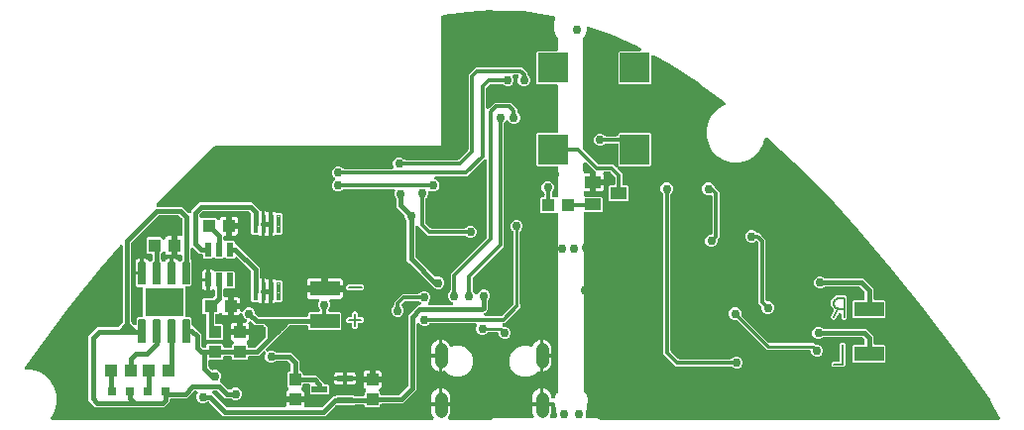
<source format=gbr>
G04 EAGLE Gerber RS-274X export*
G75*
%MOMM*%
%FSLAX34Y34*%
%LPD*%
%INBottom Copper*%
%IPPOS*%
%AMOC8*
5,1,8,0,0,1.08239X$1,22.5*%
G01*
%ADD10C,0.152400*%
%ADD11R,1.100000X1.000000*%
%ADD12R,1.000000X1.100000*%
%ADD13R,0.550000X1.200000*%
%ADD14C,1.108000*%
%ADD15R,0.800000X0.800000*%
%ADD16R,2.500000X2.500000*%
%ADD17R,2.540000X1.270000*%
%ADD18C,0.100000*%
%ADD19R,1.400000X1.000000*%
%ADD20R,1.320800X0.558800*%
%ADD21R,1.320800X0.508000*%
%ADD22C,0.150000*%
%ADD23R,3.302000X2.413000*%
%ADD24C,0.406400*%
%ADD25C,0.756400*%
%ADD26C,0.304800*%
%ADD27C,0.254000*%

G36*
X-54357Y9706D02*
X-54357Y9706D01*
X-54232Y9712D01*
X-54184Y9726D01*
X-54135Y9732D01*
X-54017Y9774D01*
X-53897Y9808D01*
X-53854Y9832D01*
X-53807Y9849D01*
X-53702Y9917D01*
X-53592Y9978D01*
X-53556Y10011D01*
X-53514Y10038D01*
X-53427Y10128D01*
X-53334Y10213D01*
X-53306Y10253D01*
X-53272Y10289D01*
X-53208Y10396D01*
X-53137Y10500D01*
X-53118Y10546D01*
X-53093Y10588D01*
X-53055Y10707D01*
X-53009Y10824D01*
X-53002Y10873D01*
X-52987Y10920D01*
X-52977Y11045D01*
X-52959Y11169D01*
X-52963Y11218D01*
X-52959Y11267D01*
X-52978Y11391D01*
X-52988Y11516D01*
X-53003Y11563D01*
X-53011Y11612D01*
X-53057Y11728D01*
X-53096Y11848D01*
X-53126Y11902D01*
X-53139Y11936D01*
X-53167Y11975D01*
X-53215Y12061D01*
X-54171Y13492D01*
X-54780Y14963D01*
X-55091Y16524D01*
X-55091Y21337D01*
X-47010Y21337D01*
X-38929Y21337D01*
X-38929Y16524D01*
X-39018Y16080D01*
X-39240Y14963D01*
X-39849Y13492D01*
X-40805Y12061D01*
X-40862Y11950D01*
X-40927Y11842D01*
X-40942Y11795D01*
X-40964Y11751D01*
X-40995Y11630D01*
X-41033Y11510D01*
X-41037Y11461D01*
X-41049Y11413D01*
X-41051Y11287D01*
X-41061Y11163D01*
X-41054Y11114D01*
X-41054Y11065D01*
X-41028Y10942D01*
X-41009Y10818D01*
X-40991Y10772D01*
X-40981Y10724D01*
X-40927Y10611D01*
X-40881Y10494D01*
X-40852Y10454D01*
X-40831Y10409D01*
X-40753Y10311D01*
X-40682Y10208D01*
X-40645Y10175D01*
X-40614Y10136D01*
X-40516Y10059D01*
X-40423Y9975D01*
X-40380Y9951D01*
X-40341Y9920D01*
X-40228Y9867D01*
X-40118Y9806D01*
X-40070Y9793D01*
X-40026Y9772D01*
X-39903Y9745D01*
X-39782Y9711D01*
X-39721Y9706D01*
X-39685Y9699D01*
X-39637Y9700D01*
X-39539Y9692D01*
X-4906Y9692D01*
X-4903Y9692D01*
X-4900Y9692D01*
X-4727Y9712D01*
X-4560Y9732D01*
X-4557Y9733D01*
X-4553Y9733D01*
X-4321Y9809D01*
X-1484Y10990D01*
X31016Y11047D01*
X31139Y11061D01*
X31263Y11067D01*
X31312Y11081D01*
X31362Y11087D01*
X31479Y11129D01*
X31598Y11164D01*
X31642Y11188D01*
X31690Y11205D01*
X31794Y11273D01*
X31902Y11333D01*
X31940Y11367D01*
X31982Y11395D01*
X32068Y11484D01*
X32160Y11568D01*
X32189Y11610D01*
X32224Y11646D01*
X32288Y11753D01*
X32358Y11855D01*
X32376Y11902D01*
X32402Y11945D01*
X32440Y12064D01*
X32485Y12179D01*
X32493Y12229D01*
X32508Y12278D01*
X32518Y12401D01*
X32536Y12524D01*
X32531Y12575D01*
X32535Y12625D01*
X32517Y12747D01*
X32506Y12871D01*
X32491Y12920D01*
X32483Y12970D01*
X32437Y13085D01*
X32399Y13203D01*
X32368Y13259D01*
X32354Y13293D01*
X32327Y13332D01*
X32280Y13416D01*
X32229Y13492D01*
X31620Y14963D01*
X31309Y16524D01*
X31309Y21337D01*
X39390Y21337D01*
X47471Y21337D01*
X47471Y16524D01*
X47382Y16080D01*
X47160Y14963D01*
X46551Y13492D01*
X46520Y13446D01*
X46462Y13333D01*
X46397Y13224D01*
X46383Y13179D01*
X46361Y13136D01*
X46330Y13013D01*
X46292Y12892D01*
X46288Y12844D01*
X46276Y12798D01*
X46274Y12671D01*
X46264Y12545D01*
X46271Y12497D01*
X46271Y12449D01*
X46298Y12325D01*
X46317Y12200D01*
X46334Y12156D01*
X46345Y12109D01*
X46399Y11994D01*
X46446Y11876D01*
X46473Y11837D01*
X46494Y11794D01*
X46573Y11695D01*
X46645Y11591D01*
X46681Y11559D01*
X46711Y11521D01*
X46810Y11442D01*
X46905Y11358D01*
X46947Y11335D01*
X46984Y11305D01*
X47099Y11251D01*
X47210Y11190D01*
X47256Y11177D01*
X47299Y11156D01*
X47424Y11130D01*
X47545Y11096D01*
X47605Y11091D01*
X47640Y11083D01*
X47689Y11084D01*
X47789Y11076D01*
X50449Y11081D01*
X50570Y11095D01*
X50691Y11101D01*
X50742Y11115D01*
X50795Y11121D01*
X50910Y11163D01*
X51027Y11196D01*
X51073Y11222D01*
X51123Y11240D01*
X51225Y11306D01*
X51332Y11364D01*
X51371Y11400D01*
X51416Y11429D01*
X51500Y11517D01*
X51590Y11598D01*
X51621Y11642D01*
X51658Y11680D01*
X51720Y11785D01*
X51789Y11884D01*
X51809Y11934D01*
X51836Y11980D01*
X51873Y12095D01*
X51917Y12208D01*
X51925Y12261D01*
X51941Y12312D01*
X51951Y12433D01*
X51969Y12553D01*
X51966Y12621D01*
X51969Y12659D01*
X51962Y12705D01*
X51958Y12797D01*
X50619Y23274D01*
X50600Y23353D01*
X50590Y23433D01*
X50548Y23565D01*
X50536Y23612D01*
X50526Y23632D01*
X50515Y23666D01*
X50400Y23941D01*
X50376Y23984D01*
X50360Y24030D01*
X50292Y24136D01*
X50230Y24246D01*
X50197Y24282D01*
X50171Y24323D01*
X50080Y24410D01*
X49996Y24503D01*
X49956Y24531D01*
X49920Y24565D01*
X49812Y24630D01*
X49709Y24701D01*
X49663Y24719D01*
X49621Y24744D01*
X49501Y24782D01*
X49384Y24828D01*
X49336Y24835D01*
X49289Y24850D01*
X49164Y24860D01*
X49040Y24879D01*
X48991Y24874D01*
X48942Y24878D01*
X48817Y24860D01*
X48692Y24849D01*
X48646Y24834D01*
X48597Y24827D01*
X48480Y24780D01*
X48361Y24741D01*
X48319Y24716D01*
X48273Y24698D01*
X48170Y24626D01*
X48063Y24561D01*
X48027Y24527D01*
X47987Y24499D01*
X47903Y24406D01*
X47880Y24383D01*
X40913Y24383D01*
X40913Y36336D01*
X41747Y36170D01*
X43218Y35561D01*
X44541Y34677D01*
X45667Y33551D01*
X46551Y32228D01*
X47160Y30757D01*
X47473Y29184D01*
X47477Y29153D01*
X47474Y29101D01*
X47497Y28980D01*
X47511Y28858D01*
X47528Y28809D01*
X47537Y28759D01*
X47587Y28646D01*
X47628Y28530D01*
X47656Y28486D01*
X47677Y28439D01*
X47750Y28341D01*
X47817Y28237D01*
X47854Y28201D01*
X47885Y28160D01*
X47979Y28081D01*
X48068Y27995D01*
X48112Y27969D01*
X48152Y27935D01*
X48261Y27879D01*
X48367Y27816D01*
X48416Y27800D01*
X48462Y27777D01*
X48582Y27747D01*
X48699Y27710D01*
X48750Y27706D01*
X48801Y27693D01*
X48924Y27692D01*
X49046Y27682D01*
X49097Y27690D01*
X49149Y27689D01*
X49269Y27715D01*
X49391Y27734D01*
X49439Y27753D01*
X49489Y27764D01*
X49601Y27817D01*
X49715Y27862D01*
X49757Y27892D01*
X49804Y27914D01*
X49900Y27991D01*
X50001Y28061D01*
X50035Y28100D01*
X50076Y28132D01*
X50152Y28229D01*
X50234Y28320D01*
X50259Y28365D01*
X50291Y28406D01*
X50402Y28624D01*
X50843Y29693D01*
X50856Y29740D01*
X50905Y29874D01*
X51266Y31202D01*
X51567Y31591D01*
X51609Y31661D01*
X51659Y31725D01*
X51721Y31847D01*
X51747Y31889D01*
X51752Y31905D01*
X51757Y31913D01*
X51760Y31924D01*
X51770Y31943D01*
X51957Y32397D01*
X52929Y33372D01*
X52959Y33410D01*
X53055Y33515D01*
X53182Y33679D01*
X53198Y33706D01*
X53219Y33729D01*
X53288Y33855D01*
X53362Y33977D01*
X53372Y34007D01*
X53387Y34034D01*
X53425Y34172D01*
X53470Y34309D01*
X53472Y34340D01*
X53481Y34370D01*
X53500Y34614D01*
X53236Y185105D01*
X53224Y185203D01*
X53222Y185302D01*
X53204Y185375D01*
X53195Y185451D01*
X53162Y185544D01*
X53137Y185640D01*
X53103Y185707D01*
X53077Y185779D01*
X53023Y185862D01*
X52978Y185950D01*
X52929Y186008D01*
X52888Y186071D01*
X52816Y186140D01*
X52752Y186215D01*
X52691Y186260D01*
X52636Y186313D01*
X52551Y186364D01*
X52472Y186422D01*
X52402Y186452D01*
X52337Y186491D01*
X52242Y186521D01*
X52152Y186560D01*
X52077Y186574D01*
X52005Y186597D01*
X51906Y186605D01*
X51809Y186622D01*
X51733Y186618D01*
X51658Y186624D01*
X51560Y186609D01*
X51461Y186604D01*
X51388Y186583D01*
X51313Y186572D01*
X51221Y186535D01*
X51126Y186508D01*
X51060Y186471D01*
X50989Y186443D01*
X50908Y186386D01*
X50822Y186337D01*
X50743Y186271D01*
X50703Y186243D01*
X50680Y186217D01*
X50635Y186179D01*
X50472Y186015D01*
X39208Y186015D01*
X38315Y186908D01*
X38315Y199172D01*
X39208Y200065D01*
X40268Y200065D01*
X40294Y200068D01*
X40320Y200066D01*
X40467Y200088D01*
X40614Y200105D01*
X40639Y200113D01*
X40665Y200117D01*
X40803Y200172D01*
X40942Y200222D01*
X40964Y200236D01*
X40989Y200246D01*
X41110Y200331D01*
X41235Y200411D01*
X41253Y200430D01*
X41275Y200445D01*
X41374Y200555D01*
X41477Y200662D01*
X41491Y200684D01*
X41508Y200704D01*
X41580Y200834D01*
X41656Y200961D01*
X41664Y200986D01*
X41677Y201009D01*
X41717Y201152D01*
X41762Y201293D01*
X41764Y201319D01*
X41772Y201344D01*
X41791Y201588D01*
X41791Y202803D01*
X41777Y202929D01*
X41770Y203055D01*
X41757Y203101D01*
X41751Y203149D01*
X41709Y203268D01*
X41674Y203390D01*
X41650Y203432D01*
X41634Y203477D01*
X41565Y203583D01*
X41504Y203694D01*
X41464Y203740D01*
X41445Y203770D01*
X41410Y203804D01*
X41345Y203880D01*
X39951Y205274D01*
X39143Y207224D01*
X39143Y209336D01*
X39951Y211286D01*
X41444Y212779D01*
X43394Y213587D01*
X45506Y213587D01*
X47456Y212779D01*
X48949Y211286D01*
X49757Y209336D01*
X49757Y207224D01*
X48949Y205274D01*
X48335Y204660D01*
X48256Y204561D01*
X48172Y204467D01*
X48148Y204425D01*
X48118Y204387D01*
X48064Y204273D01*
X48003Y204162D01*
X47990Y204116D01*
X47969Y204072D01*
X47943Y203949D01*
X47908Y203827D01*
X47903Y203766D01*
X47896Y203731D01*
X47897Y203683D01*
X47889Y203583D01*
X47889Y201588D01*
X47890Y201576D01*
X47890Y201569D01*
X47891Y201557D01*
X47890Y201536D01*
X47912Y201389D01*
X47929Y201242D01*
X47937Y201217D01*
X47941Y201191D01*
X47996Y201053D01*
X48046Y200914D01*
X48060Y200892D01*
X48070Y200867D01*
X48155Y200746D01*
X48235Y200621D01*
X48254Y200603D01*
X48269Y200581D01*
X48379Y200482D01*
X48486Y200379D01*
X48508Y200365D01*
X48528Y200348D01*
X48658Y200276D01*
X48785Y200200D01*
X48810Y200192D01*
X48833Y200179D01*
X48976Y200139D01*
X49117Y200094D01*
X49143Y200092D01*
X49168Y200084D01*
X49412Y200065D01*
X50472Y200065D01*
X50607Y199929D01*
X50687Y199866D01*
X50760Y199795D01*
X50823Y199758D01*
X50880Y199712D01*
X50972Y199669D01*
X51060Y199617D01*
X51129Y199595D01*
X51195Y199563D01*
X51295Y199542D01*
X51392Y199511D01*
X51465Y199505D01*
X51536Y199490D01*
X51638Y199492D01*
X51739Y199484D01*
X51812Y199495D01*
X51885Y199496D01*
X51983Y199521D01*
X52084Y199536D01*
X52152Y199563D01*
X52223Y199581D01*
X52313Y199628D01*
X52408Y199665D01*
X52467Y199707D01*
X52532Y199741D01*
X52610Y199807D01*
X52693Y199865D01*
X52742Y199919D01*
X52798Y199966D01*
X52858Y200048D01*
X52926Y200124D01*
X52962Y200188D01*
X53005Y200247D01*
X53045Y200340D01*
X53094Y200429D01*
X53114Y200500D01*
X53143Y200567D01*
X53161Y200667D01*
X53188Y200765D01*
X53196Y200863D01*
X53205Y200910D01*
X53203Y200946D01*
X53208Y201009D01*
X53165Y225045D01*
X53163Y225069D01*
X53165Y225094D01*
X53142Y225242D01*
X53125Y225391D01*
X53117Y225414D01*
X53113Y225439D01*
X53058Y225578D01*
X53007Y225719D01*
X52993Y225740D01*
X52984Y225763D01*
X52899Y225885D01*
X52817Y226011D01*
X52799Y226029D01*
X52785Y226049D01*
X52674Y226149D01*
X52566Y226253D01*
X52545Y226266D01*
X52526Y226282D01*
X52396Y226355D01*
X52267Y226431D01*
X52243Y226439D01*
X52221Y226451D01*
X52078Y226491D01*
X51935Y226537D01*
X51910Y226539D01*
X51886Y226546D01*
X51642Y226565D01*
X35688Y226565D01*
X34795Y227458D01*
X34795Y253722D01*
X35688Y254615D01*
X51588Y254615D01*
X51615Y254618D01*
X51642Y254616D01*
X51788Y254638D01*
X51934Y254655D01*
X51960Y254664D01*
X51987Y254668D01*
X52123Y254723D01*
X52262Y254772D01*
X52285Y254787D01*
X52311Y254797D01*
X52431Y254882D01*
X52555Y254961D01*
X52574Y254981D01*
X52596Y254997D01*
X52695Y255106D01*
X52797Y255212D01*
X52811Y255235D01*
X52829Y255256D01*
X52900Y255385D01*
X52976Y255511D01*
X52984Y255537D01*
X52997Y255561D01*
X53037Y255703D01*
X53082Y255843D01*
X53084Y255870D01*
X53092Y255897D01*
X53111Y256141D01*
X53042Y295045D01*
X53040Y295069D01*
X53042Y295094D01*
X53019Y295242D01*
X53002Y295391D01*
X52994Y295414D01*
X52990Y295439D01*
X52935Y295578D01*
X52884Y295719D01*
X52870Y295740D01*
X52861Y295763D01*
X52776Y295885D01*
X52694Y296011D01*
X52676Y296029D01*
X52662Y296049D01*
X52552Y296149D01*
X52443Y296253D01*
X52422Y296266D01*
X52403Y296282D01*
X52273Y296355D01*
X52144Y296431D01*
X52120Y296439D01*
X52098Y296451D01*
X51955Y296491D01*
X51812Y296537D01*
X51787Y296539D01*
X51763Y296546D01*
X51519Y296565D01*
X35688Y296565D01*
X34795Y297458D01*
X34795Y323722D01*
X35688Y324615D01*
X51465Y324615D01*
X51492Y324618D01*
X51519Y324616D01*
X51665Y324638D01*
X51811Y324655D01*
X51837Y324664D01*
X51864Y324668D01*
X52000Y324723D01*
X52139Y324772D01*
X52162Y324787D01*
X52188Y324797D01*
X52308Y324882D01*
X52432Y324961D01*
X52451Y324981D01*
X52474Y324997D01*
X52572Y325106D01*
X52674Y325212D01*
X52688Y325235D01*
X52706Y325256D01*
X52777Y325385D01*
X52853Y325511D01*
X52861Y325537D01*
X52874Y325561D01*
X52914Y325703D01*
X52959Y325843D01*
X52961Y325870D01*
X52969Y325897D01*
X52988Y326141D01*
X52971Y335829D01*
X52967Y335860D01*
X52969Y335891D01*
X52947Y336033D01*
X52930Y336175D01*
X52920Y336205D01*
X52915Y336235D01*
X52861Y336368D01*
X52812Y336503D01*
X52795Y336529D01*
X52784Y336558D01*
X52649Y336762D01*
X52522Y336926D01*
X52488Y336960D01*
X52396Y337069D01*
X51420Y338040D01*
X51232Y338494D01*
X51192Y338565D01*
X51161Y338640D01*
X51086Y338756D01*
X51062Y338798D01*
X51046Y338815D01*
X51027Y338845D01*
X50725Y339232D01*
X50359Y340560D01*
X50341Y340605D01*
X50297Y340740D01*
X49768Y342011D01*
X49767Y342502D01*
X49757Y342583D01*
X49758Y342664D01*
X49732Y342799D01*
X49726Y342848D01*
X49718Y342870D01*
X49712Y342905D01*
X49581Y343378D01*
X49751Y344745D01*
X49751Y344794D01*
X49762Y344935D01*
X49760Y346312D01*
X49947Y346766D01*
X49969Y346844D01*
X50001Y346919D01*
X50029Y347054D01*
X50042Y347101D01*
X50043Y347124D01*
X50051Y347159D01*
X50752Y352806D01*
X50752Y352908D01*
X50763Y353009D01*
X50754Y353081D01*
X50755Y353154D01*
X50732Y353254D01*
X50720Y353355D01*
X50694Y353423D01*
X50678Y353494D01*
X50634Y353586D01*
X50599Y353682D01*
X50559Y353743D01*
X50527Y353808D01*
X50463Y353888D01*
X50407Y353973D01*
X50354Y354023D01*
X50308Y354079D01*
X50228Y354142D01*
X50153Y354212D01*
X50091Y354249D01*
X50033Y354294D01*
X49941Y354337D01*
X49852Y354388D01*
X49760Y354420D01*
X49717Y354440D01*
X49681Y354447D01*
X49621Y354468D01*
X47932Y354905D01*
X47884Y354912D01*
X47785Y354935D01*
X23946Y358656D01*
X23897Y358658D01*
X23790Y358672D01*
X11985Y359282D01*
X11955Y359280D01*
X11904Y359284D01*
X-2095Y359260D01*
X-2910Y359595D01*
X-2950Y359606D01*
X-2987Y359624D01*
X-3117Y359654D01*
X-3245Y359690D01*
X-3286Y359692D01*
X-3326Y359701D01*
X-3571Y359708D01*
X-23720Y358641D01*
X-23769Y358633D01*
X-23875Y358625D01*
X-45267Y355284D01*
X-45346Y355262D01*
X-45429Y355250D01*
X-45514Y355216D01*
X-45603Y355191D01*
X-45675Y355152D01*
X-45752Y355121D01*
X-45828Y355069D01*
X-45909Y355025D01*
X-45971Y354969D01*
X-46039Y354922D01*
X-46100Y354854D01*
X-46169Y354793D01*
X-46217Y354725D01*
X-46272Y354663D01*
X-46317Y354583D01*
X-46369Y354508D01*
X-46400Y354431D01*
X-46441Y354358D01*
X-46466Y354270D01*
X-46500Y354184D01*
X-46513Y354103D01*
X-46535Y354023D01*
X-46546Y353889D01*
X-46554Y353840D01*
X-46552Y353816D01*
X-46555Y353779D01*
X-46555Y243573D01*
X-239306Y243573D01*
X-239401Y243562D01*
X-239496Y243561D01*
X-239574Y243542D01*
X-239653Y243533D01*
X-239742Y243501D01*
X-239835Y243478D01*
X-239906Y243442D01*
X-239981Y243415D01*
X-240061Y243364D01*
X-240146Y243321D01*
X-240232Y243253D01*
X-240273Y243226D01*
X-240296Y243203D01*
X-240338Y243170D01*
X-254864Y229792D01*
X-254881Y229773D01*
X-254913Y229745D01*
X-282326Y202133D01*
X-282341Y202114D01*
X-282368Y202089D01*
X-289714Y194069D01*
X-289753Y194015D01*
X-289800Y193966D01*
X-289855Y193874D01*
X-289918Y193787D01*
X-289944Y193725D01*
X-289979Y193667D01*
X-290012Y193565D01*
X-290053Y193465D01*
X-290065Y193399D01*
X-290085Y193335D01*
X-290094Y193228D01*
X-290112Y193122D01*
X-290108Y193055D01*
X-290113Y192988D01*
X-290097Y192881D01*
X-290091Y192774D01*
X-290071Y192710D01*
X-290061Y192643D01*
X-290022Y192543D01*
X-289991Y192440D01*
X-289957Y192382D01*
X-289933Y192319D01*
X-289871Y192231D01*
X-289818Y192137D01*
X-289772Y192088D01*
X-289734Y192033D01*
X-289654Y191961D01*
X-289580Y191882D01*
X-289525Y191845D01*
X-289475Y191800D01*
X-289381Y191748D01*
X-289291Y191687D01*
X-289229Y191664D01*
X-289170Y191631D01*
X-289066Y191602D01*
X-288966Y191564D01*
X-288899Y191555D01*
X-288834Y191536D01*
X-288659Y191522D01*
X-288620Y191517D01*
X-288608Y191518D01*
X-288591Y191517D01*
X-267767Y191517D01*
X-265237Y188987D01*
X-262697Y186447D01*
X-262619Y186385D01*
X-262546Y186315D01*
X-262482Y186277D01*
X-262424Y186230D01*
X-262333Y186188D01*
X-262247Y186136D01*
X-262176Y186113D01*
X-262109Y186082D01*
X-262011Y186060D01*
X-261915Y186030D01*
X-261841Y186024D01*
X-261768Y186008D01*
X-261668Y186010D01*
X-261568Y186002D01*
X-261494Y186013D01*
X-261420Y186014D01*
X-261323Y186039D01*
X-261223Y186053D01*
X-261154Y186081D01*
X-261082Y186099D01*
X-260993Y186145D01*
X-260899Y186182D01*
X-260838Y186225D01*
X-260772Y186259D01*
X-260696Y186324D01*
X-260613Y186381D01*
X-260563Y186436D01*
X-260507Y186485D01*
X-260447Y186565D01*
X-260380Y186640D01*
X-260344Y186705D01*
X-260299Y186765D01*
X-260260Y186857D01*
X-260211Y186945D01*
X-260191Y187017D01*
X-260161Y187085D01*
X-260144Y187184D01*
X-260116Y187280D01*
X-260108Y187380D01*
X-260100Y187428D01*
X-260102Y187464D01*
X-260097Y187524D01*
X-260097Y188163D01*
X-252933Y195327D01*
X-208077Y195327D01*
X-201743Y188993D01*
X-201733Y188908D01*
X-201725Y188883D01*
X-201721Y188857D01*
X-201666Y188719D01*
X-201616Y188580D01*
X-201602Y188558D01*
X-201592Y188533D01*
X-201507Y188412D01*
X-201427Y188287D01*
X-201408Y188269D01*
X-201393Y188247D01*
X-201283Y188148D01*
X-201176Y188045D01*
X-201154Y188031D01*
X-201134Y188014D01*
X-201004Y187942D01*
X-200877Y187866D01*
X-200852Y187858D01*
X-200829Y187845D01*
X-200686Y187805D01*
X-200545Y187760D01*
X-200519Y187758D01*
X-200494Y187750D01*
X-200353Y187739D01*
X-200353Y177390D01*
X-200353Y167049D01*
X-200730Y167049D01*
X-201504Y167256D01*
X-202233Y167678D01*
X-202258Y167698D01*
X-202352Y167782D01*
X-202395Y167806D01*
X-202432Y167836D01*
X-202547Y167890D01*
X-202657Y167951D01*
X-202704Y167964D01*
X-202747Y167985D01*
X-202871Y168011D01*
X-202993Y168046D01*
X-203053Y168051D01*
X-203088Y168058D01*
X-203136Y168057D01*
X-203236Y168065D01*
X-207669Y168065D01*
X-208855Y169251D01*
X-208855Y175254D01*
X-208869Y175379D01*
X-208876Y175506D01*
X-208887Y175544D01*
X-208887Y185446D01*
X-208901Y185571D01*
X-208908Y185698D01*
X-208921Y185744D01*
X-208927Y185792D01*
X-208969Y185911D01*
X-209004Y186032D01*
X-209028Y186075D01*
X-209044Y186120D01*
X-209113Y186226D01*
X-209174Y186337D01*
X-209214Y186383D01*
X-209233Y186413D01*
X-209268Y186446D01*
X-209333Y186523D01*
X-210577Y187767D01*
X-210676Y187846D01*
X-210770Y187930D01*
X-210812Y187954D01*
X-210850Y187984D01*
X-210964Y188038D01*
X-211075Y188099D01*
X-211122Y188112D01*
X-211165Y188133D01*
X-211289Y188159D01*
X-211410Y188194D01*
X-211471Y188199D01*
X-211506Y188206D01*
X-211554Y188205D01*
X-211654Y188213D01*
X-249356Y188213D01*
X-249481Y188199D01*
X-249608Y188192D01*
X-249654Y188179D01*
X-249702Y188173D01*
X-249821Y188131D01*
X-249942Y188096D01*
X-249985Y188072D01*
X-250030Y188056D01*
X-250136Y187987D01*
X-250247Y187926D01*
X-250293Y187886D01*
X-250323Y187867D01*
X-250356Y187832D01*
X-250433Y187767D01*
X-252537Y185663D01*
X-252616Y185564D01*
X-252700Y185470D01*
X-252724Y185428D01*
X-252754Y185390D01*
X-252808Y185276D01*
X-252869Y185165D01*
X-252882Y185118D01*
X-252903Y185075D01*
X-252929Y184951D01*
X-252964Y184830D01*
X-252969Y184769D01*
X-252976Y184734D01*
X-252975Y184686D01*
X-252983Y184586D01*
X-252983Y183330D01*
X-252981Y183309D01*
X-252982Y183290D01*
X-252972Y183218D01*
X-252970Y183130D01*
X-252952Y183058D01*
X-252943Y182984D01*
X-252932Y182951D01*
X-252931Y182945D01*
X-252919Y182915D01*
X-252910Y182890D01*
X-252885Y182792D01*
X-252851Y182726D01*
X-252826Y182656D01*
X-252771Y182572D01*
X-252725Y182482D01*
X-252677Y182426D01*
X-252637Y182363D01*
X-252565Y182294D01*
X-252500Y182217D01*
X-252440Y182173D01*
X-252386Y182121D01*
X-252300Y182070D01*
X-252219Y182010D01*
X-252151Y181980D01*
X-252087Y181942D01*
X-251992Y181912D01*
X-251899Y181872D01*
X-251826Y181859D01*
X-251755Y181836D01*
X-251655Y181828D01*
X-251556Y181810D01*
X-251482Y181814D01*
X-251408Y181808D01*
X-251309Y181823D01*
X-251208Y181828D01*
X-251137Y181849D01*
X-251063Y181860D01*
X-250970Y181897D01*
X-250873Y181925D01*
X-250808Y181961D01*
X-250739Y181989D01*
X-250657Y182046D01*
X-250569Y182095D01*
X-250503Y182152D01*
X-250481Y182165D01*
X-250473Y182173D01*
X-250453Y182187D01*
X-250429Y182214D01*
X-250383Y182253D01*
X-250352Y182285D01*
X-239088Y182285D01*
X-238147Y181343D01*
X-238105Y181226D01*
X-238059Y181083D01*
X-238046Y181062D01*
X-238038Y181039D01*
X-237957Y180913D01*
X-237880Y180784D01*
X-237862Y180767D01*
X-237849Y180746D01*
X-237741Y180642D01*
X-237637Y180534D01*
X-237616Y180521D01*
X-237598Y180504D01*
X-237470Y180427D01*
X-237344Y180346D01*
X-237320Y180337D01*
X-237299Y180325D01*
X-237156Y180279D01*
X-237016Y180229D01*
X-236991Y180226D01*
X-236967Y180218D01*
X-236818Y180206D01*
X-236669Y180190D01*
X-236644Y180192D01*
X-236620Y180190D01*
X-236472Y180213D01*
X-236323Y180230D01*
X-236300Y180238D01*
X-236275Y180242D01*
X-236136Y180297D01*
X-235995Y180348D01*
X-235974Y180362D01*
X-235951Y180371D01*
X-235828Y180456D01*
X-235703Y180538D01*
X-235685Y180556D01*
X-235665Y180570D01*
X-235565Y180681D01*
X-235461Y180789D01*
X-235448Y180810D01*
X-235432Y180829D01*
X-235359Y180960D01*
X-235283Y181088D01*
X-235273Y181116D01*
X-235263Y181134D01*
X-235250Y181179D01*
X-235201Y181319D01*
X-235088Y181741D01*
X-234753Y182320D01*
X-234280Y182793D01*
X-233701Y183128D01*
X-233055Y183301D01*
X-230219Y183301D01*
X-230219Y176236D01*
X-230216Y176210D01*
X-230218Y176184D01*
X-230196Y176037D01*
X-230179Y175890D01*
X-230171Y175865D01*
X-230167Y175839D01*
X-230112Y175702D01*
X-230062Y175562D01*
X-230048Y175540D01*
X-230038Y175515D01*
X-229953Y175394D01*
X-229873Y175269D01*
X-229860Y175257D01*
X-229905Y175210D01*
X-229919Y175187D01*
X-229936Y175168D01*
X-230008Y175038D01*
X-230084Y174911D01*
X-230092Y174886D01*
X-230105Y174863D01*
X-230145Y174720D01*
X-230190Y174579D01*
X-230192Y174553D01*
X-230200Y174528D01*
X-230219Y174284D01*
X-230219Y167219D01*
X-231140Y167219D01*
X-231166Y167216D01*
X-231192Y167218D01*
X-231339Y167196D01*
X-231486Y167179D01*
X-231511Y167171D01*
X-231537Y167167D01*
X-231675Y167112D01*
X-231814Y167062D01*
X-231836Y167048D01*
X-231861Y167038D01*
X-231983Y166953D01*
X-232107Y166873D01*
X-232125Y166854D01*
X-232147Y166839D01*
X-232246Y166729D01*
X-232349Y166622D01*
X-232363Y166600D01*
X-232380Y166580D01*
X-232452Y166450D01*
X-232528Y166323D01*
X-232536Y166298D01*
X-232549Y166275D01*
X-232589Y166132D01*
X-232634Y165991D01*
X-232636Y165965D01*
X-232644Y165940D01*
X-232663Y165696D01*
X-232663Y163880D01*
X-232652Y163781D01*
X-232650Y163680D01*
X-232632Y163608D01*
X-232623Y163534D01*
X-232590Y163440D01*
X-232565Y163342D01*
X-232531Y163276D01*
X-232506Y163206D01*
X-232451Y163122D01*
X-232405Y163032D01*
X-232357Y162976D01*
X-232317Y162913D01*
X-232245Y162843D01*
X-232180Y162767D01*
X-232120Y162723D01*
X-232066Y162671D01*
X-231980Y162620D01*
X-231899Y162560D01*
X-231831Y162530D01*
X-231767Y162492D01*
X-231672Y162462D01*
X-231579Y162422D01*
X-231506Y162409D01*
X-231435Y162386D01*
X-231335Y162378D01*
X-231236Y162360D01*
X-231162Y162364D01*
X-231088Y162358D01*
X-230989Y162373D01*
X-230888Y162378D01*
X-230817Y162399D01*
X-230743Y162410D01*
X-230650Y162447D01*
X-230553Y162475D01*
X-230488Y162511D01*
X-230419Y162539D01*
X-230337Y162596D01*
X-230249Y162645D01*
X-230173Y162710D01*
X-230133Y162737D01*
X-230109Y162764D01*
X-230108Y162765D01*
X-223338Y162765D01*
X-222445Y161872D01*
X-222445Y160320D01*
X-222442Y160294D01*
X-222444Y160268D01*
X-222422Y160121D01*
X-222405Y159974D01*
X-222397Y159949D01*
X-222393Y159923D01*
X-222338Y159785D01*
X-222288Y159646D01*
X-222274Y159624D01*
X-222264Y159599D01*
X-222179Y159478D01*
X-222099Y159353D01*
X-222080Y159335D01*
X-222065Y159313D01*
X-221955Y159214D01*
X-221848Y159111D01*
X-221826Y159097D01*
X-221806Y159080D01*
X-221676Y159008D01*
X-221549Y158932D01*
X-221524Y158924D01*
X-221501Y158911D01*
X-221358Y158871D01*
X-221217Y158826D01*
X-221191Y158824D01*
X-221166Y158816D01*
X-221090Y158810D01*
X-201773Y139493D01*
X-201773Y131654D01*
X-201770Y131628D01*
X-201772Y131602D01*
X-201750Y131455D01*
X-201733Y131308D01*
X-201725Y131283D01*
X-201721Y131257D01*
X-201666Y131119D01*
X-201616Y130980D01*
X-201602Y130958D01*
X-201592Y130933D01*
X-201507Y130812D01*
X-201427Y130687D01*
X-201408Y130669D01*
X-201393Y130647D01*
X-201283Y130548D01*
X-201176Y130445D01*
X-201154Y130431D01*
X-201134Y130414D01*
X-201004Y130342D01*
X-200877Y130266D01*
X-200852Y130258D01*
X-200829Y130245D01*
X-200686Y130205D01*
X-200545Y130160D01*
X-200519Y130158D01*
X-200494Y130150D01*
X-200353Y130139D01*
X-200353Y119790D01*
X-200353Y109449D01*
X-200730Y109449D01*
X-201504Y109656D01*
X-202233Y110078D01*
X-202258Y110098D01*
X-202352Y110182D01*
X-202395Y110206D01*
X-202432Y110236D01*
X-202547Y110290D01*
X-202657Y110351D01*
X-202704Y110364D01*
X-202747Y110385D01*
X-202871Y110411D01*
X-202993Y110446D01*
X-203053Y110451D01*
X-203088Y110458D01*
X-203136Y110457D01*
X-203236Y110465D01*
X-207669Y110465D01*
X-208855Y111651D01*
X-208855Y117654D01*
X-208869Y117779D01*
X-208876Y117906D01*
X-208887Y117944D01*
X-208887Y135916D01*
X-208901Y136041D01*
X-208908Y136168D01*
X-208921Y136214D01*
X-208927Y136262D01*
X-208969Y136381D01*
X-209004Y136502D01*
X-209028Y136545D01*
X-209044Y136590D01*
X-209113Y136696D01*
X-209174Y136807D01*
X-209214Y136853D01*
X-209233Y136883D01*
X-209268Y136916D01*
X-209333Y136993D01*
X-220620Y148280D01*
X-220640Y148296D01*
X-220657Y148316D01*
X-220777Y148404D01*
X-220893Y148496D01*
X-220917Y148508D01*
X-220938Y148523D01*
X-221074Y148582D01*
X-221208Y148645D01*
X-221234Y148651D01*
X-221258Y148661D01*
X-221404Y148687D01*
X-221549Y148719D01*
X-221575Y148718D01*
X-221601Y148723D01*
X-221749Y148715D01*
X-221897Y148713D01*
X-221922Y148706D01*
X-221949Y148705D01*
X-222091Y148664D01*
X-222235Y148628D01*
X-222258Y148616D01*
X-222284Y148608D01*
X-222413Y148536D01*
X-222545Y148468D01*
X-222565Y148451D01*
X-222588Y148438D01*
X-222774Y148280D01*
X-223338Y147715D01*
X-230102Y147715D01*
X-230393Y148007D01*
X-230413Y148023D01*
X-230430Y148043D01*
X-230550Y148131D01*
X-230666Y148223D01*
X-230690Y148234D01*
X-230711Y148250D01*
X-230847Y148309D01*
X-230981Y148372D01*
X-231007Y148378D01*
X-231031Y148388D01*
X-231177Y148414D01*
X-231322Y148446D01*
X-231348Y148445D01*
X-231374Y148450D01*
X-231522Y148442D01*
X-231670Y148440D01*
X-231696Y148433D01*
X-231722Y148432D01*
X-231864Y148391D01*
X-232008Y148355D01*
X-232032Y148342D01*
X-232057Y148335D01*
X-232186Y148263D01*
X-232318Y148195D01*
X-232338Y148178D01*
X-232361Y148165D01*
X-232547Y148007D01*
X-232838Y147715D01*
X-239602Y147715D01*
X-239893Y148007D01*
X-239913Y148023D01*
X-239930Y148043D01*
X-240050Y148131D01*
X-240166Y148223D01*
X-240190Y148234D01*
X-240211Y148250D01*
X-240347Y148309D01*
X-240481Y148372D01*
X-240507Y148378D01*
X-240531Y148388D01*
X-240677Y148414D01*
X-240822Y148446D01*
X-240848Y148445D01*
X-240874Y148450D01*
X-241022Y148442D01*
X-241170Y148440D01*
X-241196Y148433D01*
X-241222Y148432D01*
X-241364Y148391D01*
X-241508Y148355D01*
X-241532Y148342D01*
X-241557Y148335D01*
X-241686Y148263D01*
X-241818Y148195D01*
X-241838Y148178D01*
X-241861Y148165D01*
X-242047Y148007D01*
X-242338Y147715D01*
X-249102Y147715D01*
X-249995Y148608D01*
X-249995Y150160D01*
X-249998Y150186D01*
X-249996Y150212D01*
X-250018Y150359D01*
X-250035Y150506D01*
X-250043Y150531D01*
X-250047Y150557D01*
X-250102Y150695D01*
X-250152Y150834D01*
X-250166Y150856D01*
X-250176Y150881D01*
X-250261Y151002D01*
X-250341Y151127D01*
X-250360Y151145D01*
X-250375Y151167D01*
X-250485Y151266D01*
X-250592Y151369D01*
X-250614Y151383D01*
X-250634Y151400D01*
X-250764Y151472D01*
X-250891Y151548D01*
X-250916Y151556D01*
X-250939Y151569D01*
X-251082Y151609D01*
X-251223Y151654D01*
X-251249Y151656D01*
X-251274Y151664D01*
X-251518Y151683D01*
X-253233Y151683D01*
X-257567Y156017D01*
X-258003Y156453D01*
X-258081Y156515D01*
X-258154Y156585D01*
X-258218Y156623D01*
X-258276Y156670D01*
X-258367Y156712D01*
X-258453Y156764D01*
X-258524Y156787D01*
X-258591Y156818D01*
X-258689Y156840D01*
X-258785Y156870D01*
X-258859Y156876D01*
X-258932Y156892D01*
X-259032Y156890D01*
X-259132Y156898D01*
X-259206Y156887D01*
X-259280Y156886D01*
X-259378Y156861D01*
X-259477Y156847D01*
X-259546Y156819D01*
X-259618Y156801D01*
X-259707Y156755D01*
X-259801Y156718D01*
X-259862Y156675D01*
X-259928Y156641D01*
X-260004Y156576D01*
X-260087Y156519D01*
X-260137Y156464D01*
X-260193Y156415D01*
X-260253Y156335D01*
X-260320Y156260D01*
X-260356Y156195D01*
X-260401Y156135D01*
X-260440Y156043D01*
X-260489Y155955D01*
X-260509Y155883D01*
X-260539Y155815D01*
X-260556Y155716D01*
X-260584Y155620D01*
X-260592Y155519D01*
X-260600Y155472D01*
X-260598Y155437D01*
X-260603Y155376D01*
X-260603Y146881D01*
X-260589Y146755D01*
X-260582Y146629D01*
X-260569Y146583D01*
X-260563Y146535D01*
X-260521Y146416D01*
X-260486Y146295D01*
X-260462Y146252D01*
X-260446Y146207D01*
X-260377Y146101D01*
X-260316Y145990D01*
X-260276Y145944D01*
X-260257Y145914D01*
X-260222Y145881D01*
X-260157Y145804D01*
X-259635Y145282D01*
X-259635Y125198D01*
X-260968Y123865D01*
X-263652Y123865D01*
X-263678Y123862D01*
X-263704Y123864D01*
X-263851Y123842D01*
X-263998Y123825D01*
X-264023Y123817D01*
X-264049Y123813D01*
X-264187Y123758D01*
X-264326Y123708D01*
X-264348Y123694D01*
X-264373Y123684D01*
X-264494Y123599D01*
X-264619Y123519D01*
X-264637Y123500D01*
X-264659Y123485D01*
X-264758Y123375D01*
X-264861Y123268D01*
X-264875Y123246D01*
X-264892Y123226D01*
X-264964Y123096D01*
X-265040Y122969D01*
X-265048Y122944D01*
X-265061Y122921D01*
X-265101Y122778D01*
X-265146Y122637D01*
X-265148Y122611D01*
X-265156Y122586D01*
X-265175Y122342D01*
X-265175Y98638D01*
X-265172Y98612D01*
X-265174Y98586D01*
X-265152Y98439D01*
X-265135Y98292D01*
X-265127Y98267D01*
X-265123Y98241D01*
X-265068Y98103D01*
X-265018Y97964D01*
X-265004Y97942D01*
X-264994Y97917D01*
X-264909Y97796D01*
X-264829Y97671D01*
X-264810Y97653D01*
X-264795Y97631D01*
X-264685Y97532D01*
X-264578Y97429D01*
X-264556Y97415D01*
X-264536Y97398D01*
X-264406Y97326D01*
X-264279Y97250D01*
X-264254Y97242D01*
X-264231Y97229D01*
X-264088Y97189D01*
X-263947Y97144D01*
X-263921Y97142D01*
X-263896Y97134D01*
X-263652Y97115D01*
X-260968Y97115D01*
X-259635Y95782D01*
X-259635Y90820D01*
X-259632Y90794D01*
X-259634Y90768D01*
X-259612Y90621D01*
X-259595Y90474D01*
X-259587Y90449D01*
X-259583Y90423D01*
X-259528Y90285D01*
X-259478Y90146D01*
X-259464Y90124D01*
X-259454Y90099D01*
X-259369Y89978D01*
X-259289Y89853D01*
X-259270Y89835D01*
X-259255Y89813D01*
X-259145Y89714D01*
X-259038Y89611D01*
X-259016Y89597D01*
X-258996Y89580D01*
X-258866Y89508D01*
X-258739Y89432D01*
X-258714Y89424D01*
X-258691Y89411D01*
X-258548Y89371D01*
X-258407Y89326D01*
X-258381Y89324D01*
X-258356Y89316D01*
X-258269Y89309D01*
X-251713Y82753D01*
X-251713Y73224D01*
X-251699Y73099D01*
X-251692Y72972D01*
X-251679Y72926D01*
X-251673Y72878D01*
X-251631Y72759D01*
X-251596Y72638D01*
X-251572Y72595D01*
X-251556Y72550D01*
X-251487Y72444D01*
X-251426Y72333D01*
X-251386Y72287D01*
X-251367Y72257D01*
X-251332Y72224D01*
X-251267Y72147D01*
X-250823Y71703D01*
X-250724Y71624D01*
X-250630Y71540D01*
X-250588Y71516D01*
X-250550Y71486D01*
X-250436Y71432D01*
X-250325Y71371D01*
X-250279Y71358D01*
X-250235Y71337D01*
X-250111Y71311D01*
X-249990Y71276D01*
X-249929Y71271D01*
X-249894Y71264D01*
X-249846Y71265D01*
X-249746Y71257D01*
X-248578Y71257D01*
X-248552Y71260D01*
X-248526Y71258D01*
X-248379Y71280D01*
X-248232Y71297D01*
X-248207Y71305D01*
X-248181Y71309D01*
X-248043Y71364D01*
X-247904Y71414D01*
X-247882Y71428D01*
X-247857Y71438D01*
X-247736Y71523D01*
X-247611Y71603D01*
X-247593Y71622D01*
X-247571Y71637D01*
X-247472Y71747D01*
X-247369Y71854D01*
X-247355Y71876D01*
X-247338Y71896D01*
X-247266Y72026D01*
X-247190Y72153D01*
X-247182Y72178D01*
X-247169Y72201D01*
X-247129Y72344D01*
X-247084Y72485D01*
X-247082Y72511D01*
X-247074Y72536D01*
X-247055Y72780D01*
X-247055Y73332D01*
X-246162Y74225D01*
X-233898Y74225D01*
X-233005Y73332D01*
X-233005Y72780D01*
X-233002Y72754D01*
X-233004Y72728D01*
X-232982Y72581D01*
X-232965Y72434D01*
X-232957Y72409D01*
X-232953Y72383D01*
X-232898Y72245D01*
X-232848Y72106D01*
X-232834Y72084D01*
X-232824Y72059D01*
X-232739Y71938D01*
X-232659Y71813D01*
X-232640Y71795D01*
X-232625Y71773D01*
X-232515Y71674D01*
X-232408Y71571D01*
X-232386Y71557D01*
X-232366Y71540D01*
X-232236Y71468D01*
X-232109Y71392D01*
X-232084Y71384D01*
X-232061Y71371D01*
X-231918Y71331D01*
X-231777Y71286D01*
X-231751Y71284D01*
X-231726Y71276D01*
X-231482Y71257D01*
X-226488Y71257D01*
X-226462Y71260D01*
X-226436Y71258D01*
X-226289Y71280D01*
X-226142Y71297D01*
X-226117Y71305D01*
X-226091Y71309D01*
X-225953Y71364D01*
X-225814Y71414D01*
X-225792Y71428D01*
X-225767Y71438D01*
X-225646Y71523D01*
X-225521Y71603D01*
X-225503Y71622D01*
X-225481Y71637D01*
X-225382Y71747D01*
X-225279Y71854D01*
X-225265Y71876D01*
X-225248Y71896D01*
X-225176Y72026D01*
X-225100Y72153D01*
X-225092Y72178D01*
X-225079Y72201D01*
X-225039Y72344D01*
X-224994Y72485D01*
X-224992Y72511D01*
X-224984Y72536D01*
X-224965Y72780D01*
X-224965Y73832D01*
X-224267Y74529D01*
X-224235Y74570D01*
X-224197Y74604D01*
X-224127Y74705D01*
X-224050Y74802D01*
X-224028Y74849D01*
X-223999Y74891D01*
X-223954Y75006D01*
X-223901Y75118D01*
X-223891Y75167D01*
X-223872Y75215D01*
X-223854Y75337D01*
X-223828Y75458D01*
X-223829Y75509D01*
X-223821Y75560D01*
X-223832Y75683D01*
X-223834Y75807D01*
X-223846Y75856D01*
X-223851Y75907D01*
X-223889Y76025D01*
X-223919Y76145D01*
X-223942Y76190D01*
X-223958Y76239D01*
X-224022Y76345D01*
X-224079Y76454D01*
X-224112Y76493D01*
X-224138Y76537D01*
X-224224Y76626D01*
X-224304Y76720D01*
X-224345Y76750D01*
X-224381Y76787D01*
X-224582Y76926D01*
X-225000Y77167D01*
X-225473Y77640D01*
X-225808Y78219D01*
X-225981Y78865D01*
X-225981Y82201D01*
X-219416Y82201D01*
X-219390Y82204D01*
X-219364Y82202D01*
X-219217Y82224D01*
X-219070Y82241D01*
X-219045Y82249D01*
X-219019Y82253D01*
X-218882Y82308D01*
X-218742Y82358D01*
X-218720Y82372D01*
X-218695Y82382D01*
X-218574Y82467D01*
X-218449Y82547D01*
X-218437Y82560D01*
X-218390Y82515D01*
X-218367Y82501D01*
X-218348Y82484D01*
X-218218Y82412D01*
X-218091Y82336D01*
X-218066Y82328D01*
X-218043Y82315D01*
X-217900Y82275D01*
X-217759Y82230D01*
X-217733Y82227D01*
X-217708Y82220D01*
X-217464Y82201D01*
X-210899Y82201D01*
X-210899Y78865D01*
X-211072Y78219D01*
X-211407Y77640D01*
X-211880Y77167D01*
X-212298Y76926D01*
X-212339Y76895D01*
X-212384Y76872D01*
X-212478Y76792D01*
X-212578Y76718D01*
X-212611Y76679D01*
X-212649Y76646D01*
X-212723Y76547D01*
X-212803Y76452D01*
X-212826Y76407D01*
X-212857Y76366D01*
X-212906Y76252D01*
X-212962Y76142D01*
X-212974Y76093D01*
X-212995Y76046D01*
X-213016Y75924D01*
X-213046Y75804D01*
X-213047Y75753D01*
X-213056Y75703D01*
X-213050Y75579D01*
X-213052Y75456D01*
X-213041Y75406D01*
X-213038Y75355D01*
X-213004Y75236D01*
X-212978Y75115D01*
X-212956Y75069D01*
X-212942Y75020D01*
X-212881Y74912D01*
X-212828Y74800D01*
X-212797Y74760D01*
X-212772Y74716D01*
X-212613Y74529D01*
X-211915Y73832D01*
X-211915Y72780D01*
X-211912Y72754D01*
X-211914Y72728D01*
X-211892Y72581D01*
X-211875Y72434D01*
X-211867Y72409D01*
X-211863Y72383D01*
X-211808Y72245D01*
X-211758Y72106D01*
X-211744Y72084D01*
X-211734Y72059D01*
X-211649Y71938D01*
X-211569Y71813D01*
X-211550Y71795D01*
X-211535Y71773D01*
X-211425Y71674D01*
X-211318Y71571D01*
X-211296Y71557D01*
X-211276Y71540D01*
X-211146Y71468D01*
X-211019Y71392D01*
X-210994Y71384D01*
X-210971Y71371D01*
X-210828Y71331D01*
X-210687Y71286D01*
X-210661Y71284D01*
X-210636Y71276D01*
X-210392Y71257D01*
X-206184Y71257D01*
X-206059Y71271D01*
X-205932Y71278D01*
X-205886Y71291D01*
X-205838Y71297D01*
X-205719Y71339D01*
X-205598Y71374D01*
X-205555Y71398D01*
X-205510Y71414D01*
X-205404Y71483D01*
X-205293Y71544D01*
X-205247Y71584D01*
X-205217Y71603D01*
X-205184Y71638D01*
X-205107Y71703D01*
X-197020Y79790D01*
X-196941Y79889D01*
X-196857Y79983D01*
X-196833Y80025D01*
X-196803Y80063D01*
X-196749Y80177D01*
X-196688Y80288D01*
X-196675Y80334D01*
X-196655Y80378D01*
X-196628Y80501D01*
X-196594Y80623D01*
X-196589Y80684D01*
X-196581Y80719D01*
X-196582Y80767D01*
X-196574Y80867D01*
X-196574Y87771D01*
X-196588Y87897D01*
X-196595Y88023D01*
X-196608Y88069D01*
X-196614Y88117D01*
X-196656Y88236D01*
X-196691Y88358D01*
X-196715Y88400D01*
X-196731Y88445D01*
X-196800Y88552D01*
X-196862Y88662D01*
X-196901Y88708D01*
X-196920Y88738D01*
X-196955Y88772D01*
X-197020Y88848D01*
X-198149Y89977D01*
X-198248Y90056D01*
X-198342Y90140D01*
X-198384Y90164D01*
X-198422Y90194D01*
X-198536Y90248D01*
X-198647Y90309D01*
X-198693Y90322D01*
X-198737Y90343D01*
X-198860Y90369D01*
X-198982Y90404D01*
X-199043Y90409D01*
X-199078Y90416D01*
X-199126Y90415D01*
X-199226Y90423D01*
X-205943Y90423D01*
X-208863Y93343D01*
X-208980Y93436D01*
X-209094Y93533D01*
X-209117Y93544D01*
X-209136Y93560D01*
X-209271Y93624D01*
X-209405Y93692D01*
X-209429Y93698D01*
X-209451Y93709D01*
X-209597Y93740D01*
X-209743Y93776D01*
X-209768Y93777D01*
X-209792Y93782D01*
X-209941Y93779D01*
X-210091Y93782D01*
X-210115Y93776D01*
X-210140Y93776D01*
X-210285Y93739D01*
X-210432Y93708D01*
X-210454Y93697D01*
X-210478Y93691D01*
X-210612Y93622D01*
X-210747Y93558D01*
X-210766Y93543D01*
X-210788Y93531D01*
X-210902Y93434D01*
X-211019Y93341D01*
X-211035Y93322D01*
X-211053Y93305D01*
X-211143Y93185D01*
X-211235Y93068D01*
X-211246Y93045D01*
X-211261Y93025D01*
X-211320Y92888D01*
X-211384Y92752D01*
X-211389Y92728D01*
X-211399Y92705D01*
X-211425Y92558D01*
X-211456Y92411D01*
X-211456Y92387D01*
X-211460Y92362D01*
X-211453Y92213D01*
X-211450Y92063D01*
X-211444Y92039D01*
X-211442Y92014D01*
X-211401Y91870D01*
X-211364Y91725D01*
X-211351Y91698D01*
X-211346Y91679D01*
X-211323Y91638D01*
X-211259Y91504D01*
X-211072Y91181D01*
X-210899Y90535D01*
X-210899Y87199D01*
X-215941Y87199D01*
X-215941Y92741D01*
X-214023Y92741D01*
X-213973Y92746D01*
X-213923Y92744D01*
X-213800Y92766D01*
X-213677Y92781D01*
X-213629Y92798D01*
X-213580Y92807D01*
X-213466Y92856D01*
X-213349Y92898D01*
X-213306Y92925D01*
X-213260Y92946D01*
X-213160Y93020D01*
X-213056Y93087D01*
X-213021Y93123D01*
X-212980Y93153D01*
X-212900Y93248D01*
X-212814Y93338D01*
X-212788Y93381D01*
X-212755Y93419D01*
X-212698Y93530D01*
X-212635Y93637D01*
X-212619Y93685D01*
X-212596Y93730D01*
X-212566Y93850D01*
X-212529Y93969D01*
X-212524Y94019D01*
X-212512Y94068D01*
X-212511Y94192D01*
X-212501Y94316D01*
X-212508Y94366D01*
X-212507Y94416D01*
X-212534Y94538D01*
X-212552Y94661D01*
X-212571Y94708D01*
X-212582Y94757D01*
X-212635Y94869D01*
X-212681Y94985D01*
X-212710Y95026D01*
X-212731Y95072D01*
X-212809Y95169D01*
X-212880Y95271D01*
X-212917Y95305D01*
X-212949Y95344D01*
X-213046Y95421D01*
X-213139Y95504D01*
X-213183Y95529D01*
X-213222Y95560D01*
X-213440Y95671D01*
X-213826Y95831D01*
X-215319Y97324D01*
X-216128Y99277D01*
X-216141Y99392D01*
X-216147Y99517D01*
X-216161Y99565D01*
X-216167Y99614D01*
X-216209Y99732D01*
X-216243Y99852D01*
X-216267Y99895D01*
X-216284Y99942D01*
X-216352Y100047D01*
X-216413Y100157D01*
X-216446Y100193D01*
X-216473Y100235D01*
X-216563Y100322D01*
X-216647Y100415D01*
X-216688Y100443D01*
X-216724Y100477D01*
X-216831Y100541D01*
X-216934Y100612D01*
X-216980Y100631D01*
X-217023Y100656D01*
X-217142Y100694D01*
X-217259Y100740D01*
X-217308Y100747D01*
X-217355Y100762D01*
X-217480Y100772D01*
X-217603Y100790D01*
X-217653Y100786D01*
X-217702Y100790D01*
X-217826Y100772D01*
X-217951Y100761D01*
X-217998Y100746D01*
X-218047Y100739D01*
X-218163Y100692D01*
X-218282Y100654D01*
X-218325Y100628D01*
X-218371Y100610D01*
X-218473Y100538D01*
X-218581Y100474D01*
X-218616Y100439D01*
X-218657Y100411D01*
X-218741Y100318D01*
X-218830Y100231D01*
X-218866Y100179D01*
X-218890Y100152D01*
X-218897Y100140D01*
X-219390Y99647D01*
X-219969Y99312D01*
X-220615Y99139D01*
X-223951Y99139D01*
X-223951Y104181D01*
X-218409Y104181D01*
X-218409Y103533D01*
X-218404Y103483D01*
X-218406Y103433D01*
X-218384Y103310D01*
X-218369Y103187D01*
X-218352Y103139D01*
X-218343Y103090D01*
X-218294Y102976D01*
X-218252Y102859D01*
X-218225Y102816D01*
X-218204Y102770D01*
X-218130Y102670D01*
X-218063Y102566D01*
X-218027Y102531D01*
X-217997Y102490D01*
X-217901Y102410D01*
X-217812Y102324D01*
X-217769Y102298D01*
X-217731Y102265D01*
X-217620Y102208D01*
X-217513Y102145D01*
X-217465Y102129D01*
X-217420Y102106D01*
X-217300Y102076D01*
X-217181Y102039D01*
X-217131Y102034D01*
X-217082Y102022D01*
X-216958Y102021D01*
X-216834Y102011D01*
X-216784Y102018D01*
X-216734Y102017D01*
X-216612Y102044D01*
X-216489Y102062D01*
X-216442Y102081D01*
X-216393Y102092D01*
X-216281Y102145D01*
X-216165Y102191D01*
X-216124Y102220D01*
X-216078Y102241D01*
X-215981Y102319D01*
X-215879Y102390D01*
X-215845Y102427D01*
X-215806Y102459D01*
X-215729Y102556D01*
X-215646Y102649D01*
X-215621Y102693D01*
X-215590Y102732D01*
X-215479Y102950D01*
X-215319Y103336D01*
X-213826Y104829D01*
X-211876Y105637D01*
X-209764Y105637D01*
X-207814Y104829D01*
X-206321Y103336D01*
X-205513Y101386D01*
X-205513Y100684D01*
X-205499Y100559D01*
X-205492Y100432D01*
X-205479Y100386D01*
X-205473Y100338D01*
X-205431Y100219D01*
X-205396Y100098D01*
X-205372Y100055D01*
X-205356Y100010D01*
X-205287Y99904D01*
X-205226Y99793D01*
X-205186Y99747D01*
X-205167Y99717D01*
X-205132Y99684D01*
X-205067Y99607D01*
X-203443Y97983D01*
X-203344Y97904D01*
X-203250Y97820D01*
X-203208Y97796D01*
X-203170Y97766D01*
X-203056Y97712D01*
X-202945Y97651D01*
X-202898Y97638D01*
X-202855Y97617D01*
X-202731Y97591D01*
X-202610Y97556D01*
X-202549Y97551D01*
X-202514Y97544D01*
X-202466Y97545D01*
X-202366Y97537D01*
X-161798Y97537D01*
X-161772Y97540D01*
X-161746Y97538D01*
X-161599Y97560D01*
X-161452Y97577D01*
X-161427Y97585D01*
X-161401Y97589D01*
X-161263Y97644D01*
X-161124Y97694D01*
X-161102Y97708D01*
X-161077Y97718D01*
X-160956Y97803D01*
X-160831Y97883D01*
X-160813Y97902D01*
X-160791Y97917D01*
X-160692Y98027D01*
X-160589Y98134D01*
X-160575Y98156D01*
X-160558Y98176D01*
X-160486Y98306D01*
X-160410Y98433D01*
X-160402Y98458D01*
X-160389Y98481D01*
X-160349Y98624D01*
X-160304Y98765D01*
X-160302Y98791D01*
X-160294Y98816D01*
X-160275Y99060D01*
X-160275Y100962D01*
X-159382Y101855D01*
X-151556Y101855D01*
X-151456Y101866D01*
X-151356Y101868D01*
X-151284Y101886D01*
X-151210Y101895D01*
X-151115Y101928D01*
X-151018Y101953D01*
X-150952Y101987D01*
X-150882Y102012D01*
X-150797Y102067D01*
X-150708Y102113D01*
X-150651Y102161D01*
X-150589Y102201D01*
X-150519Y102273D01*
X-150443Y102338D01*
X-150399Y102398D01*
X-150347Y102452D01*
X-150295Y102538D01*
X-150236Y102619D01*
X-150206Y102687D01*
X-150168Y102751D01*
X-150137Y102846D01*
X-150098Y102939D01*
X-150084Y103012D01*
X-150062Y103083D01*
X-150054Y103183D01*
X-150036Y103282D01*
X-150040Y103356D01*
X-150034Y103430D01*
X-150049Y103529D01*
X-150054Y103630D01*
X-150074Y103701D01*
X-150085Y103775D01*
X-150123Y103868D01*
X-150150Y103965D01*
X-150187Y104030D01*
X-150214Y104099D01*
X-150271Y104181D01*
X-150321Y104269D01*
X-150386Y104345D01*
X-150413Y104385D01*
X-150440Y104409D01*
X-150479Y104455D01*
X-150986Y104962D01*
X-151794Y106912D01*
X-151794Y109023D01*
X-151007Y110923D01*
X-150965Y111068D01*
X-150920Y111211D01*
X-150918Y111235D01*
X-150911Y111258D01*
X-150904Y111409D01*
X-150892Y111558D01*
X-150895Y111582D01*
X-150894Y111606D01*
X-150921Y111754D01*
X-150943Y111903D01*
X-150952Y111925D01*
X-150957Y111949D01*
X-151017Y112087D01*
X-151072Y112227D01*
X-151086Y112247D01*
X-151096Y112269D01*
X-151185Y112390D01*
X-151271Y112513D01*
X-151289Y112529D01*
X-151303Y112549D01*
X-151418Y112646D01*
X-151530Y112746D01*
X-151551Y112758D01*
X-151569Y112774D01*
X-151703Y112842D01*
X-151835Y112915D01*
X-151858Y112921D01*
X-151880Y112932D01*
X-152025Y112969D01*
X-152170Y113010D01*
X-152199Y113012D01*
X-152218Y113017D01*
X-152265Y113017D01*
X-152414Y113029D01*
X-159085Y113029D01*
X-159731Y113202D01*
X-160310Y113537D01*
X-160783Y114010D01*
X-161118Y114589D01*
X-161291Y115235D01*
X-161291Y118873D01*
X-147574Y118873D01*
X-147548Y118876D01*
X-147522Y118874D01*
X-147375Y118896D01*
X-147228Y118913D01*
X-147203Y118921D01*
X-147177Y118925D01*
X-147039Y118980D01*
X-146900Y119030D01*
X-146878Y119044D01*
X-146853Y119054D01*
X-146732Y119139D01*
X-146607Y119219D01*
X-146589Y119238D01*
X-146567Y119253D01*
X-146468Y119363D01*
X-146365Y119470D01*
X-146351Y119492D01*
X-146334Y119512D01*
X-146262Y119642D01*
X-146186Y119769D01*
X-146178Y119794D01*
X-146165Y119817D01*
X-146125Y119960D01*
X-146080Y120101D01*
X-146078Y120127D01*
X-146070Y120152D01*
X-146051Y120396D01*
X-146051Y121921D01*
X-146049Y121921D01*
X-146049Y120396D01*
X-146046Y120370D01*
X-146048Y120344D01*
X-146026Y120196D01*
X-146009Y120050D01*
X-146000Y120025D01*
X-145997Y119999D01*
X-145942Y119861D01*
X-145892Y119722D01*
X-145878Y119700D01*
X-145868Y119675D01*
X-145783Y119554D01*
X-145703Y119429D01*
X-145684Y119411D01*
X-145669Y119389D01*
X-145559Y119290D01*
X-145452Y119187D01*
X-145430Y119173D01*
X-145410Y119156D01*
X-145280Y119084D01*
X-145153Y119008D01*
X-145128Y119000D01*
X-145105Y118987D01*
X-144962Y118947D01*
X-144821Y118902D01*
X-144795Y118900D01*
X-144770Y118892D01*
X-144526Y118873D01*
X-130809Y118873D01*
X-130809Y115235D01*
X-130982Y114589D01*
X-131317Y114010D01*
X-131790Y113537D01*
X-132369Y113202D01*
X-133015Y113029D01*
X-140560Y113029D01*
X-140709Y113012D01*
X-140859Y113000D01*
X-140882Y112992D01*
X-140906Y112989D01*
X-141047Y112939D01*
X-141191Y112893D01*
X-141211Y112880D01*
X-141234Y112872D01*
X-141361Y112790D01*
X-141489Y112713D01*
X-141506Y112696D01*
X-141527Y112683D01*
X-141631Y112575D01*
X-141739Y112470D01*
X-141752Y112450D01*
X-141769Y112432D01*
X-141846Y112303D01*
X-141927Y112177D01*
X-141936Y112154D01*
X-141948Y112133D01*
X-141994Y111990D01*
X-142044Y111848D01*
X-142047Y111824D01*
X-142054Y111801D01*
X-142066Y111652D01*
X-142083Y111502D01*
X-142080Y111478D01*
X-142082Y111454D01*
X-142060Y111306D01*
X-142042Y111156D01*
X-142033Y111128D01*
X-142030Y111109D01*
X-142013Y111066D01*
X-141967Y110923D01*
X-141180Y109023D01*
X-141180Y106912D01*
X-141988Y104962D01*
X-142495Y104455D01*
X-142557Y104377D01*
X-142627Y104304D01*
X-142665Y104240D01*
X-142711Y104182D01*
X-142754Y104091D01*
X-142806Y104005D01*
X-142828Y103934D01*
X-142860Y103867D01*
X-142881Y103769D01*
X-142912Y103673D01*
X-142918Y103599D01*
X-142934Y103526D01*
X-142932Y103426D01*
X-142940Y103326D01*
X-142929Y103252D01*
X-142928Y103178D01*
X-142903Y103081D01*
X-142888Y102981D01*
X-142861Y102912D01*
X-142843Y102840D01*
X-142797Y102751D01*
X-142760Y102657D01*
X-142717Y102596D01*
X-142683Y102530D01*
X-142618Y102453D01*
X-142561Y102371D01*
X-142505Y102321D01*
X-142457Y102265D01*
X-142376Y102205D01*
X-142302Y102138D01*
X-142237Y102102D01*
X-142177Y102057D01*
X-142085Y102018D01*
X-141997Y101969D01*
X-141925Y101949D01*
X-141857Y101919D01*
X-141758Y101902D01*
X-141661Y101874D01*
X-141561Y101866D01*
X-141514Y101858D01*
X-141478Y101860D01*
X-141418Y101855D01*
X-132718Y101855D01*
X-131825Y100962D01*
X-131825Y86998D01*
X-132718Y86105D01*
X-159382Y86105D01*
X-160275Y86998D01*
X-160275Y88900D01*
X-160278Y88926D01*
X-160276Y88952D01*
X-160298Y89099D01*
X-160315Y89246D01*
X-160323Y89271D01*
X-160327Y89297D01*
X-160382Y89435D01*
X-160432Y89574D01*
X-160446Y89596D01*
X-160456Y89621D01*
X-160541Y89742D01*
X-160621Y89867D01*
X-160640Y89885D01*
X-160655Y89907D01*
X-160765Y90006D01*
X-160872Y90109D01*
X-160894Y90123D01*
X-160914Y90140D01*
X-161044Y90212D01*
X-161171Y90288D01*
X-161196Y90296D01*
X-161219Y90309D01*
X-161362Y90349D01*
X-161503Y90394D01*
X-161529Y90396D01*
X-161554Y90404D01*
X-161798Y90423D01*
X-175696Y90423D01*
X-175821Y90409D01*
X-175948Y90402D01*
X-175994Y90389D01*
X-176042Y90383D01*
X-176161Y90341D01*
X-176283Y90306D01*
X-176325Y90282D01*
X-176370Y90266D01*
X-176476Y90197D01*
X-176587Y90136D01*
X-176633Y90096D01*
X-176663Y90077D01*
X-176696Y90042D01*
X-176773Y89977D01*
X-181543Y85207D01*
X-191990Y74760D01*
X-196147Y70603D01*
X-196178Y70563D01*
X-196216Y70530D01*
X-196287Y70427D01*
X-196364Y70330D01*
X-196385Y70284D01*
X-196414Y70243D01*
X-196460Y70127D01*
X-196513Y70015D01*
X-196523Y69966D01*
X-196542Y69919D01*
X-196560Y69796D01*
X-196586Y69674D01*
X-196585Y69624D01*
X-196593Y69574D01*
X-196582Y69450D01*
X-196580Y69326D01*
X-196568Y69277D01*
X-196564Y69227D01*
X-196525Y69108D01*
X-196495Y68988D01*
X-196472Y68943D01*
X-196457Y68895D01*
X-196393Y68788D01*
X-196335Y68678D01*
X-196303Y68639D01*
X-196277Y68596D01*
X-196190Y68507D01*
X-196110Y68412D01*
X-196069Y68382D01*
X-196034Y68346D01*
X-195929Y68279D01*
X-195829Y68205D01*
X-195783Y68185D01*
X-195741Y68158D01*
X-195624Y68117D01*
X-195509Y68067D01*
X-195460Y68058D01*
X-195412Y68041D01*
X-195289Y68028D01*
X-195166Y68006D01*
X-195116Y68008D01*
X-195066Y68003D01*
X-194942Y68017D01*
X-194818Y68023D01*
X-194770Y68037D01*
X-194720Y68043D01*
X-194487Y68118D01*
X-194483Y68120D01*
X-192826Y68807D01*
X-190714Y68807D01*
X-188764Y67999D01*
X-188268Y67503D01*
X-188169Y67424D01*
X-188075Y67340D01*
X-188033Y67316D01*
X-187995Y67286D01*
X-187881Y67232D01*
X-187770Y67171D01*
X-187724Y67158D01*
X-187680Y67137D01*
X-187557Y67111D01*
X-187435Y67076D01*
X-187374Y67071D01*
X-187339Y67064D01*
X-187291Y67065D01*
X-187191Y67057D01*
X-175057Y67057D01*
X-167893Y59893D01*
X-167893Y52608D01*
X-167890Y52582D01*
X-167892Y52556D01*
X-167870Y52409D01*
X-167853Y52262D01*
X-167845Y52237D01*
X-167841Y52211D01*
X-167786Y52073D01*
X-167736Y51934D01*
X-167722Y51912D01*
X-167712Y51887D01*
X-167627Y51766D01*
X-167547Y51641D01*
X-167528Y51623D01*
X-167513Y51601D01*
X-167403Y51502D01*
X-167296Y51399D01*
X-167274Y51385D01*
X-167254Y51368D01*
X-167124Y51296D01*
X-166997Y51220D01*
X-166972Y51212D01*
X-166949Y51199D01*
X-166806Y51159D01*
X-166665Y51114D01*
X-166639Y51112D01*
X-166614Y51104D01*
X-166370Y51085D01*
X-165818Y51085D01*
X-164925Y50192D01*
X-164925Y49140D01*
X-164922Y49114D01*
X-164924Y49088D01*
X-164902Y48941D01*
X-164885Y48794D01*
X-164877Y48769D01*
X-164873Y48743D01*
X-164818Y48605D01*
X-164768Y48466D01*
X-164754Y48444D01*
X-164744Y48419D01*
X-164659Y48298D01*
X-164579Y48173D01*
X-164560Y48155D01*
X-164545Y48133D01*
X-164435Y48034D01*
X-164328Y47931D01*
X-164306Y47917D01*
X-164286Y47900D01*
X-164156Y47828D01*
X-164029Y47752D01*
X-164004Y47744D01*
X-163981Y47731D01*
X-163838Y47691D01*
X-163697Y47646D01*
X-163671Y47644D01*
X-163646Y47636D01*
X-163402Y47617D01*
X-153077Y47617D01*
X-147065Y41605D01*
X-147065Y41148D01*
X-147062Y41122D01*
X-147064Y41096D01*
X-147042Y40949D01*
X-147025Y40802D01*
X-147017Y40777D01*
X-147013Y40751D01*
X-146958Y40613D01*
X-146908Y40474D01*
X-146894Y40452D01*
X-146884Y40427D01*
X-146799Y40306D01*
X-146719Y40181D01*
X-146700Y40163D01*
X-146685Y40141D01*
X-146575Y40042D01*
X-146468Y39939D01*
X-146446Y39925D01*
X-146426Y39908D01*
X-146296Y39836D01*
X-146169Y39760D01*
X-146144Y39752D01*
X-146121Y39739D01*
X-145978Y39699D01*
X-145837Y39654D01*
X-145811Y39652D01*
X-145786Y39644D01*
X-145542Y39625D01*
X-143386Y39625D01*
X-142493Y38732D01*
X-142493Y32388D01*
X-143386Y31495D01*
X-157858Y31495D01*
X-158751Y32388D01*
X-158751Y38980D01*
X-158754Y39006D01*
X-158752Y39032D01*
X-158774Y39179D01*
X-158791Y39326D01*
X-158799Y39351D01*
X-158803Y39377D01*
X-158858Y39515D01*
X-158908Y39654D01*
X-158922Y39676D01*
X-158932Y39701D01*
X-159017Y39822D01*
X-159097Y39947D01*
X-159116Y39965D01*
X-159131Y39987D01*
X-159241Y40086D01*
X-159348Y40189D01*
X-159370Y40203D01*
X-159390Y40220D01*
X-159520Y40292D01*
X-159647Y40368D01*
X-159672Y40376D01*
X-159695Y40389D01*
X-159838Y40429D01*
X-159979Y40474D01*
X-160005Y40476D01*
X-160030Y40484D01*
X-160274Y40503D01*
X-163402Y40503D01*
X-163428Y40500D01*
X-163454Y40502D01*
X-163601Y40480D01*
X-163748Y40463D01*
X-163773Y40455D01*
X-163799Y40451D01*
X-163937Y40396D01*
X-164076Y40346D01*
X-164098Y40332D01*
X-164123Y40322D01*
X-164244Y40237D01*
X-164369Y40157D01*
X-164387Y40138D01*
X-164409Y40123D01*
X-164508Y40013D01*
X-164611Y39906D01*
X-164625Y39884D01*
X-164642Y39864D01*
X-164714Y39734D01*
X-164790Y39607D01*
X-164798Y39582D01*
X-164811Y39559D01*
X-164851Y39416D01*
X-164896Y39275D01*
X-164898Y39249D01*
X-164906Y39224D01*
X-164925Y38980D01*
X-164925Y37928D01*
X-165623Y37231D01*
X-165655Y37190D01*
X-165693Y37156D01*
X-165763Y37055D01*
X-165840Y36958D01*
X-165862Y36911D01*
X-165891Y36869D01*
X-165936Y36754D01*
X-165989Y36642D01*
X-165999Y36593D01*
X-166018Y36545D01*
X-166036Y36423D01*
X-166062Y36302D01*
X-166061Y36251D01*
X-166069Y36200D01*
X-166058Y36077D01*
X-166056Y35953D01*
X-166044Y35904D01*
X-166039Y35853D01*
X-166001Y35735D01*
X-165971Y35615D01*
X-165948Y35570D01*
X-165932Y35521D01*
X-165868Y35415D01*
X-165811Y35306D01*
X-165778Y35267D01*
X-165752Y35223D01*
X-165666Y35134D01*
X-165586Y35040D01*
X-165545Y35010D01*
X-165509Y34973D01*
X-165308Y34834D01*
X-164890Y34593D01*
X-164417Y34120D01*
X-164082Y33541D01*
X-163909Y32895D01*
X-163909Y29559D01*
X-170474Y29559D01*
X-170500Y29556D01*
X-170526Y29558D01*
X-170673Y29536D01*
X-170820Y29519D01*
X-170845Y29511D01*
X-170871Y29507D01*
X-171008Y29452D01*
X-171148Y29402D01*
X-171170Y29388D01*
X-171195Y29378D01*
X-171316Y29293D01*
X-171441Y29213D01*
X-171453Y29200D01*
X-171500Y29245D01*
X-171523Y29259D01*
X-171542Y29276D01*
X-171672Y29348D01*
X-171799Y29424D01*
X-171824Y29432D01*
X-171847Y29445D01*
X-171990Y29485D01*
X-172131Y29530D01*
X-172157Y29532D01*
X-172182Y29540D01*
X-172426Y29559D01*
X-178991Y29559D01*
X-178991Y32895D01*
X-178818Y33541D01*
X-178483Y34120D01*
X-178010Y34593D01*
X-177592Y34834D01*
X-177551Y34865D01*
X-177506Y34888D01*
X-177412Y34968D01*
X-177312Y35042D01*
X-177279Y35081D01*
X-177241Y35114D01*
X-177167Y35213D01*
X-177087Y35308D01*
X-177064Y35353D01*
X-177033Y35394D01*
X-176984Y35508D01*
X-176928Y35618D01*
X-176916Y35667D01*
X-176895Y35714D01*
X-176874Y35836D01*
X-176844Y35956D01*
X-176843Y36007D01*
X-176834Y36057D01*
X-176840Y36181D01*
X-176838Y36304D01*
X-176849Y36354D01*
X-176852Y36405D01*
X-176886Y36524D01*
X-176912Y36645D01*
X-176934Y36691D01*
X-176948Y36740D01*
X-177009Y36848D01*
X-177062Y36960D01*
X-177093Y37000D01*
X-177118Y37044D01*
X-177277Y37231D01*
X-177975Y37928D01*
X-177975Y50192D01*
X-177082Y51085D01*
X-176530Y51085D01*
X-176504Y51088D01*
X-176478Y51086D01*
X-176331Y51108D01*
X-176184Y51125D01*
X-176159Y51133D01*
X-176133Y51137D01*
X-175995Y51192D01*
X-175856Y51242D01*
X-175834Y51256D01*
X-175809Y51266D01*
X-175688Y51351D01*
X-175563Y51431D01*
X-175545Y51450D01*
X-175523Y51465D01*
X-175424Y51575D01*
X-175321Y51682D01*
X-175307Y51704D01*
X-175290Y51724D01*
X-175218Y51854D01*
X-175142Y51981D01*
X-175134Y52006D01*
X-175121Y52029D01*
X-175081Y52172D01*
X-175036Y52313D01*
X-175034Y52339D01*
X-175026Y52364D01*
X-175007Y52608D01*
X-175007Y56316D01*
X-175021Y56441D01*
X-175028Y56568D01*
X-175041Y56614D01*
X-175047Y56662D01*
X-175089Y56781D01*
X-175124Y56902D01*
X-175148Y56945D01*
X-175164Y56990D01*
X-175233Y57096D01*
X-175294Y57207D01*
X-175334Y57253D01*
X-175353Y57283D01*
X-175388Y57316D01*
X-175453Y57393D01*
X-177557Y59497D01*
X-177656Y59576D01*
X-177750Y59660D01*
X-177792Y59684D01*
X-177830Y59714D01*
X-177944Y59768D01*
X-178055Y59829D01*
X-178102Y59842D01*
X-178145Y59863D01*
X-178269Y59889D01*
X-178390Y59924D01*
X-178451Y59929D01*
X-178486Y59936D01*
X-178534Y59935D01*
X-178634Y59943D01*
X-187191Y59943D01*
X-187317Y59929D01*
X-187443Y59922D01*
X-187489Y59909D01*
X-187537Y59903D01*
X-187656Y59861D01*
X-187778Y59826D01*
X-187820Y59802D01*
X-187865Y59786D01*
X-187971Y59717D01*
X-188082Y59656D01*
X-188128Y59616D01*
X-188158Y59597D01*
X-188192Y59562D01*
X-188268Y59497D01*
X-188764Y59001D01*
X-190714Y58193D01*
X-192826Y58193D01*
X-194776Y59001D01*
X-196269Y60494D01*
X-197077Y62444D01*
X-197077Y64556D01*
X-196388Y66217D01*
X-196375Y66266D01*
X-196353Y66311D01*
X-196327Y66433D01*
X-196293Y66552D01*
X-196290Y66603D01*
X-196280Y66652D01*
X-196282Y66776D01*
X-196276Y66900D01*
X-196285Y66950D01*
X-196286Y67000D01*
X-196316Y67121D01*
X-196338Y67243D01*
X-196358Y67289D01*
X-196371Y67338D01*
X-196428Y67449D01*
X-196477Y67563D01*
X-196507Y67603D01*
X-196530Y67648D01*
X-196611Y67743D01*
X-196685Y67843D01*
X-196724Y67875D01*
X-196756Y67913D01*
X-196856Y67987D01*
X-196951Y68068D01*
X-196996Y68091D01*
X-197036Y68121D01*
X-197151Y68170D01*
X-197261Y68227D01*
X-197310Y68239D01*
X-197357Y68259D01*
X-197479Y68281D01*
X-197600Y68311D01*
X-197650Y68311D01*
X-197700Y68320D01*
X-197824Y68314D01*
X-197948Y68316D01*
X-197997Y68305D01*
X-198048Y68302D01*
X-198167Y68268D01*
X-198289Y68241D01*
X-198334Y68220D01*
X-198382Y68206D01*
X-198491Y68145D01*
X-198603Y68092D01*
X-198643Y68060D01*
X-198687Y68036D01*
X-198873Y67877D01*
X-198876Y67874D01*
X-202607Y64143D01*
X-210392Y64143D01*
X-210418Y64140D01*
X-210444Y64142D01*
X-210591Y64120D01*
X-210738Y64103D01*
X-210763Y64095D01*
X-210789Y64091D01*
X-210927Y64036D01*
X-211066Y63986D01*
X-211088Y63972D01*
X-211113Y63962D01*
X-211234Y63877D01*
X-211359Y63797D01*
X-211377Y63778D01*
X-211399Y63763D01*
X-211498Y63653D01*
X-211601Y63546D01*
X-211615Y63524D01*
X-211632Y63504D01*
X-211704Y63374D01*
X-211780Y63247D01*
X-211788Y63222D01*
X-211801Y63199D01*
X-211841Y63056D01*
X-211886Y62915D01*
X-211888Y62889D01*
X-211896Y62864D01*
X-211915Y62620D01*
X-211915Y61568D01*
X-212808Y60675D01*
X-224072Y60675D01*
X-224965Y61568D01*
X-224965Y62620D01*
X-224968Y62646D01*
X-224966Y62672D01*
X-224988Y62819D01*
X-225005Y62966D01*
X-225013Y62991D01*
X-225017Y63017D01*
X-225072Y63155D01*
X-225122Y63294D01*
X-225136Y63316D01*
X-225146Y63341D01*
X-225231Y63462D01*
X-225311Y63587D01*
X-225330Y63605D01*
X-225345Y63627D01*
X-225455Y63726D01*
X-225562Y63829D01*
X-225584Y63843D01*
X-225604Y63860D01*
X-225734Y63932D01*
X-225861Y64008D01*
X-225886Y64016D01*
X-225909Y64029D01*
X-226052Y64069D01*
X-226193Y64114D01*
X-226219Y64116D01*
X-226244Y64124D01*
X-226488Y64143D01*
X-231482Y64143D01*
X-231508Y64140D01*
X-231534Y64142D01*
X-231681Y64120D01*
X-231828Y64103D01*
X-231853Y64095D01*
X-231879Y64091D01*
X-232017Y64036D01*
X-232156Y63986D01*
X-232178Y63972D01*
X-232203Y63962D01*
X-232324Y63877D01*
X-232449Y63797D01*
X-232467Y63778D01*
X-232489Y63763D01*
X-232588Y63653D01*
X-232691Y63546D01*
X-232705Y63524D01*
X-232722Y63504D01*
X-232794Y63374D01*
X-232870Y63247D01*
X-232878Y63222D01*
X-232891Y63199D01*
X-232931Y63056D01*
X-232976Y62915D01*
X-232978Y62889D01*
X-232986Y62864D01*
X-233005Y62620D01*
X-233005Y62068D01*
X-233898Y61175D01*
X-243840Y61175D01*
X-243866Y61172D01*
X-243892Y61174D01*
X-244039Y61152D01*
X-244186Y61135D01*
X-244211Y61127D01*
X-244237Y61123D01*
X-244375Y61068D01*
X-244514Y61018D01*
X-244536Y61004D01*
X-244561Y60994D01*
X-244682Y60909D01*
X-244807Y60829D01*
X-244825Y60810D01*
X-244847Y60795D01*
X-244946Y60685D01*
X-245049Y60578D01*
X-245063Y60556D01*
X-245080Y60536D01*
X-245152Y60406D01*
X-245228Y60279D01*
X-245236Y60254D01*
X-245249Y60231D01*
X-245289Y60088D01*
X-245334Y59947D01*
X-245336Y59921D01*
X-245344Y59896D01*
X-245363Y59652D01*
X-245363Y55444D01*
X-245349Y55319D01*
X-245342Y55192D01*
X-245329Y55146D01*
X-245323Y55098D01*
X-245281Y54979D01*
X-245246Y54858D01*
X-245222Y54815D01*
X-245206Y54770D01*
X-245137Y54664D01*
X-245076Y54553D01*
X-245036Y54507D01*
X-245017Y54477D01*
X-244982Y54444D01*
X-244917Y54367D01*
X-243051Y52501D01*
X-242991Y52453D01*
X-242937Y52398D01*
X-242855Y52345D01*
X-242778Y52284D01*
X-242709Y52251D01*
X-242644Y52210D01*
X-242551Y52177D01*
X-242463Y52135D01*
X-242388Y52119D01*
X-242316Y52093D01*
X-242218Y52082D01*
X-242122Y52062D01*
X-242046Y52063D01*
X-241969Y52054D01*
X-241872Y52066D01*
X-241773Y52068D01*
X-241699Y52086D01*
X-241623Y52095D01*
X-241481Y52141D01*
X-241435Y52153D01*
X-241418Y52161D01*
X-241391Y52170D01*
X-241086Y52297D01*
X-238974Y52297D01*
X-237024Y51489D01*
X-235531Y49996D01*
X-234723Y48046D01*
X-234723Y45934D01*
X-235623Y43763D01*
X-235664Y43618D01*
X-235710Y43475D01*
X-235712Y43451D01*
X-235718Y43428D01*
X-235726Y43277D01*
X-235738Y43128D01*
X-235734Y43104D01*
X-235735Y43080D01*
X-235708Y42932D01*
X-235686Y42783D01*
X-235677Y42761D01*
X-235673Y42737D01*
X-235613Y42599D01*
X-235557Y42459D01*
X-235544Y42439D01*
X-235534Y42417D01*
X-235444Y42296D01*
X-235358Y42173D01*
X-235341Y42157D01*
X-235326Y42137D01*
X-235211Y42040D01*
X-235100Y41940D01*
X-235078Y41928D01*
X-235060Y41912D01*
X-234942Y41852D01*
X-228843Y35753D01*
X-228744Y35674D01*
X-228650Y35590D01*
X-228608Y35566D01*
X-228570Y35536D01*
X-228456Y35482D01*
X-228345Y35421D01*
X-228298Y35408D01*
X-228255Y35387D01*
X-228131Y35361D01*
X-228010Y35326D01*
X-227949Y35321D01*
X-227914Y35314D01*
X-227866Y35315D01*
X-227766Y35307D01*
X-226829Y35307D01*
X-226703Y35321D01*
X-226577Y35328D01*
X-226531Y35341D01*
X-226483Y35347D01*
X-226364Y35389D01*
X-226242Y35424D01*
X-226200Y35448D01*
X-226155Y35464D01*
X-226049Y35533D01*
X-225938Y35594D01*
X-225892Y35634D01*
X-225862Y35653D01*
X-225828Y35688D01*
X-225752Y35753D01*
X-225256Y36249D01*
X-223306Y37057D01*
X-221194Y37057D01*
X-219244Y36249D01*
X-217751Y34756D01*
X-216943Y32806D01*
X-216943Y30694D01*
X-217751Y28744D01*
X-219244Y27251D01*
X-221194Y26443D01*
X-223306Y26443D01*
X-225256Y27251D01*
X-225752Y27747D01*
X-225851Y27826D01*
X-225945Y27910D01*
X-225987Y27934D01*
X-226025Y27964D01*
X-226139Y28018D01*
X-226250Y28079D01*
X-226296Y28092D01*
X-226340Y28113D01*
X-226463Y28139D01*
X-226585Y28174D01*
X-226646Y28179D01*
X-226681Y28186D01*
X-226729Y28185D01*
X-226829Y28193D01*
X-231343Y28193D01*
X-237247Y34097D01*
X-237346Y34176D01*
X-237440Y34260D01*
X-237482Y34284D01*
X-237520Y34314D01*
X-237634Y34368D01*
X-237745Y34429D01*
X-237792Y34442D01*
X-237835Y34463D01*
X-237959Y34489D01*
X-238080Y34524D01*
X-238141Y34529D01*
X-238176Y34536D01*
X-238224Y34535D01*
X-238324Y34543D01*
X-240466Y34543D01*
X-240566Y34532D01*
X-240666Y34530D01*
X-240738Y34512D01*
X-240812Y34503D01*
X-240907Y34470D01*
X-241004Y34445D01*
X-241070Y34411D01*
X-241140Y34386D01*
X-241225Y34331D01*
X-241314Y34285D01*
X-241370Y34237D01*
X-241433Y34197D01*
X-241503Y34125D01*
X-241579Y34060D01*
X-241623Y34000D01*
X-241675Y33946D01*
X-241727Y33860D01*
X-241786Y33779D01*
X-241816Y33711D01*
X-241854Y33647D01*
X-241885Y33551D01*
X-241924Y33459D01*
X-241938Y33386D01*
X-241960Y33315D01*
X-241968Y33215D01*
X-241986Y33116D01*
X-241982Y33042D01*
X-241988Y32968D01*
X-241973Y32868D01*
X-241968Y32768D01*
X-241948Y32697D01*
X-241937Y32623D01*
X-241899Y32530D01*
X-241872Y32433D01*
X-241835Y32368D01*
X-241808Y32299D01*
X-241751Y32217D01*
X-241701Y32129D01*
X-241636Y32053D01*
X-241609Y32013D01*
X-241582Y31989D01*
X-241543Y31943D01*
X-239837Y30237D01*
X-230113Y20513D01*
X-230014Y20434D01*
X-229920Y20350D01*
X-229878Y20326D01*
X-229840Y20296D01*
X-229726Y20242D01*
X-229615Y20181D01*
X-229568Y20168D01*
X-229525Y20147D01*
X-229401Y20121D01*
X-229280Y20086D01*
X-229219Y20081D01*
X-229184Y20074D01*
X-229136Y20075D01*
X-229036Y20067D01*
X-180514Y20067D01*
X-180488Y20070D01*
X-180462Y20068D01*
X-180315Y20090D01*
X-180168Y20107D01*
X-180143Y20115D01*
X-180117Y20119D01*
X-179979Y20174D01*
X-179840Y20224D01*
X-179818Y20238D01*
X-179793Y20248D01*
X-179672Y20333D01*
X-179547Y20413D01*
X-179529Y20432D01*
X-179507Y20447D01*
X-179408Y20557D01*
X-179305Y20664D01*
X-179291Y20686D01*
X-179274Y20706D01*
X-179202Y20836D01*
X-179126Y20963D01*
X-179118Y20988D01*
X-179105Y21011D01*
X-179065Y21154D01*
X-179020Y21295D01*
X-179018Y21321D01*
X-179010Y21346D01*
X-178991Y21590D01*
X-178991Y24561D01*
X-172426Y24561D01*
X-172400Y24564D01*
X-172374Y24562D01*
X-172227Y24584D01*
X-172080Y24601D01*
X-172055Y24609D01*
X-172029Y24613D01*
X-171892Y24668D01*
X-171752Y24718D01*
X-171730Y24732D01*
X-171705Y24742D01*
X-171584Y24827D01*
X-171459Y24907D01*
X-171447Y24920D01*
X-171400Y24875D01*
X-171377Y24861D01*
X-171358Y24844D01*
X-171228Y24772D01*
X-171101Y24696D01*
X-171076Y24688D01*
X-171053Y24675D01*
X-170910Y24635D01*
X-170769Y24590D01*
X-170743Y24587D01*
X-170718Y24580D01*
X-170474Y24561D01*
X-163909Y24561D01*
X-163909Y21590D01*
X-163906Y21564D01*
X-163908Y21538D01*
X-163886Y21391D01*
X-163869Y21244D01*
X-163861Y21219D01*
X-163857Y21193D01*
X-163802Y21055D01*
X-163752Y20916D01*
X-163738Y20894D01*
X-163728Y20869D01*
X-163643Y20748D01*
X-163563Y20623D01*
X-163544Y20605D01*
X-163529Y20583D01*
X-163419Y20484D01*
X-163312Y20381D01*
X-163290Y20367D01*
X-163270Y20350D01*
X-163140Y20278D01*
X-163013Y20202D01*
X-162988Y20194D01*
X-162965Y20181D01*
X-162822Y20141D01*
X-162681Y20096D01*
X-162655Y20094D01*
X-162630Y20086D01*
X-162386Y20067D01*
X-149424Y20067D01*
X-149299Y20081D01*
X-149172Y20088D01*
X-149126Y20101D01*
X-149078Y20107D01*
X-148959Y20149D01*
X-148838Y20184D01*
X-148795Y20208D01*
X-148750Y20224D01*
X-148644Y20293D01*
X-148533Y20354D01*
X-148487Y20394D01*
X-148457Y20413D01*
X-148424Y20448D01*
X-148347Y20513D01*
X-139141Y29719D01*
X-137406Y29719D01*
X-137281Y29733D01*
X-137155Y29740D01*
X-137108Y29753D01*
X-137060Y29759D01*
X-136941Y29801D01*
X-136820Y29836D01*
X-136778Y29860D01*
X-136732Y29876D01*
X-136626Y29945D01*
X-136516Y30006D01*
X-136469Y30046D01*
X-136439Y30065D01*
X-136406Y30100D01*
X-136329Y30165D01*
X-136014Y30481D01*
X-121542Y30481D01*
X-121227Y30165D01*
X-121127Y30086D01*
X-121034Y30002D01*
X-120992Y29978D01*
X-120954Y29948D01*
X-120839Y29894D01*
X-120729Y29833D01*
X-120682Y29820D01*
X-120639Y29799D01*
X-120515Y29773D01*
X-120393Y29738D01*
X-120333Y29733D01*
X-120298Y29726D01*
X-120250Y29727D01*
X-120150Y29719D01*
X-113458Y29719D01*
X-113432Y29722D01*
X-113406Y29720D01*
X-113259Y29742D01*
X-113112Y29759D01*
X-113087Y29767D01*
X-113061Y29771D01*
X-112923Y29826D01*
X-112784Y29876D01*
X-112762Y29890D01*
X-112737Y29900D01*
X-112616Y29985D01*
X-112491Y30065D01*
X-112473Y30084D01*
X-112451Y30099D01*
X-112352Y30209D01*
X-112249Y30316D01*
X-112235Y30338D01*
X-112218Y30358D01*
X-112146Y30488D01*
X-112070Y30615D01*
X-112062Y30640D01*
X-112049Y30663D01*
X-112009Y30806D01*
X-111964Y30947D01*
X-111962Y30973D01*
X-111954Y30998D01*
X-111935Y31242D01*
X-111935Y33192D01*
X-111237Y33889D01*
X-111205Y33930D01*
X-111167Y33964D01*
X-111097Y34065D01*
X-111020Y34162D01*
X-110998Y34209D01*
X-110969Y34251D01*
X-110924Y34366D01*
X-110871Y34478D01*
X-110861Y34527D01*
X-110842Y34575D01*
X-110824Y34697D01*
X-110798Y34818D01*
X-110799Y34869D01*
X-110791Y34920D01*
X-110802Y35043D01*
X-110804Y35167D01*
X-110816Y35216D01*
X-110821Y35267D01*
X-110859Y35385D01*
X-110889Y35505D01*
X-110912Y35550D01*
X-110928Y35599D01*
X-110992Y35705D01*
X-111049Y35814D01*
X-111082Y35853D01*
X-111108Y35897D01*
X-111194Y35986D01*
X-111274Y36080D01*
X-111315Y36110D01*
X-111351Y36147D01*
X-111552Y36286D01*
X-111970Y36527D01*
X-112443Y37000D01*
X-112778Y37579D01*
X-112951Y38225D01*
X-112951Y41561D01*
X-106386Y41561D01*
X-106360Y41564D01*
X-106334Y41562D01*
X-106187Y41584D01*
X-106040Y41601D01*
X-106015Y41609D01*
X-105989Y41613D01*
X-105852Y41668D01*
X-105712Y41718D01*
X-105690Y41732D01*
X-105665Y41742D01*
X-105544Y41827D01*
X-105419Y41907D01*
X-105407Y41920D01*
X-105360Y41875D01*
X-105337Y41861D01*
X-105318Y41844D01*
X-105188Y41772D01*
X-105061Y41696D01*
X-105036Y41688D01*
X-105013Y41675D01*
X-104870Y41635D01*
X-104729Y41590D01*
X-104703Y41587D01*
X-104678Y41580D01*
X-104434Y41561D01*
X-97869Y41561D01*
X-97869Y38225D01*
X-98042Y37579D01*
X-98377Y37000D01*
X-98850Y36527D01*
X-99268Y36286D01*
X-99309Y36255D01*
X-99354Y36232D01*
X-99448Y36152D01*
X-99548Y36078D01*
X-99581Y36039D01*
X-99619Y36006D01*
X-99693Y35907D01*
X-99773Y35812D01*
X-99796Y35767D01*
X-99827Y35726D01*
X-99876Y35612D01*
X-99932Y35502D01*
X-99944Y35453D01*
X-99965Y35406D01*
X-99986Y35284D01*
X-100016Y35164D01*
X-100017Y35113D01*
X-100026Y35063D01*
X-100020Y34939D01*
X-100022Y34816D01*
X-100011Y34766D01*
X-100008Y34715D01*
X-99974Y34596D01*
X-99948Y34475D01*
X-99926Y34429D01*
X-99912Y34380D01*
X-99851Y34272D01*
X-99798Y34160D01*
X-99767Y34120D01*
X-99742Y34076D01*
X-99583Y33889D01*
X-98885Y33192D01*
X-98885Y32140D01*
X-98882Y32114D01*
X-98884Y32088D01*
X-98862Y31941D01*
X-98845Y31794D01*
X-98837Y31769D01*
X-98833Y31743D01*
X-98778Y31605D01*
X-98728Y31466D01*
X-98714Y31444D01*
X-98704Y31419D01*
X-98619Y31298D01*
X-98539Y31173D01*
X-98520Y31155D01*
X-98505Y31133D01*
X-98395Y31034D01*
X-98288Y30931D01*
X-98266Y30917D01*
X-98246Y30900D01*
X-98116Y30828D01*
X-97989Y30752D01*
X-97964Y30744D01*
X-97941Y30731D01*
X-97798Y30691D01*
X-97657Y30646D01*
X-97631Y30644D01*
X-97606Y30636D01*
X-97362Y30617D01*
X-82994Y30617D01*
X-82869Y30631D01*
X-82742Y30638D01*
X-82696Y30651D01*
X-82648Y30657D01*
X-82529Y30699D01*
X-82408Y30734D01*
X-82365Y30758D01*
X-82320Y30774D01*
X-82214Y30843D01*
X-82103Y30904D01*
X-82057Y30944D01*
X-82027Y30963D01*
X-81994Y30998D01*
X-81917Y31063D01*
X-75123Y37857D01*
X-75044Y37956D01*
X-74960Y38050D01*
X-74936Y38092D01*
X-74906Y38130D01*
X-74852Y38244D01*
X-74791Y38355D01*
X-74778Y38402D01*
X-74757Y38445D01*
X-74731Y38569D01*
X-74696Y38690D01*
X-74691Y38751D01*
X-74684Y38786D01*
X-74685Y38834D01*
X-74677Y38934D01*
X-74677Y99263D01*
X-66416Y107524D01*
X-65366Y107524D01*
X-65267Y107536D01*
X-65166Y107537D01*
X-65094Y107555D01*
X-65020Y107564D01*
X-64925Y107598D01*
X-64828Y107622D01*
X-64762Y107656D01*
X-64692Y107681D01*
X-64608Y107736D01*
X-64518Y107782D01*
X-64462Y107830D01*
X-64399Y107870D01*
X-64329Y107943D01*
X-64253Y108008D01*
X-64209Y108068D01*
X-64157Y108121D01*
X-64105Y108207D01*
X-64046Y108288D01*
X-64016Y108356D01*
X-63978Y108420D01*
X-63948Y108516D01*
X-63908Y108608D01*
X-63895Y108681D01*
X-63872Y108752D01*
X-63864Y108852D01*
X-63846Y108951D01*
X-63850Y109025D01*
X-63844Y109099D01*
X-63859Y109199D01*
X-63864Y109299D01*
X-63885Y109370D01*
X-63896Y109444D01*
X-63933Y109538D01*
X-63961Y109634D01*
X-63997Y109699D01*
X-64024Y109768D01*
X-64082Y109850D01*
X-64131Y109938D01*
X-64196Y110015D01*
X-64223Y110054D01*
X-64250Y110078D01*
X-64289Y110124D01*
X-64970Y110805D01*
X-65069Y110884D01*
X-65163Y110968D01*
X-65205Y110992D01*
X-65243Y111022D01*
X-65357Y111076D01*
X-65468Y111137D01*
X-65514Y111150D01*
X-65558Y111171D01*
X-65682Y111197D01*
X-65803Y111232D01*
X-65864Y111237D01*
X-65899Y111244D01*
X-65947Y111243D01*
X-66047Y111251D01*
X-76846Y111251D01*
X-76972Y111237D01*
X-77098Y111230D01*
X-77144Y111217D01*
X-77192Y111211D01*
X-77311Y111169D01*
X-77433Y111134D01*
X-77475Y111110D01*
X-77521Y111094D01*
X-77627Y111025D01*
X-77737Y110964D01*
X-77783Y110924D01*
X-77813Y110905D01*
X-77847Y110870D01*
X-77923Y110805D01*
X-80010Y108719D01*
X-80026Y108698D01*
X-80046Y108681D01*
X-80134Y108562D01*
X-80226Y108446D01*
X-80238Y108422D01*
X-80253Y108401D01*
X-80312Y108265D01*
X-80375Y108131D01*
X-80381Y108105D01*
X-80391Y108081D01*
X-80418Y107934D01*
X-80449Y107790D01*
X-80448Y107764D01*
X-80453Y107738D01*
X-80445Y107589D01*
X-80443Y107441D01*
X-80436Y107416D01*
X-80435Y107390D01*
X-80394Y107248D01*
X-80358Y107104D01*
X-80346Y107080D01*
X-80338Y107055D01*
X-80266Y106926D01*
X-80198Y106794D01*
X-80181Y106774D01*
X-80168Y106751D01*
X-80010Y106565D01*
X-79321Y105876D01*
X-78513Y103926D01*
X-78513Y101814D01*
X-79321Y99864D01*
X-80814Y98371D01*
X-82764Y97563D01*
X-84876Y97563D01*
X-86826Y98371D01*
X-88319Y99864D01*
X-89127Y101814D01*
X-89127Y103926D01*
X-88319Y105876D01*
X-87315Y106880D01*
X-87236Y106979D01*
X-87152Y107073D01*
X-87128Y107115D01*
X-87098Y107153D01*
X-87044Y107267D01*
X-86983Y107378D01*
X-86970Y107424D01*
X-86949Y107468D01*
X-86923Y107591D01*
X-86888Y107713D01*
X-86883Y107774D01*
X-86876Y107809D01*
X-86877Y107857D01*
X-86869Y107957D01*
X-86869Y110483D01*
X-80003Y117349D01*
X-66047Y117349D01*
X-65921Y117363D01*
X-65795Y117370D01*
X-65749Y117383D01*
X-65701Y117389D01*
X-65582Y117431D01*
X-65460Y117466D01*
X-65418Y117490D01*
X-65373Y117506D01*
X-65267Y117575D01*
X-65156Y117636D01*
X-65110Y117676D01*
X-65080Y117695D01*
X-65046Y117730D01*
X-64970Y117795D01*
X-63966Y118799D01*
X-62016Y119607D01*
X-59904Y119607D01*
X-57954Y118799D01*
X-56461Y117306D01*
X-55653Y115356D01*
X-55653Y113244D01*
X-56461Y111294D01*
X-57631Y110124D01*
X-57693Y110046D01*
X-57763Y109973D01*
X-57801Y109910D01*
X-57847Y109851D01*
X-57890Y109761D01*
X-57942Y109674D01*
X-57965Y109604D01*
X-57996Y109536D01*
X-58017Y109438D01*
X-58048Y109342D01*
X-58054Y109268D01*
X-58070Y109196D01*
X-58068Y109095D01*
X-58076Y108995D01*
X-58065Y108921D01*
X-58064Y108847D01*
X-58039Y108750D01*
X-58024Y108650D01*
X-57997Y108581D01*
X-57979Y108509D01*
X-57933Y108420D01*
X-57896Y108327D01*
X-57853Y108265D01*
X-57819Y108199D01*
X-57754Y108123D01*
X-57697Y108040D01*
X-57641Y107991D01*
X-57593Y107934D01*
X-57513Y107874D01*
X-57438Y107807D01*
X-57373Y107771D01*
X-57313Y107727D01*
X-57221Y107687D01*
X-57133Y107638D01*
X-57061Y107618D01*
X-56993Y107589D01*
X-56894Y107571D01*
X-56797Y107544D01*
X-56697Y107536D01*
X-56650Y107527D01*
X-56614Y107529D01*
X-56554Y107524D01*
X-37660Y107524D01*
X-37610Y107530D01*
X-37560Y107527D01*
X-37438Y107550D01*
X-37314Y107564D01*
X-37267Y107581D01*
X-37217Y107590D01*
X-37103Y107640D01*
X-36986Y107681D01*
X-36944Y107709D01*
X-36897Y107729D01*
X-36798Y107803D01*
X-36693Y107870D01*
X-36658Y107907D01*
X-36618Y107937D01*
X-36538Y108031D01*
X-36451Y108121D01*
X-36425Y108164D01*
X-36393Y108203D01*
X-36336Y108313D01*
X-36272Y108420D01*
X-36257Y108468D01*
X-36234Y108513D01*
X-36204Y108634D01*
X-36166Y108752D01*
X-36162Y108802D01*
X-36150Y108851D01*
X-36148Y108976D01*
X-36138Y109099D01*
X-36145Y109149D01*
X-36145Y109200D01*
X-36171Y109321D01*
X-36190Y109444D01*
X-36208Y109491D01*
X-36219Y109540D01*
X-36272Y109652D01*
X-36318Y109768D01*
X-36347Y109809D01*
X-36369Y109855D01*
X-36446Y109952D01*
X-36517Y110054D01*
X-36555Y110088D01*
X-36586Y110127D01*
X-36684Y110204D01*
X-36776Y110288D01*
X-36820Y110312D01*
X-36860Y110343D01*
X-37077Y110455D01*
X-38566Y111071D01*
X-40059Y112564D01*
X-40867Y114514D01*
X-40867Y116626D01*
X-40059Y118576D01*
X-39055Y119580D01*
X-38976Y119679D01*
X-38892Y119773D01*
X-38868Y119815D01*
X-38838Y119853D01*
X-38784Y119967D01*
X-38723Y120078D01*
X-38710Y120124D01*
X-38689Y120168D01*
X-38663Y120291D01*
X-38628Y120413D01*
X-38623Y120474D01*
X-38616Y120509D01*
X-38617Y120557D01*
X-38609Y120657D01*
X-38609Y134638D01*
X-8113Y165134D01*
X-8034Y165233D01*
X-7949Y165327D01*
X-7926Y165370D01*
X-7896Y165407D01*
X-7842Y165522D01*
X-7781Y165632D01*
X-7768Y165679D01*
X-7747Y165722D01*
X-7721Y165846D01*
X-7686Y165968D01*
X-7681Y166028D01*
X-7674Y166063D01*
X-7675Y166111D01*
X-7666Y166211D01*
X-7666Y230725D01*
X-7678Y230824D01*
X-7680Y230925D01*
X-7698Y230997D01*
X-7706Y231071D01*
X-7740Y231165D01*
X-7765Y231263D01*
X-7799Y231329D01*
X-7824Y231399D01*
X-7878Y231483D01*
X-7924Y231573D01*
X-7973Y231629D01*
X-8013Y231692D01*
X-8085Y231761D01*
X-8150Y231838D01*
X-8210Y231882D01*
X-8263Y231934D01*
X-8350Y231985D01*
X-8430Y232045D01*
X-8499Y232075D01*
X-8563Y232113D01*
X-8658Y232143D01*
X-8750Y232183D01*
X-8824Y232196D01*
X-8895Y232219D01*
X-8995Y232227D01*
X-9093Y232245D01*
X-9168Y232241D01*
X-9242Y232247D01*
X-9341Y232232D01*
X-9442Y232227D01*
X-9513Y232206D01*
X-9587Y232195D01*
X-9680Y232158D01*
X-9776Y232130D01*
X-9841Y232094D01*
X-9910Y232066D01*
X-9993Y232009D01*
X-10081Y231960D01*
X-10157Y231895D01*
X-10197Y231868D01*
X-10220Y231841D01*
X-10267Y231802D01*
X-21905Y220163D01*
X-24137Y217931D01*
X-50913Y217931D01*
X-50963Y217926D01*
X-51013Y217928D01*
X-51135Y217906D01*
X-51259Y217891D01*
X-51306Y217874D01*
X-51356Y217865D01*
X-51470Y217816D01*
X-51587Y217774D01*
X-51629Y217747D01*
X-51675Y217727D01*
X-51775Y217652D01*
X-51880Y217585D01*
X-51915Y217549D01*
X-51955Y217519D01*
X-52035Y217424D01*
X-52122Y217334D01*
X-52148Y217291D01*
X-52180Y217253D01*
X-52237Y217142D01*
X-52301Y217035D01*
X-52316Y216987D01*
X-52339Y216942D01*
X-52369Y216822D01*
X-52407Y216703D01*
X-52411Y216653D01*
X-52423Y216604D01*
X-52425Y216480D01*
X-52435Y216356D01*
X-52428Y216306D01*
X-52428Y216256D01*
X-52402Y216134D01*
X-52383Y216011D01*
X-52365Y215964D01*
X-52354Y215915D01*
X-52301Y215803D01*
X-52255Y215687D01*
X-52226Y215646D01*
X-52204Y215600D01*
X-52127Y215503D01*
X-52056Y215401D01*
X-52018Y215367D01*
X-51987Y215328D01*
X-51889Y215251D01*
X-51797Y215168D01*
X-51753Y215143D01*
X-51713Y215112D01*
X-51496Y215001D01*
X-50292Y214502D01*
X-48799Y213009D01*
X-47991Y211059D01*
X-47991Y208948D01*
X-48799Y206997D01*
X-50292Y205505D01*
X-52243Y204697D01*
X-54354Y204697D01*
X-55521Y205180D01*
X-55665Y205221D01*
X-55808Y205267D01*
X-55832Y205269D01*
X-55856Y205276D01*
X-56006Y205283D01*
X-56156Y205295D01*
X-56180Y205292D01*
X-56204Y205293D01*
X-56352Y205266D01*
X-56500Y205243D01*
X-56523Y205235D01*
X-56547Y205230D01*
X-56685Y205170D01*
X-56824Y205115D01*
X-56844Y205101D01*
X-56866Y205091D01*
X-56987Y205001D01*
X-57110Y204916D01*
X-57127Y204898D01*
X-57146Y204883D01*
X-57244Y204768D01*
X-57344Y204657D01*
X-57356Y204636D01*
X-57371Y204617D01*
X-57440Y204483D01*
X-57512Y204352D01*
X-57519Y204329D01*
X-57530Y204307D01*
X-57566Y204161D01*
X-57607Y204017D01*
X-57610Y203987D01*
X-57614Y203969D01*
X-57615Y203922D01*
X-57627Y203773D01*
X-57627Y202076D01*
X-58435Y200125D01*
X-59604Y198956D01*
X-59682Y198857D01*
X-59767Y198764D01*
X-59790Y198721D01*
X-59820Y198683D01*
X-59874Y198569D01*
X-59936Y198459D01*
X-59949Y198412D01*
X-59969Y198368D01*
X-59996Y198245D01*
X-60030Y198123D01*
X-60035Y198062D01*
X-60043Y198028D01*
X-60042Y197980D01*
X-60050Y197879D01*
X-60050Y178022D01*
X-60035Y177897D01*
X-60029Y177771D01*
X-60016Y177724D01*
X-60010Y177676D01*
X-59967Y177557D01*
X-59932Y177436D01*
X-59909Y177394D01*
X-59893Y177348D01*
X-59824Y177242D01*
X-59762Y177132D01*
X-59723Y177085D01*
X-59704Y177055D01*
X-59669Y177022D01*
X-59604Y176945D01*
X-56333Y173675D01*
X-56234Y173596D01*
X-56140Y173512D01*
X-56098Y173488D01*
X-56060Y173458D01*
X-55946Y173404D01*
X-55835Y173343D01*
X-55789Y173330D01*
X-55745Y173309D01*
X-55622Y173283D01*
X-55500Y173248D01*
X-55439Y173243D01*
X-55404Y173236D01*
X-55356Y173237D01*
X-55256Y173229D01*
X-26677Y173229D01*
X-26551Y173243D01*
X-26425Y173250D01*
X-26379Y173263D01*
X-26331Y173269D01*
X-26212Y173311D01*
X-26090Y173346D01*
X-26048Y173370D01*
X-26003Y173386D01*
X-25897Y173455D01*
X-25786Y173516D01*
X-25740Y173556D01*
X-25710Y173575D01*
X-25676Y173610D01*
X-25600Y173675D01*
X-24596Y174679D01*
X-22646Y175487D01*
X-20534Y175487D01*
X-18584Y174679D01*
X-17091Y173186D01*
X-16283Y171236D01*
X-16283Y169124D01*
X-17091Y167174D01*
X-18584Y165681D01*
X-20534Y164873D01*
X-22646Y164873D01*
X-24596Y165681D01*
X-25600Y166685D01*
X-25699Y166764D01*
X-25793Y166848D01*
X-25835Y166872D01*
X-25873Y166902D01*
X-25987Y166956D01*
X-26098Y167017D01*
X-26144Y167030D01*
X-26188Y167051D01*
X-26311Y167077D01*
X-26433Y167112D01*
X-26494Y167117D01*
X-26529Y167124D01*
X-26577Y167123D01*
X-26677Y167131D01*
X-58413Y167131D01*
X-63915Y172634D01*
X-66233Y174951D01*
X-66311Y175014D01*
X-66384Y175084D01*
X-66448Y175122D01*
X-66506Y175168D01*
X-66597Y175211D01*
X-66683Y175262D01*
X-66754Y175285D01*
X-66821Y175317D01*
X-66919Y175338D01*
X-67015Y175369D01*
X-67089Y175375D01*
X-67162Y175390D01*
X-67262Y175389D01*
X-67362Y175397D01*
X-67436Y175386D01*
X-67510Y175384D01*
X-67607Y175360D01*
X-67707Y175345D01*
X-67776Y175317D01*
X-67848Y175299D01*
X-67937Y175253D01*
X-68031Y175216D01*
X-68092Y175174D01*
X-68158Y175140D01*
X-68234Y175075D01*
X-68317Y175017D01*
X-68367Y174962D01*
X-68423Y174914D01*
X-68483Y174833D01*
X-68550Y174758D01*
X-68586Y174693D01*
X-68631Y174634D01*
X-68670Y174541D01*
X-68719Y174453D01*
X-68739Y174382D01*
X-68769Y174314D01*
X-68786Y174215D01*
X-68814Y174118D01*
X-68822Y174018D01*
X-68830Y173971D01*
X-68828Y173935D01*
X-68833Y173874D01*
X-68833Y149488D01*
X-68819Y149362D01*
X-68812Y149236D01*
X-68799Y149190D01*
X-68793Y149142D01*
X-68751Y149023D01*
X-68716Y148901D01*
X-68692Y148859D01*
X-68676Y148813D01*
X-68607Y148707D01*
X-68546Y148597D01*
X-68506Y148551D01*
X-68487Y148521D01*
X-68452Y148487D01*
X-68387Y148411D01*
X-52149Y132173D01*
X-52089Y132125D01*
X-52036Y132070D01*
X-51953Y132017D01*
X-51876Y131956D01*
X-51807Y131924D01*
X-51743Y131882D01*
X-51650Y131849D01*
X-51561Y131807D01*
X-51486Y131791D01*
X-51414Y131766D01*
X-51316Y131755D01*
X-51220Y131734D01*
X-51144Y131735D01*
X-51068Y131727D01*
X-50970Y131738D01*
X-50872Y131740D01*
X-50798Y131758D01*
X-50722Y131767D01*
X-50580Y131813D01*
X-50534Y131825D01*
X-50517Y131834D01*
X-50489Y131843D01*
X-50184Y131969D01*
X-48073Y131969D01*
X-46123Y131161D01*
X-44630Y129668D01*
X-43822Y127718D01*
X-43822Y125607D01*
X-44630Y123656D01*
X-46123Y122163D01*
X-48073Y121355D01*
X-50184Y121355D01*
X-52135Y122163D01*
X-52631Y122659D01*
X-52730Y122738D01*
X-52823Y122823D01*
X-52866Y122846D01*
X-52904Y122876D01*
X-52920Y122884D01*
X-73417Y143381D01*
X-75947Y145910D01*
X-75947Y179571D01*
X-75961Y179697D01*
X-75968Y179823D01*
X-75981Y179869D01*
X-75987Y179917D01*
X-76029Y180036D01*
X-76064Y180158D01*
X-76088Y180200D01*
X-76104Y180245D01*
X-76173Y180351D01*
X-76234Y180462D01*
X-76274Y180508D01*
X-76293Y180538D01*
X-76328Y180572D01*
X-76393Y180648D01*
X-76889Y181144D01*
X-77697Y183094D01*
X-77697Y183796D01*
X-77711Y183921D01*
X-77718Y184048D01*
X-77731Y184094D01*
X-77737Y184142D01*
X-77779Y184261D01*
X-77814Y184382D01*
X-77838Y184425D01*
X-77854Y184470D01*
X-77923Y184576D01*
X-77984Y184687D01*
X-78024Y184733D01*
X-78043Y184763D01*
X-78078Y184796D01*
X-78143Y184873D01*
X-84837Y191567D01*
X-84837Y198141D01*
X-84851Y198267D01*
X-84858Y198393D01*
X-84871Y198439D01*
X-84877Y198487D01*
X-84919Y198606D01*
X-84954Y198728D01*
X-84978Y198770D01*
X-84994Y198815D01*
X-85063Y198921D01*
X-85124Y199032D01*
X-85164Y199078D01*
X-85183Y199108D01*
X-85218Y199142D01*
X-85283Y199218D01*
X-85779Y199714D01*
X-86587Y201664D01*
X-86587Y203776D01*
X-86157Y204814D01*
X-86115Y204959D01*
X-86069Y205102D01*
X-86067Y205126D01*
X-86061Y205149D01*
X-86053Y205300D01*
X-86041Y205449D01*
X-86045Y205473D01*
X-86044Y205497D01*
X-86071Y205645D01*
X-86093Y205794D01*
X-86102Y205816D01*
X-86106Y205840D01*
X-86166Y205978D01*
X-86222Y206118D01*
X-86236Y206138D01*
X-86245Y206160D01*
X-86335Y206281D01*
X-86421Y206404D01*
X-86439Y206420D01*
X-86453Y206440D01*
X-86568Y206537D01*
X-86680Y206637D01*
X-86701Y206649D01*
X-86719Y206665D01*
X-86853Y206733D01*
X-86985Y206806D01*
X-87008Y206813D01*
X-87029Y206824D01*
X-87175Y206860D01*
X-87320Y206901D01*
X-87349Y206903D01*
X-87368Y206908D01*
X-87415Y206908D01*
X-87564Y206920D01*
X-129695Y206920D01*
X-129821Y206906D01*
X-129947Y206899D01*
X-129994Y206886D01*
X-130042Y206880D01*
X-130161Y206838D01*
X-130282Y206803D01*
X-130324Y206779D01*
X-130370Y206763D01*
X-130476Y206694D01*
X-130586Y206633D01*
X-130633Y206593D01*
X-130663Y206574D01*
X-130696Y206539D01*
X-130773Y206474D01*
X-131776Y205470D01*
X-133727Y204662D01*
X-135838Y204662D01*
X-137789Y205470D01*
X-139281Y206963D01*
X-140089Y208914D01*
X-140089Y211025D01*
X-139281Y212975D01*
X-137778Y214479D01*
X-137761Y214499D01*
X-137741Y214516D01*
X-137653Y214636D01*
X-137561Y214752D01*
X-137550Y214775D01*
X-137534Y214797D01*
X-137476Y214933D01*
X-137412Y215067D01*
X-137407Y215093D01*
X-137396Y215117D01*
X-137370Y215263D01*
X-137339Y215408D01*
X-137339Y215434D01*
X-137335Y215460D01*
X-137342Y215608D01*
X-137345Y215756D01*
X-137351Y215781D01*
X-137353Y215808D01*
X-137394Y215950D01*
X-137430Y216094D01*
X-137442Y216117D01*
X-137449Y216143D01*
X-137522Y216272D01*
X-137589Y216404D01*
X-137606Y216424D01*
X-137619Y216447D01*
X-137778Y216633D01*
X-139119Y217974D01*
X-139927Y219924D01*
X-139927Y222036D01*
X-139119Y223986D01*
X-137626Y225479D01*
X-135676Y226287D01*
X-133564Y226287D01*
X-131614Y225479D01*
X-130610Y224475D01*
X-130511Y224396D01*
X-130417Y224312D01*
X-130375Y224288D01*
X-130337Y224258D01*
X-130223Y224204D01*
X-130112Y224143D01*
X-130066Y224130D01*
X-130022Y224109D01*
X-129899Y224083D01*
X-129777Y224048D01*
X-129716Y224043D01*
X-129681Y224036D01*
X-129633Y224037D01*
X-129533Y224029D01*
X-88680Y224029D01*
X-88531Y224046D01*
X-88381Y224058D01*
X-88358Y224066D01*
X-88334Y224069D01*
X-88193Y224119D01*
X-88049Y224165D01*
X-88029Y224178D01*
X-88006Y224186D01*
X-87880Y224268D01*
X-87751Y224345D01*
X-87733Y224362D01*
X-87713Y224375D01*
X-87609Y224483D01*
X-87501Y224588D01*
X-87488Y224608D01*
X-87471Y224626D01*
X-87394Y224755D01*
X-87313Y224881D01*
X-87304Y224904D01*
X-87292Y224925D01*
X-87246Y225068D01*
X-87196Y225210D01*
X-87193Y225234D01*
X-87186Y225257D01*
X-87174Y225406D01*
X-87157Y225556D01*
X-87160Y225580D01*
X-87158Y225604D01*
X-87180Y225753D01*
X-87198Y225902D01*
X-87207Y225930D01*
X-87210Y225949D01*
X-87227Y225993D01*
X-87273Y226135D01*
X-87857Y227544D01*
X-87857Y229656D01*
X-87049Y231606D01*
X-85556Y233099D01*
X-83606Y233907D01*
X-81494Y233907D01*
X-79544Y233099D01*
X-78540Y232095D01*
X-78441Y232016D01*
X-78347Y231932D01*
X-78305Y231908D01*
X-78267Y231878D01*
X-78153Y231824D01*
X-78042Y231763D01*
X-77996Y231750D01*
X-77952Y231729D01*
X-77829Y231703D01*
X-77707Y231668D01*
X-77646Y231663D01*
X-77611Y231656D01*
X-77563Y231657D01*
X-77463Y231649D01*
X-32374Y231649D01*
X-32248Y231663D01*
X-32122Y231670D01*
X-32076Y231683D01*
X-32028Y231689D01*
X-31909Y231731D01*
X-31787Y231766D01*
X-31745Y231790D01*
X-31699Y231806D01*
X-31593Y231875D01*
X-31483Y231936D01*
X-31437Y231976D01*
X-31407Y231995D01*
X-31373Y232030D01*
X-31297Y232095D01*
X-23815Y239577D01*
X-23736Y239676D01*
X-23652Y239770D01*
X-23628Y239812D01*
X-23598Y239850D01*
X-23544Y239964D01*
X-23483Y240075D01*
X-23470Y240121D01*
X-23449Y240165D01*
X-23423Y240288D01*
X-23388Y240410D01*
X-23383Y240471D01*
X-23376Y240506D01*
X-23377Y240554D01*
X-23369Y240654D01*
X-23369Y304793D01*
X-17293Y310869D01*
X22373Y310869D01*
X27179Y306063D01*
X27179Y304807D01*
X27193Y304681D01*
X27200Y304555D01*
X27213Y304509D01*
X27219Y304461D01*
X27261Y304342D01*
X27296Y304220D01*
X27320Y304178D01*
X27336Y304133D01*
X27405Y304027D01*
X27466Y303916D01*
X27506Y303870D01*
X27525Y303840D01*
X27560Y303806D01*
X27625Y303730D01*
X28629Y302726D01*
X29437Y300776D01*
X29437Y298664D01*
X28629Y296714D01*
X27136Y295221D01*
X25186Y294413D01*
X23074Y294413D01*
X21124Y295221D01*
X19631Y296714D01*
X18823Y298664D01*
X18823Y300776D01*
X19606Y302665D01*
X19647Y302810D01*
X19693Y302953D01*
X19695Y302977D01*
X19702Y303000D01*
X19709Y303151D01*
X19721Y303300D01*
X19717Y303324D01*
X19719Y303348D01*
X19692Y303496D01*
X19669Y303645D01*
X19660Y303667D01*
X19656Y303691D01*
X19596Y303829D01*
X19541Y303969D01*
X19527Y303989D01*
X19517Y304011D01*
X19427Y304132D01*
X19342Y304255D01*
X19324Y304271D01*
X19309Y304291D01*
X19194Y304388D01*
X19083Y304488D01*
X19062Y304500D01*
X19043Y304516D01*
X18910Y304584D01*
X18778Y304657D01*
X18754Y304663D01*
X18733Y304674D01*
X18588Y304711D01*
X18442Y304752D01*
X18413Y304754D01*
X18395Y304759D01*
X18348Y304759D01*
X18199Y304771D01*
X16091Y304771D01*
X15942Y304754D01*
X15792Y304742D01*
X15769Y304734D01*
X15745Y304731D01*
X15604Y304681D01*
X15461Y304635D01*
X15440Y304622D01*
X15417Y304614D01*
X15291Y304532D01*
X15162Y304455D01*
X15145Y304438D01*
X15124Y304425D01*
X15019Y304316D01*
X14912Y304212D01*
X14899Y304192D01*
X14882Y304174D01*
X14805Y304045D01*
X14724Y303919D01*
X14716Y303896D01*
X14703Y303875D01*
X14657Y303732D01*
X14607Y303590D01*
X14604Y303566D01*
X14597Y303543D01*
X14585Y303394D01*
X14568Y303244D01*
X14571Y303220D01*
X14569Y303196D01*
X14591Y303047D01*
X14609Y302898D01*
X14618Y302870D01*
X14621Y302851D01*
X14638Y302807D01*
X14684Y302665D01*
X15467Y300776D01*
X15467Y298664D01*
X14659Y296714D01*
X13166Y295221D01*
X11216Y294413D01*
X9104Y294413D01*
X7154Y295221D01*
X6150Y296225D01*
X6051Y296304D01*
X5957Y296388D01*
X5915Y296412D01*
X5877Y296442D01*
X5763Y296496D01*
X5652Y296557D01*
X5606Y296570D01*
X5562Y296591D01*
X5439Y296617D01*
X5317Y296652D01*
X5256Y296657D01*
X5221Y296664D01*
X5173Y296663D01*
X5073Y296671D01*
X-4456Y296671D01*
X-4582Y296657D01*
X-4708Y296650D01*
X-4754Y296637D01*
X-4802Y296631D01*
X-4921Y296589D01*
X-5043Y296554D01*
X-5085Y296530D01*
X-5131Y296514D01*
X-5237Y296445D01*
X-5347Y296384D01*
X-5393Y296344D01*
X-5423Y296325D01*
X-5457Y296290D01*
X-5533Y296225D01*
X-7935Y293823D01*
X-8014Y293724D01*
X-8098Y293630D01*
X-8122Y293588D01*
X-8152Y293550D01*
X-8206Y293436D01*
X-8267Y293325D01*
X-8280Y293279D01*
X-8301Y293235D01*
X-8327Y293112D01*
X-8362Y292990D01*
X-8367Y292929D01*
X-8374Y292894D01*
X-8373Y292846D01*
X-8381Y292746D01*
X-8381Y276945D01*
X-8370Y276846D01*
X-8368Y276745D01*
X-8350Y276673D01*
X-8341Y276599D01*
X-8308Y276505D01*
X-8283Y276407D01*
X-8249Y276341D01*
X-8224Y276271D01*
X-8169Y276187D01*
X-8123Y276097D01*
X-8075Y276041D01*
X-8035Y275978D01*
X-7963Y275908D01*
X-7898Y275832D01*
X-7838Y275788D01*
X-7784Y275736D01*
X-7698Y275684D01*
X-7617Y275625D01*
X-7549Y275595D01*
X-7485Y275557D01*
X-7390Y275527D01*
X-7297Y275487D01*
X-7224Y275474D01*
X-7153Y275451D01*
X-7053Y275443D01*
X-6954Y275425D01*
X-6880Y275429D01*
X-6806Y275423D01*
X-6707Y275438D01*
X-6606Y275443D01*
X-6535Y275464D01*
X-6461Y275475D01*
X-6368Y275512D01*
X-6271Y275540D01*
X-6206Y275576D01*
X-6137Y275603D01*
X-6055Y275661D01*
X-5967Y275710D01*
X-5891Y275775D01*
X-5851Y275802D01*
X-5827Y275829D01*
X-5781Y275868D01*
X-5434Y276215D01*
X-966Y280683D01*
X12716Y280683D01*
X18525Y274874D01*
X18525Y272915D01*
X18539Y272789D01*
X18546Y272663D01*
X18559Y272617D01*
X18565Y272569D01*
X18608Y272449D01*
X18642Y272328D01*
X18666Y272286D01*
X18682Y272240D01*
X18751Y272134D01*
X18813Y272024D01*
X18852Y271978D01*
X18871Y271948D01*
X18906Y271914D01*
X18971Y271838D01*
X19975Y270834D01*
X20783Y268883D01*
X20783Y266772D01*
X19975Y264822D01*
X18482Y263329D01*
X16532Y262521D01*
X14421Y262521D01*
X12470Y263329D01*
X10927Y264872D01*
X10914Y264898D01*
X10898Y264917D01*
X10886Y264937D01*
X10786Y265049D01*
X10688Y265164D01*
X10668Y265178D01*
X10652Y265196D01*
X10528Y265282D01*
X10407Y265371D01*
X10386Y265380D01*
X10366Y265394D01*
X10225Y265449D01*
X10087Y265509D01*
X10064Y265513D01*
X10041Y265522D01*
X9893Y265544D01*
X9744Y265570D01*
X9720Y265569D01*
X9697Y265573D01*
X9547Y265560D01*
X9396Y265552D01*
X9373Y265546D01*
X9349Y265544D01*
X9206Y265497D01*
X9062Y265456D01*
X9041Y265444D01*
X9018Y265437D01*
X8889Y265359D01*
X8757Y265286D01*
X8735Y265267D01*
X8719Y265257D01*
X8685Y265224D01*
X8571Y265127D01*
X7404Y263960D01*
X7325Y263861D01*
X7241Y263767D01*
X7217Y263725D01*
X7187Y263687D01*
X7133Y263573D01*
X7072Y263462D01*
X7059Y263416D01*
X7038Y263372D01*
X7012Y263248D01*
X6977Y263127D01*
X6973Y263066D01*
X6965Y263031D01*
X6966Y262983D01*
X6958Y262883D01*
X6958Y157774D01*
X-19365Y131451D01*
X-19444Y131352D01*
X-19528Y131258D01*
X-19552Y131216D01*
X-19582Y131178D01*
X-19636Y131064D01*
X-19697Y130953D01*
X-19710Y130907D01*
X-19731Y130863D01*
X-19757Y130740D01*
X-19792Y130618D01*
X-19797Y130557D01*
X-19804Y130522D01*
X-19803Y130474D01*
X-19811Y130374D01*
X-19811Y120657D01*
X-19797Y120531D01*
X-19790Y120405D01*
X-19777Y120359D01*
X-19771Y120311D01*
X-19729Y120192D01*
X-19694Y120070D01*
X-19670Y120028D01*
X-19654Y119983D01*
X-19585Y119877D01*
X-19524Y119766D01*
X-19484Y119720D01*
X-19465Y119690D01*
X-19430Y119656D01*
X-19365Y119580D01*
X-18361Y118576D01*
X-17917Y117504D01*
X-17868Y117417D01*
X-17829Y117325D01*
X-17784Y117265D01*
X-17748Y117200D01*
X-17680Y117125D01*
X-17621Y117045D01*
X-17564Y116997D01*
X-17514Y116942D01*
X-17431Y116885D01*
X-17355Y116820D01*
X-17288Y116786D01*
X-17227Y116743D01*
X-17134Y116707D01*
X-17044Y116661D01*
X-16972Y116643D01*
X-16903Y116616D01*
X-16804Y116601D01*
X-16706Y116577D01*
X-16632Y116576D01*
X-16558Y116565D01*
X-16458Y116573D01*
X-16358Y116572D01*
X-16285Y116588D01*
X-16211Y116594D01*
X-16115Y116625D01*
X-16017Y116646D01*
X-15950Y116678D01*
X-15879Y116701D01*
X-15793Y116753D01*
X-15702Y116796D01*
X-15644Y116842D01*
X-15581Y116880D01*
X-15508Y116951D01*
X-15430Y117013D01*
X-15384Y117071D01*
X-15331Y117123D01*
X-15276Y117208D01*
X-15214Y117287D01*
X-15168Y117376D01*
X-15142Y117417D01*
X-15130Y117450D01*
X-15103Y117504D01*
X-14659Y118576D01*
X-13166Y120069D01*
X-11216Y120877D01*
X-9104Y120877D01*
X-7154Y120069D01*
X-5661Y118576D01*
X-4853Y116626D01*
X-4853Y114514D01*
X-5661Y112564D01*
X-6157Y112068D01*
X-6236Y111969D01*
X-6320Y111875D01*
X-6344Y111833D01*
X-6374Y111795D01*
X-6428Y111681D01*
X-6489Y111570D01*
X-6502Y111524D01*
X-6523Y111480D01*
X-6549Y111357D01*
X-6584Y111235D01*
X-6589Y111174D01*
X-6596Y111139D01*
X-6595Y111091D01*
X-6603Y110991D01*
X-6603Y103937D01*
X-7600Y102940D01*
X-9641Y100899D01*
X-9703Y100821D01*
X-9773Y100748D01*
X-9811Y100684D01*
X-9858Y100626D01*
X-9900Y100535D01*
X-9952Y100449D01*
X-9975Y100378D01*
X-10006Y100311D01*
X-10028Y100213D01*
X-10058Y100117D01*
X-10064Y100043D01*
X-10080Y99970D01*
X-10078Y99870D01*
X-10086Y99770D01*
X-10075Y99696D01*
X-10074Y99622D01*
X-10049Y99525D01*
X-10035Y99425D01*
X-10007Y99356D01*
X-9989Y99284D01*
X-9943Y99195D01*
X-9906Y99101D01*
X-9863Y99040D01*
X-9829Y98974D01*
X-9764Y98898D01*
X-9707Y98815D01*
X-9652Y98765D01*
X-9603Y98709D01*
X-9523Y98649D01*
X-9448Y98582D01*
X-9383Y98546D01*
X-9323Y98501D01*
X-9231Y98462D01*
X-9143Y98413D01*
X-9071Y98393D01*
X-9003Y98363D01*
X-8904Y98346D01*
X-8808Y98318D01*
X-8708Y98310D01*
X-8660Y98302D01*
X-8624Y98304D01*
X-8564Y98299D01*
X4456Y98299D01*
X4582Y98313D01*
X4708Y98320D01*
X4754Y98333D01*
X4802Y98339D01*
X4921Y98381D01*
X5043Y98416D01*
X5085Y98440D01*
X5131Y98456D01*
X5237Y98525D01*
X5347Y98586D01*
X5393Y98626D01*
X5423Y98645D01*
X5457Y98680D01*
X5533Y98745D01*
X14539Y107751D01*
X14618Y107850D01*
X14702Y107944D01*
X14726Y107986D01*
X14756Y108024D01*
X14810Y108138D01*
X14871Y108249D01*
X14884Y108295D01*
X14905Y108339D01*
X14931Y108462D01*
X14966Y108584D01*
X14971Y108645D01*
X14978Y108679D01*
X14977Y108727D01*
X14985Y108828D01*
X14985Y169919D01*
X14971Y170045D01*
X14964Y170171D01*
X14951Y170217D01*
X14945Y170265D01*
X14903Y170384D01*
X14868Y170506D01*
X14844Y170548D01*
X14828Y170593D01*
X14759Y170699D01*
X14698Y170810D01*
X14658Y170856D01*
X14639Y170886D01*
X14604Y170920D01*
X14539Y170996D01*
X13281Y172254D01*
X12473Y174204D01*
X12473Y176316D01*
X13281Y178266D01*
X14774Y179759D01*
X16724Y180567D01*
X18836Y180567D01*
X20786Y179759D01*
X22279Y178266D01*
X23087Y176316D01*
X23087Y174204D01*
X22279Y172254D01*
X21021Y170996D01*
X20942Y170897D01*
X20858Y170803D01*
X20834Y170761D01*
X20804Y170723D01*
X20750Y170609D01*
X20689Y170498D01*
X20676Y170452D01*
X20655Y170408D01*
X20629Y170285D01*
X20594Y170163D01*
X20589Y170102D01*
X20582Y170067D01*
X20583Y170019D01*
X20575Y169919D01*
X20575Y108828D01*
X20589Y108702D01*
X20596Y108576D01*
X20609Y108529D01*
X20615Y108482D01*
X20657Y108363D01*
X20692Y108241D01*
X20716Y108199D01*
X20732Y108153D01*
X20801Y108047D01*
X20829Y107997D01*
X20829Y105417D01*
X7613Y92201D01*
X6869Y92201D01*
X6768Y92190D01*
X6668Y92188D01*
X6596Y92170D01*
X6522Y92161D01*
X6427Y92127D01*
X6330Y92103D01*
X6264Y92069D01*
X6194Y92044D01*
X6109Y91989D01*
X6020Y91943D01*
X5964Y91895D01*
X5901Y91855D01*
X5831Y91782D01*
X5755Y91717D01*
X5711Y91657D01*
X5659Y91604D01*
X5607Y91518D01*
X5548Y91437D01*
X5518Y91369D01*
X5480Y91305D01*
X5450Y91209D01*
X5410Y91116D01*
X5397Y91044D01*
X5374Y90973D01*
X5366Y90873D01*
X5348Y90773D01*
X5352Y90700D01*
X5346Y90626D01*
X5361Y90526D01*
X5366Y90425D01*
X5387Y90354D01*
X5398Y90281D01*
X5435Y90187D01*
X5463Y90091D01*
X5499Y90026D01*
X5527Y89957D01*
X5584Y89874D01*
X5633Y89786D01*
X5698Y89711D01*
X5726Y89671D01*
X5749Y89650D01*
X5754Y89643D01*
X5762Y89635D01*
X5792Y89600D01*
X5820Y89572D01*
X5919Y89494D01*
X6012Y89410D01*
X6055Y89386D01*
X6093Y89356D01*
X6207Y89302D01*
X6317Y89241D01*
X6364Y89228D01*
X6408Y89207D01*
X6531Y89181D01*
X6653Y89146D01*
X6714Y89141D01*
X6749Y89134D01*
X6797Y89135D01*
X6897Y89127D01*
X8676Y89127D01*
X10626Y88319D01*
X12119Y86826D01*
X12927Y84876D01*
X12927Y82764D01*
X12119Y80814D01*
X10626Y79321D01*
X8676Y78513D01*
X6564Y78513D01*
X4614Y79321D01*
X3121Y80814D01*
X2313Y82764D01*
X2313Y83312D01*
X2310Y83338D01*
X2312Y83364D01*
X2290Y83511D01*
X2273Y83658D01*
X2265Y83683D01*
X2261Y83709D01*
X2206Y83847D01*
X2156Y83986D01*
X2142Y84008D01*
X2132Y84033D01*
X2047Y84154D01*
X1967Y84279D01*
X1948Y84297D01*
X1933Y84319D01*
X1823Y84418D01*
X1716Y84521D01*
X1694Y84535D01*
X1674Y84552D01*
X1544Y84624D01*
X1417Y84700D01*
X1392Y84708D01*
X1369Y84721D01*
X1226Y84761D01*
X1085Y84806D01*
X1059Y84808D01*
X1034Y84816D01*
X790Y84835D01*
X-6089Y84835D01*
X-6215Y84821D01*
X-6341Y84814D01*
X-6387Y84801D01*
X-6435Y84795D01*
X-6554Y84753D01*
X-6676Y84718D01*
X-6718Y84694D01*
X-6763Y84678D01*
X-6869Y84609D01*
X-6980Y84548D01*
X-7026Y84508D01*
X-7056Y84489D01*
X-7090Y84454D01*
X-7166Y84389D01*
X-8424Y83131D01*
X-10374Y82323D01*
X-12486Y82323D01*
X-14436Y83131D01*
X-15929Y84624D01*
X-16737Y86574D01*
X-16737Y88686D01*
X-16153Y90095D01*
X-16112Y90240D01*
X-16066Y90383D01*
X-16064Y90407D01*
X-16057Y90430D01*
X-16050Y90581D01*
X-16038Y90730D01*
X-16041Y90754D01*
X-16040Y90778D01*
X-16067Y90926D01*
X-16090Y91075D01*
X-16098Y91097D01*
X-16103Y91121D01*
X-16163Y91259D01*
X-16218Y91399D01*
X-16232Y91419D01*
X-16242Y91441D01*
X-16331Y91562D01*
X-16417Y91685D01*
X-16435Y91701D01*
X-16450Y91721D01*
X-16564Y91818D01*
X-16676Y91918D01*
X-16697Y91930D01*
X-16716Y91946D01*
X-16849Y92014D01*
X-16981Y92087D01*
X-17004Y92093D01*
X-17026Y92104D01*
X-17171Y92141D01*
X-17316Y92182D01*
X-17346Y92184D01*
X-17364Y92189D01*
X-17411Y92189D01*
X-17560Y92201D01*
X-55873Y92201D01*
X-55999Y92187D01*
X-56125Y92180D01*
X-56171Y92167D01*
X-56219Y92161D01*
X-56338Y92119D01*
X-56460Y92084D01*
X-56502Y92060D01*
X-56547Y92044D01*
X-56653Y91975D01*
X-56764Y91914D01*
X-56810Y91874D01*
X-56840Y91855D01*
X-56874Y91820D01*
X-56950Y91755D01*
X-57954Y90751D01*
X-59904Y89943D01*
X-62016Y89943D01*
X-63966Y90751D01*
X-64963Y91748D01*
X-65042Y91811D01*
X-65114Y91880D01*
X-65178Y91919D01*
X-65236Y91965D01*
X-65327Y92008D01*
X-65413Y92059D01*
X-65484Y92082D01*
X-65551Y92114D01*
X-65649Y92135D01*
X-65745Y92165D01*
X-65819Y92171D01*
X-65892Y92187D01*
X-65992Y92185D01*
X-66092Y92193D01*
X-66166Y92182D01*
X-66240Y92181D01*
X-66337Y92157D01*
X-66437Y92142D01*
X-66506Y92114D01*
X-66578Y92096D01*
X-66667Y92050D01*
X-66761Y92013D01*
X-66822Y91970D01*
X-66888Y91936D01*
X-66964Y91871D01*
X-67047Y91814D01*
X-67097Y91759D01*
X-67153Y91711D01*
X-67213Y91630D01*
X-67280Y91555D01*
X-67316Y91490D01*
X-67361Y91430D01*
X-67400Y91338D01*
X-67449Y91250D01*
X-67469Y91179D01*
X-67499Y91110D01*
X-67516Y91011D01*
X-67544Y90915D01*
X-67552Y90815D01*
X-67560Y90767D01*
X-67558Y90731D01*
X-67563Y90671D01*
X-67563Y35357D01*
X-79417Y23503D01*
X-97362Y23503D01*
X-97388Y23500D01*
X-97414Y23502D01*
X-97561Y23480D01*
X-97708Y23463D01*
X-97733Y23455D01*
X-97759Y23451D01*
X-97897Y23396D01*
X-98036Y23346D01*
X-98058Y23332D01*
X-98083Y23322D01*
X-98204Y23237D01*
X-98329Y23157D01*
X-98347Y23138D01*
X-98369Y23123D01*
X-98468Y23013D01*
X-98571Y22906D01*
X-98585Y22884D01*
X-98602Y22864D01*
X-98674Y22734D01*
X-98750Y22607D01*
X-98758Y22582D01*
X-98771Y22559D01*
X-98811Y22416D01*
X-98856Y22275D01*
X-98858Y22249D01*
X-98866Y22224D01*
X-98885Y21980D01*
X-98885Y20928D01*
X-99778Y20035D01*
X-111042Y20035D01*
X-111935Y20928D01*
X-111935Y21082D01*
X-111938Y21108D01*
X-111936Y21134D01*
X-111958Y21281D01*
X-111975Y21428D01*
X-111983Y21453D01*
X-111987Y21479D01*
X-112042Y21617D01*
X-112092Y21756D01*
X-112106Y21778D01*
X-112116Y21803D01*
X-112201Y21924D01*
X-112281Y22049D01*
X-112300Y22067D01*
X-112315Y22089D01*
X-112425Y22188D01*
X-112532Y22291D01*
X-112554Y22305D01*
X-112574Y22322D01*
X-112704Y22394D01*
X-112831Y22470D01*
X-112856Y22478D01*
X-112879Y22491D01*
X-113022Y22531D01*
X-113163Y22576D01*
X-113189Y22578D01*
X-113214Y22586D01*
X-113458Y22605D01*
X-120150Y22605D01*
X-120275Y22591D01*
X-120401Y22584D01*
X-120448Y22571D01*
X-120496Y22565D01*
X-120615Y22523D01*
X-120736Y22488D01*
X-120778Y22464D01*
X-120824Y22448D01*
X-120930Y22379D01*
X-121040Y22318D01*
X-121087Y22278D01*
X-121117Y22259D01*
X-121150Y22224D01*
X-121227Y22159D01*
X-121542Y21843D01*
X-136326Y21843D01*
X-136451Y21829D01*
X-136578Y21822D01*
X-136624Y21809D01*
X-136672Y21803D01*
X-136791Y21761D01*
X-136912Y21726D01*
X-136955Y21702D01*
X-137000Y21686D01*
X-137106Y21617D01*
X-137217Y21556D01*
X-137263Y21516D01*
X-137293Y21497D01*
X-137326Y21462D01*
X-137403Y21397D01*
X-145847Y12953D01*
X-232613Y12953D01*
X-244700Y25040D01*
X-244721Y25057D01*
X-244738Y25077D01*
X-244857Y25165D01*
X-244973Y25257D01*
X-244997Y25268D01*
X-245018Y25284D01*
X-245154Y25343D01*
X-245289Y25406D01*
X-245314Y25412D01*
X-245338Y25422D01*
X-245484Y25448D01*
X-245629Y25479D01*
X-245655Y25479D01*
X-245681Y25484D01*
X-245830Y25476D01*
X-245978Y25473D01*
X-246003Y25467D01*
X-246029Y25466D01*
X-246172Y25425D01*
X-246316Y25388D01*
X-246339Y25376D01*
X-246364Y25369D01*
X-246493Y25297D01*
X-246626Y25229D01*
X-246646Y25212D01*
X-246668Y25199D01*
X-246855Y25040D01*
X-247184Y24711D01*
X-249134Y23903D01*
X-251246Y23903D01*
X-253196Y24711D01*
X-254689Y26204D01*
X-255497Y28154D01*
X-255497Y30266D01*
X-254597Y32437D01*
X-254556Y32582D01*
X-254510Y32725D01*
X-254508Y32749D01*
X-254502Y32772D01*
X-254494Y32923D01*
X-254482Y33072D01*
X-254486Y33096D01*
X-254485Y33120D01*
X-254511Y33268D01*
X-254534Y33417D01*
X-254543Y33439D01*
X-254547Y33463D01*
X-254607Y33601D01*
X-254663Y33741D01*
X-254676Y33761D01*
X-254686Y33783D01*
X-254776Y33904D01*
X-254862Y34027D01*
X-254879Y34043D01*
X-254894Y34063D01*
X-255009Y34160D01*
X-255120Y34260D01*
X-255142Y34272D01*
X-255160Y34288D01*
X-255293Y34356D01*
X-255425Y34429D01*
X-255449Y34435D01*
X-255470Y34446D01*
X-255616Y34483D01*
X-255761Y34524D01*
X-255790Y34526D01*
X-255808Y34531D01*
X-255855Y34531D01*
X-256005Y34543D01*
X-256976Y34543D01*
X-257101Y34529D01*
X-257228Y34522D01*
X-257274Y34509D01*
X-257322Y34503D01*
X-257441Y34461D01*
X-257562Y34426D01*
X-257605Y34402D01*
X-257650Y34386D01*
X-257756Y34317D01*
X-257867Y34256D01*
X-257913Y34216D01*
X-257943Y34197D01*
X-257976Y34162D01*
X-258053Y34097D01*
X-263957Y28193D01*
X-276860Y28193D01*
X-276886Y28190D01*
X-276912Y28192D01*
X-277059Y28170D01*
X-277206Y28153D01*
X-277231Y28145D01*
X-277257Y28141D01*
X-277395Y28086D01*
X-277534Y28036D01*
X-277556Y28022D01*
X-277581Y28012D01*
X-277702Y27927D01*
X-277827Y27847D01*
X-277845Y27828D01*
X-277867Y27813D01*
X-277966Y27703D01*
X-278069Y27596D01*
X-278083Y27574D01*
X-278100Y27554D01*
X-278172Y27424D01*
X-278248Y27297D01*
X-278256Y27272D01*
X-278269Y27249D01*
X-278309Y27106D01*
X-278354Y26965D01*
X-278356Y26939D01*
X-278364Y26914D01*
X-278383Y26670D01*
X-278383Y25197D01*
X-280913Y22667D01*
X-283007Y20573D01*
X-341833Y20573D01*
X-347727Y26467D01*
X-347727Y81483D01*
X-340563Y88647D01*
X-323414Y88647D01*
X-323289Y88661D01*
X-323162Y88668D01*
X-323116Y88681D01*
X-323068Y88687D01*
X-322949Y88729D01*
X-322828Y88764D01*
X-322785Y88788D01*
X-322740Y88804D01*
X-322634Y88873D01*
X-322523Y88934D01*
X-322477Y88974D01*
X-322447Y88993D01*
X-322413Y89028D01*
X-322337Y89093D01*
X-318963Y92467D01*
X-318884Y92566D01*
X-318800Y92660D01*
X-318776Y92702D01*
X-318746Y92740D01*
X-318692Y92854D01*
X-318631Y92965D01*
X-318618Y93012D01*
X-318597Y93055D01*
X-318571Y93179D01*
X-318536Y93300D01*
X-318531Y93361D01*
X-318524Y93396D01*
X-318525Y93444D01*
X-318517Y93544D01*
X-318517Y157779D01*
X-318535Y157939D01*
X-318551Y158100D01*
X-318555Y158112D01*
X-318557Y158126D01*
X-318611Y158278D01*
X-318663Y158430D01*
X-318670Y158441D01*
X-318674Y158454D01*
X-318762Y158590D01*
X-318847Y158726D01*
X-318856Y158735D01*
X-318863Y158747D01*
X-318979Y158859D01*
X-319093Y158972D01*
X-319104Y158979D01*
X-319114Y158989D01*
X-319252Y159071D01*
X-319389Y159156D01*
X-319402Y159161D01*
X-319413Y159168D01*
X-319566Y159216D01*
X-319719Y159268D01*
X-319732Y159270D01*
X-319745Y159274D01*
X-319905Y159287D01*
X-320066Y159302D01*
X-320079Y159301D01*
X-320092Y159302D01*
X-320251Y159278D01*
X-320411Y159257D01*
X-320424Y159252D01*
X-320437Y159250D01*
X-320587Y159191D01*
X-320737Y159134D01*
X-320748Y159126D01*
X-320761Y159121D01*
X-320893Y159030D01*
X-321027Y158940D01*
X-321038Y158928D01*
X-321047Y158922D01*
X-321071Y158895D01*
X-321200Y158767D01*
X-337859Y139198D01*
X-337870Y139181D01*
X-337890Y139159D01*
X-365867Y104015D01*
X-365877Y103999D01*
X-365895Y103979D01*
X-393997Y66416D01*
X-394005Y66402D01*
X-394021Y66382D01*
X-402342Y54598D01*
X-402412Y54470D01*
X-402486Y54346D01*
X-402495Y54318D01*
X-402509Y54292D01*
X-402548Y54152D01*
X-402592Y54014D01*
X-402594Y53985D01*
X-402602Y53956D01*
X-402608Y53811D01*
X-402620Y53667D01*
X-402616Y53637D01*
X-402617Y53608D01*
X-402590Y53465D01*
X-402568Y53322D01*
X-402557Y53294D01*
X-402552Y53265D01*
X-402493Y53133D01*
X-402440Y52998D01*
X-402423Y52974D01*
X-402411Y52947D01*
X-402323Y52831D01*
X-402241Y52712D01*
X-402219Y52692D01*
X-402201Y52668D01*
X-402089Y52576D01*
X-401982Y52479D01*
X-401956Y52464D01*
X-401933Y52445D01*
X-401804Y52380D01*
X-401677Y52310D01*
X-401648Y52302D01*
X-401622Y52289D01*
X-401481Y52255D01*
X-401342Y52215D01*
X-401305Y52212D01*
X-401283Y52207D01*
X-401234Y52207D01*
X-401098Y52196D01*
X-396889Y52196D01*
X-390489Y50481D01*
X-384752Y47169D01*
X-380067Y42484D01*
X-376755Y36747D01*
X-375040Y30347D01*
X-375040Y23723D01*
X-376755Y17323D01*
X-379842Y11977D01*
X-379872Y11907D01*
X-379911Y11842D01*
X-379941Y11748D01*
X-379980Y11657D01*
X-379994Y11582D01*
X-380017Y11510D01*
X-380025Y11411D01*
X-380043Y11314D01*
X-380039Y11238D01*
X-380045Y11163D01*
X-380030Y11065D01*
X-380025Y10966D01*
X-380005Y10893D01*
X-379993Y10818D01*
X-379957Y10726D01*
X-379929Y10631D01*
X-379893Y10565D01*
X-379865Y10494D01*
X-379808Y10413D01*
X-379760Y10326D01*
X-379709Y10270D01*
X-379666Y10208D01*
X-379592Y10142D01*
X-379526Y10068D01*
X-379463Y10025D01*
X-379407Y9975D01*
X-379320Y9927D01*
X-379239Y9870D01*
X-379168Y9843D01*
X-379102Y9806D01*
X-379006Y9779D01*
X-378914Y9743D01*
X-378840Y9732D01*
X-378766Y9711D01*
X-378616Y9699D01*
X-378570Y9692D01*
X-378551Y9694D01*
X-378523Y9692D01*
X-54481Y9692D01*
X-54357Y9706D01*
G37*
G36*
X429198Y9706D02*
X429198Y9706D01*
X429319Y9711D01*
X429370Y9726D01*
X429423Y9732D01*
X429538Y9773D01*
X429655Y9806D01*
X429701Y9831D01*
X429751Y9849D01*
X429854Y9915D01*
X429960Y9974D01*
X429999Y10009D01*
X430044Y10038D01*
X430129Y10126D01*
X430219Y10207D01*
X430249Y10251D01*
X430286Y10289D01*
X430349Y10393D01*
X430418Y10493D01*
X430438Y10542D01*
X430465Y10588D01*
X430502Y10704D01*
X430547Y10817D01*
X430555Y10869D01*
X430571Y10920D01*
X430581Y11041D01*
X430599Y11162D01*
X430595Y11214D01*
X430599Y11267D01*
X430581Y11388D01*
X430571Y11509D01*
X430553Y11574D01*
X430547Y11612D01*
X430530Y11655D01*
X430505Y11744D01*
X430393Y12045D01*
X430392Y12048D01*
X430391Y12051D01*
X430287Y12272D01*
X422058Y26661D01*
X422030Y26700D01*
X421980Y26784D01*
X394026Y66377D01*
X394015Y66390D01*
X394002Y66411D01*
X365911Y103965D01*
X365899Y103978D01*
X365883Y104001D01*
X337920Y139134D01*
X337906Y139148D01*
X337888Y139173D01*
X310076Y171845D01*
X310060Y171860D01*
X310040Y171887D01*
X282407Y202056D01*
X282388Y202072D01*
X282364Y202101D01*
X254943Y229720D01*
X254923Y229736D01*
X254894Y229768D01*
X232192Y250654D01*
X232156Y250680D01*
X232125Y250712D01*
X232016Y250782D01*
X231910Y250859D01*
X231869Y250876D01*
X231832Y250900D01*
X231709Y250944D01*
X231589Y250995D01*
X231546Y251002D01*
X231504Y251017D01*
X231374Y251032D01*
X231245Y251054D01*
X231201Y251051D01*
X231158Y251056D01*
X231028Y251041D01*
X230898Y251034D01*
X230855Y251021D01*
X230812Y251016D01*
X230689Y250972D01*
X230563Y250935D01*
X230525Y250913D01*
X230484Y250898D01*
X230374Y250827D01*
X230261Y250762D01*
X230228Y250732D01*
X230191Y250708D01*
X230101Y250614D01*
X230005Y250525D01*
X229980Y250489D01*
X229949Y250457D01*
X229883Y250345D01*
X229809Y250237D01*
X229794Y250196D01*
X229771Y250158D01*
X229689Y249927D01*
X228446Y245288D01*
X225134Y239551D01*
X220449Y234866D01*
X214712Y231554D01*
X208312Y229839D01*
X201688Y229839D01*
X195288Y231554D01*
X189551Y234866D01*
X184866Y239551D01*
X181554Y245288D01*
X179839Y251688D01*
X179839Y258312D01*
X181554Y264712D01*
X184866Y270449D01*
X189551Y275134D01*
X195397Y278509D01*
X195528Y278606D01*
X195660Y278701D01*
X195668Y278710D01*
X195677Y278717D01*
X195782Y278841D01*
X195890Y278963D01*
X195895Y278974D01*
X195903Y278982D01*
X195977Y279127D01*
X196053Y279271D01*
X196056Y279282D01*
X196062Y279293D01*
X196101Y279451D01*
X196143Y279608D01*
X196143Y279619D01*
X196146Y279631D01*
X196149Y279794D01*
X196154Y279956D01*
X196151Y279968D01*
X196151Y279979D01*
X196117Y280138D01*
X196085Y280298D01*
X196080Y280308D01*
X196077Y280320D01*
X196008Y280467D01*
X195940Y280615D01*
X195933Y280624D01*
X195928Y280635D01*
X195827Y280762D01*
X195727Y280891D01*
X195717Y280900D01*
X195711Y280907D01*
X195685Y280928D01*
X195543Y281052D01*
X174245Y296841D01*
X174215Y296858D01*
X174168Y296895D01*
X148058Y313848D01*
X148024Y313865D01*
X147968Y313902D01*
X135107Y321039D01*
X135049Y321063D01*
X134995Y321096D01*
X134889Y321130D01*
X134785Y321173D01*
X134723Y321183D01*
X134663Y321202D01*
X134552Y321211D01*
X134441Y321229D01*
X134378Y321225D01*
X134316Y321230D01*
X134205Y321213D01*
X134093Y321206D01*
X134033Y321187D01*
X133971Y321178D01*
X133867Y321137D01*
X133760Y321104D01*
X133706Y321073D01*
X133647Y321049D01*
X133555Y320986D01*
X133459Y320929D01*
X133413Y320886D01*
X133361Y320850D01*
X133286Y320767D01*
X133205Y320691D01*
X133170Y320638D01*
X133128Y320592D01*
X133074Y320494D01*
X133012Y320401D01*
X132990Y320342D01*
X132959Y320287D01*
X132929Y320179D01*
X132890Y320074D01*
X132881Y320012D01*
X132864Y319951D01*
X132849Y319760D01*
X132845Y319728D01*
X132846Y319720D01*
X132845Y319707D01*
X132845Y297458D01*
X131952Y296565D01*
X105688Y296565D01*
X104795Y297458D01*
X104795Y323722D01*
X105688Y324615D01*
X122781Y324615D01*
X122918Y324630D01*
X123056Y324640D01*
X123091Y324650D01*
X123127Y324655D01*
X123257Y324701D01*
X123389Y324741D01*
X123421Y324760D01*
X123455Y324772D01*
X123571Y324847D01*
X123690Y324916D01*
X123717Y324941D01*
X123748Y324961D01*
X123844Y325060D01*
X123944Y325155D01*
X123965Y325185D01*
X123990Y325212D01*
X124061Y325330D01*
X124137Y325445D01*
X124150Y325479D01*
X124169Y325511D01*
X124211Y325642D01*
X124259Y325771D01*
X124264Y325808D01*
X124275Y325843D01*
X124286Y325980D01*
X124304Y326117D01*
X124300Y326154D01*
X124303Y326190D01*
X124283Y326327D01*
X124269Y326464D01*
X124257Y326498D01*
X124252Y326535D01*
X124201Y326663D01*
X124156Y326793D01*
X124136Y326825D01*
X124123Y326859D01*
X124044Y326972D01*
X123971Y327089D01*
X123945Y327115D01*
X123924Y327145D01*
X123822Y327237D01*
X123724Y327334D01*
X123686Y327359D01*
X123665Y327378D01*
X123621Y327403D01*
X123520Y327470D01*
X122304Y328145D01*
X122266Y328161D01*
X122199Y328198D01*
X97026Y339724D01*
X96984Y339738D01*
X96906Y339773D01*
X79875Y345876D01*
X79840Y345884D01*
X79808Y345898D01*
X79671Y345924D01*
X79536Y345955D01*
X79500Y345955D01*
X79465Y345962D01*
X79326Y345955D01*
X79187Y345955D01*
X79152Y345947D01*
X79117Y345945D01*
X78983Y345908D01*
X78848Y345876D01*
X78816Y345860D01*
X78781Y345850D01*
X78660Y345783D01*
X78535Y345722D01*
X78508Y345699D01*
X78476Y345682D01*
X78373Y345589D01*
X78266Y345501D01*
X78244Y345472D01*
X78218Y345448D01*
X78139Y345334D01*
X78054Y345224D01*
X78039Y345191D01*
X78019Y345162D01*
X77968Y345033D01*
X77911Y344906D01*
X77904Y344871D01*
X77891Y344838D01*
X77870Y344701D01*
X77843Y344564D01*
X77844Y344529D01*
X77839Y344493D01*
X77850Y344249D01*
X77955Y343428D01*
X77826Y342954D01*
X77814Y342873D01*
X77792Y342795D01*
X77781Y342658D01*
X77774Y342609D01*
X77776Y342587D01*
X77773Y342551D01*
X77774Y342060D01*
X77249Y340787D01*
X77236Y340741D01*
X77188Y340607D01*
X76826Y339278D01*
X76526Y338890D01*
X76483Y338820D01*
X76433Y338756D01*
X76371Y338633D01*
X76345Y338591D01*
X76338Y338570D01*
X76322Y338538D01*
X76135Y338084D01*
X75163Y337109D01*
X75133Y337071D01*
X75037Y336965D01*
X74911Y336802D01*
X74894Y336775D01*
X74874Y336752D01*
X74804Y336626D01*
X74730Y336503D01*
X74721Y336474D01*
X74706Y336446D01*
X74667Y336308D01*
X74622Y336172D01*
X74620Y336141D01*
X74611Y336111D01*
X74592Y335867D01*
X74758Y241332D01*
X74773Y241207D01*
X74779Y241082D01*
X74793Y241035D01*
X74799Y240985D01*
X74841Y240868D01*
X74876Y240748D01*
X74900Y240704D01*
X74917Y240658D01*
X74985Y240552D01*
X75046Y240443D01*
X75086Y240396D01*
X75106Y240365D01*
X75141Y240332D01*
X75204Y240257D01*
X87177Y228285D01*
X87276Y228206D01*
X87370Y228122D01*
X87412Y228098D01*
X87450Y228068D01*
X87564Y228014D01*
X87675Y227953D01*
X87721Y227940D01*
X87765Y227919D01*
X87888Y227893D01*
X88010Y227858D01*
X88071Y227853D01*
X88106Y227846D01*
X88154Y227847D01*
X88254Y227839D01*
X100323Y227839D01*
X102195Y225967D01*
X102273Y225904D01*
X102346Y225834D01*
X102410Y225796D01*
X102468Y225750D01*
X102559Y225707D01*
X102645Y225656D01*
X102716Y225633D01*
X102783Y225601D01*
X102881Y225580D01*
X102977Y225549D01*
X103051Y225543D01*
X103124Y225528D01*
X103224Y225529D01*
X103324Y225521D01*
X103398Y225532D01*
X103472Y225534D01*
X103569Y225558D01*
X103669Y225573D01*
X103738Y225601D01*
X103810Y225619D01*
X103881Y225655D01*
X103855Y225573D01*
X103815Y225481D01*
X103802Y225408D01*
X103779Y225337D01*
X103771Y225237D01*
X103754Y225138D01*
X103757Y225064D01*
X103751Y224990D01*
X103766Y224890D01*
X103771Y224790D01*
X103792Y224719D01*
X103803Y224645D01*
X103840Y224552D01*
X103868Y224455D01*
X103904Y224390D01*
X103932Y224321D01*
X103989Y224239D01*
X104038Y224151D01*
X104103Y224075D01*
X104131Y224035D01*
X104157Y224011D01*
X104197Y223965D01*
X105797Y222365D01*
X108029Y220133D01*
X108029Y211248D01*
X108032Y211222D01*
X108030Y211196D01*
X108052Y211049D01*
X108069Y210902D01*
X108077Y210877D01*
X108081Y210851D01*
X108136Y210713D01*
X108186Y210574D01*
X108200Y210552D01*
X108210Y210527D01*
X108295Y210406D01*
X108375Y210281D01*
X108394Y210263D01*
X108409Y210241D01*
X108519Y210142D01*
X108626Y210039D01*
X108648Y210025D01*
X108668Y210008D01*
X108798Y209936D01*
X108925Y209860D01*
X108950Y209852D01*
X108973Y209839D01*
X109116Y209799D01*
X109257Y209754D01*
X109283Y209752D01*
X109308Y209744D01*
X109552Y209725D01*
X112612Y209725D01*
X113505Y208832D01*
X113505Y197568D01*
X112612Y196675D01*
X97348Y196675D01*
X96455Y197568D01*
X96455Y208832D01*
X97348Y209725D01*
X100408Y209725D01*
X100434Y209728D01*
X100460Y209726D01*
X100607Y209748D01*
X100754Y209765D01*
X100779Y209773D01*
X100805Y209777D01*
X100943Y209832D01*
X101082Y209882D01*
X101104Y209896D01*
X101129Y209906D01*
X101250Y209991D01*
X101375Y210071D01*
X101393Y210090D01*
X101415Y210105D01*
X101514Y210215D01*
X101617Y210322D01*
X101631Y210344D01*
X101648Y210364D01*
X101720Y210494D01*
X101796Y210621D01*
X101804Y210646D01*
X101817Y210669D01*
X101857Y210812D01*
X101902Y210953D01*
X101904Y210979D01*
X101912Y211004D01*
X101931Y211248D01*
X101931Y216976D01*
X101917Y217102D01*
X101910Y217228D01*
X101897Y217274D01*
X101891Y217322D01*
X101849Y217441D01*
X101814Y217563D01*
X101790Y217605D01*
X101774Y217651D01*
X101705Y217757D01*
X101644Y217867D01*
X101604Y217913D01*
X101585Y217943D01*
X101550Y217977D01*
X101485Y218053D01*
X98243Y221295D01*
X98144Y221374D01*
X98050Y221458D01*
X98008Y221482D01*
X97970Y221512D01*
X97856Y221566D01*
X97745Y221627D01*
X97699Y221640D01*
X97655Y221661D01*
X97532Y221687D01*
X97410Y221722D01*
X97349Y221727D01*
X97314Y221734D01*
X97266Y221733D01*
X97166Y221741D01*
X93209Y221741D01*
X93109Y221730D01*
X93008Y221728D01*
X92936Y221710D01*
X92863Y221701D01*
X92768Y221667D01*
X92670Y221643D01*
X92605Y221609D01*
X92535Y221584D01*
X92450Y221529D01*
X92360Y221483D01*
X92304Y221435D01*
X92242Y221395D01*
X92172Y221322D01*
X92095Y221257D01*
X92051Y221197D01*
X92000Y221144D01*
X91948Y221057D01*
X91888Y220976D01*
X91859Y220909D01*
X91821Y220845D01*
X91790Y220749D01*
X91750Y220656D01*
X91737Y220584D01*
X91715Y220513D01*
X91707Y220413D01*
X91689Y220313D01*
X91693Y220239D01*
X91687Y220166D01*
X91702Y220066D01*
X91707Y219965D01*
X91728Y219894D01*
X91739Y219821D01*
X91776Y219727D01*
X91804Y219630D01*
X91840Y219566D01*
X91867Y219497D01*
X91919Y219423D01*
X91957Y219357D01*
X91974Y219326D01*
X91976Y219324D01*
X92348Y218681D01*
X92521Y218035D01*
X92521Y215199D01*
X85479Y215199D01*
X85479Y220728D01*
X85465Y220854D01*
X85458Y220980D01*
X85445Y221026D01*
X85439Y221074D01*
X85397Y221193D01*
X85362Y221315D01*
X85338Y221357D01*
X85322Y221403D01*
X85253Y221509D01*
X85192Y221619D01*
X85152Y221665D01*
X85133Y221695D01*
X85098Y221729D01*
X85033Y221805D01*
X77381Y229457D01*
X77302Y229520D01*
X77228Y229591D01*
X77166Y229628D01*
X77108Y229674D01*
X77017Y229717D01*
X76929Y229769D01*
X76859Y229791D01*
X76793Y229823D01*
X76694Y229844D01*
X76597Y229875D01*
X76524Y229881D01*
X76453Y229896D01*
X76351Y229894D01*
X76249Y229902D01*
X76177Y229891D01*
X76104Y229890D01*
X76005Y229865D01*
X75905Y229850D01*
X75837Y229823D01*
X75766Y229805D01*
X75676Y229758D01*
X75581Y229721D01*
X75521Y229679D01*
X75456Y229645D01*
X75379Y229579D01*
X75295Y229521D01*
X75246Y229467D01*
X75191Y229419D01*
X75130Y229338D01*
X75062Y229262D01*
X75027Y229198D01*
X74984Y229139D01*
X74943Y229046D01*
X74894Y228957D01*
X74875Y228886D01*
X74846Y228819D01*
X74828Y228719D01*
X74800Y228621D01*
X74793Y228523D01*
X74784Y228476D01*
X74786Y228440D01*
X74781Y228377D01*
X74793Y221761D01*
X74796Y221737D01*
X74794Y221712D01*
X74816Y221564D01*
X74833Y221415D01*
X74842Y221392D01*
X74845Y221367D01*
X74900Y221228D01*
X74951Y221087D01*
X74965Y221066D01*
X74974Y221043D01*
X75059Y220921D01*
X75141Y220795D01*
X75159Y220777D01*
X75173Y220757D01*
X75284Y220657D01*
X75392Y220553D01*
X75413Y220540D01*
X75432Y220524D01*
X75562Y220451D01*
X75691Y220375D01*
X75715Y220367D01*
X75737Y220355D01*
X75880Y220315D01*
X76023Y220269D01*
X76048Y220267D01*
X76072Y220260D01*
X76316Y220241D01*
X80481Y220241D01*
X80481Y213676D01*
X80484Y213650D01*
X80482Y213624D01*
X80504Y213477D01*
X80521Y213330D01*
X80529Y213305D01*
X80533Y213279D01*
X80588Y213142D01*
X80638Y213002D01*
X80652Y212980D01*
X80662Y212955D01*
X80747Y212834D01*
X80827Y212709D01*
X80840Y212697D01*
X80795Y212650D01*
X80781Y212627D01*
X80764Y212608D01*
X80692Y212478D01*
X80616Y212351D01*
X80608Y212326D01*
X80595Y212303D01*
X80555Y212160D01*
X80510Y212019D01*
X80507Y211993D01*
X80500Y211968D01*
X80481Y211724D01*
X80481Y205159D01*
X76348Y205159D01*
X76320Y205156D01*
X76293Y205158D01*
X76148Y205136D01*
X76002Y205119D01*
X75976Y205110D01*
X75948Y205106D01*
X75812Y205051D01*
X75673Y205002D01*
X75650Y204987D01*
X75625Y204977D01*
X75504Y204892D01*
X75381Y204813D01*
X75362Y204793D01*
X75339Y204777D01*
X75240Y204668D01*
X75138Y204562D01*
X75124Y204539D01*
X75106Y204518D01*
X75035Y204389D01*
X74960Y204263D01*
X74951Y204237D01*
X74938Y204213D01*
X74898Y204071D01*
X74853Y203931D01*
X74851Y203904D01*
X74844Y203877D01*
X74825Y203633D01*
X74828Y201745D01*
X74831Y201721D01*
X74829Y201696D01*
X74851Y201548D01*
X74868Y201399D01*
X74877Y201376D01*
X74880Y201351D01*
X74936Y201212D01*
X74986Y201071D01*
X75000Y201050D01*
X75009Y201027D01*
X75094Y200905D01*
X75176Y200779D01*
X75194Y200761D01*
X75208Y200741D01*
X75319Y200641D01*
X75427Y200537D01*
X75448Y200524D01*
X75467Y200508D01*
X75598Y200435D01*
X75726Y200359D01*
X75750Y200351D01*
X75772Y200339D01*
X75916Y200299D01*
X76059Y200253D01*
X76083Y200251D01*
X76107Y200244D01*
X76351Y200225D01*
X90612Y200225D01*
X91505Y199332D01*
X91505Y188068D01*
X90612Y187175D01*
X76379Y187175D01*
X76352Y187172D01*
X76324Y187174D01*
X76179Y187152D01*
X76033Y187135D01*
X76007Y187126D01*
X75980Y187122D01*
X75844Y187067D01*
X75705Y187018D01*
X75682Y187003D01*
X75656Y186993D01*
X75536Y186908D01*
X75412Y186829D01*
X75393Y186809D01*
X75370Y186793D01*
X75272Y186684D01*
X75170Y186578D01*
X75156Y186555D01*
X75137Y186534D01*
X75067Y186405D01*
X74991Y186279D01*
X74983Y186253D01*
X74969Y186229D01*
X74930Y186087D01*
X74885Y185947D01*
X74883Y185920D01*
X74875Y185893D01*
X74856Y185649D01*
X75121Y34652D01*
X75125Y34621D01*
X75123Y34590D01*
X75145Y34448D01*
X75162Y34305D01*
X75172Y34276D01*
X75177Y34245D01*
X75231Y34113D01*
X75280Y33978D01*
X75297Y33951D01*
X75309Y33923D01*
X75443Y33718D01*
X75570Y33555D01*
X75604Y33521D01*
X75697Y33412D01*
X76672Y32440D01*
X76861Y31987D01*
X76900Y31916D01*
X76931Y31840D01*
X77007Y31725D01*
X77031Y31682D01*
X77046Y31666D01*
X77065Y31636D01*
X77367Y31248D01*
X77733Y29921D01*
X77752Y29876D01*
X77796Y29741D01*
X78325Y28470D01*
X78326Y27979D01*
X78331Y27935D01*
X78329Y27919D01*
X78335Y27881D01*
X78334Y27816D01*
X78360Y27681D01*
X78366Y27632D01*
X78374Y27611D01*
X78380Y27576D01*
X78511Y27102D01*
X78341Y25736D01*
X78341Y25687D01*
X78330Y25546D01*
X78332Y24169D01*
X78145Y23715D01*
X78123Y23636D01*
X78091Y23562D01*
X78063Y23427D01*
X78050Y23380D01*
X78049Y23357D01*
X78042Y23322D01*
X76740Y12841D01*
X76739Y12719D01*
X76730Y12598D01*
X76738Y12546D01*
X76737Y12492D01*
X76764Y12373D01*
X76782Y12254D01*
X76802Y12204D01*
X76814Y12152D01*
X76867Y12043D01*
X76911Y11930D01*
X76942Y11886D01*
X76965Y11838D01*
X77041Y11744D01*
X77111Y11644D01*
X77151Y11609D01*
X77184Y11567D01*
X77280Y11492D01*
X77370Y11411D01*
X77417Y11386D01*
X77459Y11353D01*
X77569Y11302D01*
X77675Y11243D01*
X77727Y11229D01*
X77775Y11206D01*
X77894Y11182D01*
X78011Y11149D01*
X78078Y11144D01*
X78116Y11136D01*
X78163Y11137D01*
X78255Y11130D01*
X86002Y11143D01*
X89246Y9807D01*
X89247Y9807D01*
X89247Y9806D01*
X89418Y9758D01*
X89581Y9712D01*
X89582Y9712D01*
X89583Y9711D01*
X89826Y9692D01*
X429077Y9692D01*
X429198Y9706D01*
G37*
G36*
X-308182Y90461D02*
X-308182Y90461D01*
X-308108Y90462D01*
X-308011Y90487D01*
X-307911Y90501D01*
X-307842Y90529D01*
X-307770Y90547D01*
X-307681Y90593D01*
X-307587Y90630D01*
X-307526Y90673D01*
X-307460Y90707D01*
X-307384Y90772D01*
X-307301Y90829D01*
X-307251Y90884D01*
X-307195Y90933D01*
X-307135Y91013D01*
X-307068Y91088D01*
X-307032Y91153D01*
X-306987Y91213D01*
X-306948Y91305D01*
X-306899Y91393D01*
X-306879Y91465D01*
X-306849Y91533D01*
X-306832Y91632D01*
X-306804Y91728D01*
X-306796Y91828D01*
X-306788Y91876D01*
X-306790Y91912D01*
X-306785Y91972D01*
X-306785Y95782D01*
X-305452Y97115D01*
X-302768Y97115D01*
X-302742Y97118D01*
X-302716Y97116D01*
X-302569Y97138D01*
X-302422Y97155D01*
X-302397Y97163D01*
X-302371Y97167D01*
X-302233Y97222D01*
X-302094Y97272D01*
X-302072Y97286D01*
X-302047Y97296D01*
X-301926Y97381D01*
X-301801Y97461D01*
X-301783Y97480D01*
X-301761Y97495D01*
X-301662Y97605D01*
X-301559Y97712D01*
X-301545Y97734D01*
X-301528Y97754D01*
X-301456Y97884D01*
X-301380Y98011D01*
X-301372Y98036D01*
X-301359Y98059D01*
X-301319Y98202D01*
X-301274Y98343D01*
X-301272Y98369D01*
X-301264Y98394D01*
X-301245Y98638D01*
X-301245Y121326D01*
X-301248Y121352D01*
X-301246Y121378D01*
X-301268Y121525D01*
X-301285Y121672D01*
X-301293Y121697D01*
X-301297Y121723D01*
X-301352Y121861D01*
X-301402Y122000D01*
X-301416Y122022D01*
X-301426Y122047D01*
X-301511Y122168D01*
X-301591Y122293D01*
X-301610Y122311D01*
X-301625Y122333D01*
X-301735Y122432D01*
X-301842Y122535D01*
X-301864Y122549D01*
X-301884Y122566D01*
X-302014Y122638D01*
X-302141Y122714D01*
X-302166Y122722D01*
X-302189Y122735D01*
X-302332Y122775D01*
X-302473Y122820D01*
X-302499Y122822D01*
X-302524Y122830D01*
X-302768Y122849D01*
X-304943Y122849D01*
X-305780Y123074D01*
X-306531Y123507D01*
X-307143Y124119D01*
X-307576Y124870D01*
X-307801Y125707D01*
X-307801Y133717D01*
X-302260Y133717D01*
X-302234Y133720D01*
X-302208Y133717D01*
X-302061Y133739D01*
X-301914Y133756D01*
X-301889Y133765D01*
X-301863Y133769D01*
X-301726Y133824D01*
X-301586Y133874D01*
X-301564Y133888D01*
X-301540Y133898D01*
X-301418Y133982D01*
X-301293Y134063D01*
X-301275Y134082D01*
X-301253Y134097D01*
X-301154Y134207D01*
X-301051Y134314D01*
X-301037Y134337D01*
X-301019Y134356D01*
X-300948Y134486D01*
X-300872Y134613D01*
X-300864Y134638D01*
X-300851Y134661D01*
X-300811Y134804D01*
X-300765Y134945D01*
X-300763Y134971D01*
X-300756Y134997D01*
X-300737Y135240D01*
X-300737Y147631D01*
X-299577Y147631D01*
X-298740Y147406D01*
X-297989Y146973D01*
X-297377Y146361D01*
X-296929Y145586D01*
X-296925Y145575D01*
X-296907Y145501D01*
X-296861Y145413D01*
X-296825Y145321D01*
X-296782Y145259D01*
X-296747Y145192D01*
X-296683Y145116D01*
X-296627Y145035D01*
X-296570Y144984D01*
X-296521Y144926D01*
X-296442Y144867D01*
X-296368Y144801D01*
X-296302Y144764D01*
X-296241Y144719D01*
X-296150Y144680D01*
X-296064Y144632D01*
X-295991Y144611D01*
X-295921Y144581D01*
X-295824Y144564D01*
X-295728Y144536D01*
X-295653Y144533D01*
X-295578Y144519D01*
X-295479Y144524D01*
X-295380Y144520D01*
X-295306Y144533D01*
X-295230Y144537D01*
X-295135Y144565D01*
X-295037Y144583D01*
X-294968Y144613D01*
X-294895Y144634D01*
X-294809Y144682D01*
X-294718Y144722D01*
X-294657Y144767D01*
X-294591Y144804D01*
X-294476Y144902D01*
X-294438Y144930D01*
X-294426Y144944D01*
X-294405Y144962D01*
X-293563Y145804D01*
X-293484Y145903D01*
X-293400Y145997D01*
X-293376Y146039D01*
X-293346Y146077D01*
X-293292Y146191D01*
X-293231Y146302D01*
X-293218Y146348D01*
X-293197Y146392D01*
X-293171Y146516D01*
X-293136Y146637D01*
X-293131Y146698D01*
X-293124Y146733D01*
X-293125Y146781D01*
X-293117Y146881D01*
X-293117Y150202D01*
X-293120Y150228D01*
X-293118Y150254D01*
X-293140Y150401D01*
X-293157Y150548D01*
X-293165Y150573D01*
X-293169Y150599D01*
X-293224Y150737D01*
X-293274Y150876D01*
X-293288Y150898D01*
X-293298Y150923D01*
X-293383Y151044D01*
X-293463Y151169D01*
X-293482Y151187D01*
X-293497Y151209D01*
X-293607Y151308D01*
X-293714Y151411D01*
X-293736Y151425D01*
X-293756Y151442D01*
X-293885Y151514D01*
X-294013Y151590D01*
X-294038Y151598D01*
X-294061Y151611D01*
X-294204Y151651D01*
X-294345Y151696D01*
X-294371Y151698D01*
X-294396Y151706D01*
X-294640Y151725D01*
X-297342Y151725D01*
X-298235Y152618D01*
X-298235Y164882D01*
X-297342Y165775D01*
X-286078Y165775D01*
X-285137Y164833D01*
X-285095Y164716D01*
X-285049Y164573D01*
X-285036Y164552D01*
X-285028Y164529D01*
X-284947Y164403D01*
X-284870Y164274D01*
X-284852Y164257D01*
X-284839Y164236D01*
X-284731Y164132D01*
X-284627Y164024D01*
X-284606Y164011D01*
X-284588Y163994D01*
X-284460Y163917D01*
X-284334Y163836D01*
X-284310Y163827D01*
X-284289Y163815D01*
X-284147Y163769D01*
X-284006Y163719D01*
X-283981Y163716D01*
X-283957Y163708D01*
X-283808Y163696D01*
X-283659Y163680D01*
X-283634Y163683D01*
X-283610Y163681D01*
X-283462Y163703D01*
X-283313Y163720D01*
X-283290Y163729D01*
X-283265Y163732D01*
X-283126Y163788D01*
X-282985Y163838D01*
X-282964Y163852D01*
X-282941Y163861D01*
X-282819Y163946D01*
X-282693Y164028D01*
X-282675Y164046D01*
X-282655Y164060D01*
X-282555Y164171D01*
X-282451Y164279D01*
X-282438Y164300D01*
X-282422Y164319D01*
X-282349Y164450D01*
X-282273Y164578D01*
X-282263Y164607D01*
X-282253Y164624D01*
X-282240Y164669D01*
X-282191Y164809D01*
X-282078Y165231D01*
X-281743Y165810D01*
X-281270Y166283D01*
X-280691Y166618D01*
X-280045Y166791D01*
X-277209Y166791D01*
X-277209Y159726D01*
X-277206Y159700D01*
X-277208Y159674D01*
X-277186Y159527D01*
X-277169Y159380D01*
X-277161Y159355D01*
X-277157Y159329D01*
X-277102Y159192D01*
X-277052Y159052D01*
X-277038Y159030D01*
X-277028Y159005D01*
X-276943Y158884D01*
X-276863Y158759D01*
X-276850Y158747D01*
X-276895Y158700D01*
X-276909Y158677D01*
X-276926Y158658D01*
X-276998Y158528D01*
X-277074Y158401D01*
X-277082Y158376D01*
X-277095Y158353D01*
X-277135Y158210D01*
X-277180Y158069D01*
X-277182Y158043D01*
X-277190Y158018D01*
X-277209Y157774D01*
X-277209Y150709D01*
X-280045Y150709D01*
X-280691Y150882D01*
X-281270Y151217D01*
X-281743Y151690D01*
X-282078Y152269D01*
X-282191Y152691D01*
X-282246Y152830D01*
X-282296Y152971D01*
X-282310Y152992D01*
X-282319Y153015D01*
X-282404Y153138D01*
X-282485Y153264D01*
X-282503Y153282D01*
X-282517Y153302D01*
X-282628Y153402D01*
X-282736Y153506D01*
X-282757Y153519D01*
X-282776Y153536D01*
X-282906Y153609D01*
X-283035Y153685D01*
X-283059Y153693D01*
X-283080Y153705D01*
X-283224Y153746D01*
X-283367Y153792D01*
X-283392Y153794D01*
X-283415Y153800D01*
X-283565Y153807D01*
X-283714Y153819D01*
X-283739Y153816D01*
X-283764Y153817D01*
X-283911Y153790D01*
X-284059Y153768D01*
X-284082Y153759D01*
X-284106Y153754D01*
X-284244Y153694D01*
X-284383Y153639D01*
X-284403Y153625D01*
X-284426Y153615D01*
X-284546Y153526D01*
X-284669Y153440D01*
X-284686Y153422D01*
X-284705Y153407D01*
X-284802Y153293D01*
X-284902Y153181D01*
X-284914Y153160D01*
X-284930Y153141D01*
X-284998Y153007D01*
X-285071Y152876D01*
X-285078Y152852D01*
X-285089Y152830D01*
X-285125Y152685D01*
X-285127Y152676D01*
X-285557Y152247D01*
X-285636Y152148D01*
X-285720Y152054D01*
X-285744Y152011D01*
X-285774Y151974D01*
X-285828Y151859D01*
X-285889Y151749D01*
X-285902Y151702D01*
X-285923Y151658D01*
X-285949Y151535D01*
X-285984Y151413D01*
X-285989Y151353D01*
X-285996Y151318D01*
X-285995Y151270D01*
X-286003Y151169D01*
X-286003Y146881D01*
X-285989Y146756D01*
X-285982Y146629D01*
X-285969Y146583D01*
X-285963Y146535D01*
X-285921Y146416D01*
X-285886Y146294D01*
X-285862Y146252D01*
X-285846Y146207D01*
X-285777Y146101D01*
X-285716Y145990D01*
X-285676Y145944D01*
X-285657Y145914D01*
X-285622Y145881D01*
X-285557Y145804D01*
X-284715Y144962D01*
X-284656Y144915D01*
X-284603Y144861D01*
X-284520Y144807D01*
X-284442Y144746D01*
X-284374Y144713D01*
X-284310Y144672D01*
X-284217Y144639D01*
X-284127Y144597D01*
X-284053Y144581D01*
X-283982Y144555D01*
X-283883Y144544D01*
X-283787Y144524D01*
X-283711Y144525D01*
X-283635Y144516D01*
X-283537Y144528D01*
X-283438Y144530D01*
X-283365Y144548D01*
X-283289Y144557D01*
X-283196Y144590D01*
X-283100Y144615D01*
X-283033Y144649D01*
X-282961Y144675D01*
X-282878Y144729D01*
X-282790Y144774D01*
X-282733Y144823D01*
X-282669Y144865D01*
X-282600Y144936D01*
X-282525Y145000D01*
X-282480Y145061D01*
X-282427Y145116D01*
X-282377Y145201D01*
X-282318Y145280D01*
X-282288Y145350D01*
X-282249Y145415D01*
X-282198Y145557D01*
X-282180Y145600D01*
X-282179Y145606D01*
X-281743Y146361D01*
X-281131Y146973D01*
X-280380Y147406D01*
X-279543Y147631D01*
X-278383Y147631D01*
X-278383Y135240D01*
X-278380Y135214D01*
X-278382Y135188D01*
X-278360Y135041D01*
X-278344Y134894D01*
X-278335Y134869D01*
X-278331Y134843D01*
X-278276Y134706D01*
X-278226Y134566D01*
X-278212Y134544D01*
X-278202Y134520D01*
X-278118Y134398D01*
X-278037Y134273D01*
X-278018Y134255D01*
X-278003Y134233D01*
X-277893Y134134D01*
X-277786Y134031D01*
X-277764Y134018D01*
X-277744Y134000D01*
X-277614Y133928D01*
X-277487Y133852D01*
X-277462Y133844D01*
X-277439Y133831D01*
X-277296Y133791D01*
X-277155Y133746D01*
X-277129Y133744D01*
X-277104Y133737D01*
X-276860Y133717D01*
X-276834Y133720D01*
X-276808Y133718D01*
X-276661Y133740D01*
X-276514Y133757D01*
X-276489Y133766D01*
X-276463Y133770D01*
X-276325Y133824D01*
X-276186Y133874D01*
X-276163Y133889D01*
X-276139Y133898D01*
X-276018Y133983D01*
X-275893Y134063D01*
X-275874Y134082D01*
X-275853Y134097D01*
X-275754Y134207D01*
X-275651Y134314D01*
X-275637Y134337D01*
X-275619Y134356D01*
X-275548Y134486D01*
X-275472Y134613D01*
X-275464Y134638D01*
X-275451Y134661D01*
X-275411Y134804D01*
X-275365Y134945D01*
X-275363Y134971D01*
X-275356Y134997D01*
X-275337Y135240D01*
X-275337Y147631D01*
X-274177Y147631D01*
X-273340Y147406D01*
X-272589Y146973D01*
X-271977Y146361D01*
X-271529Y145586D01*
X-271525Y145575D01*
X-271507Y145501D01*
X-271461Y145413D01*
X-271425Y145321D01*
X-271382Y145259D01*
X-271347Y145192D01*
X-271283Y145116D01*
X-271227Y145035D01*
X-271170Y144984D01*
X-271121Y144926D01*
X-271042Y144867D01*
X-270968Y144801D01*
X-270902Y144764D01*
X-270841Y144719D01*
X-270750Y144680D01*
X-270664Y144632D01*
X-270590Y144611D01*
X-270521Y144581D01*
X-270424Y144564D01*
X-270328Y144536D01*
X-270252Y144533D01*
X-270178Y144519D01*
X-270079Y144524D01*
X-269980Y144520D01*
X-269906Y144533D01*
X-269830Y144537D01*
X-269735Y144565D01*
X-269637Y144583D01*
X-269568Y144613D01*
X-269495Y144634D01*
X-269409Y144682D01*
X-269318Y144722D01*
X-269257Y144767D01*
X-269191Y144804D01*
X-269076Y144902D01*
X-269038Y144930D01*
X-269026Y144944D01*
X-269005Y144962D01*
X-268163Y145804D01*
X-268084Y145903D01*
X-268000Y145997D01*
X-267976Y146039D01*
X-267946Y146077D01*
X-267892Y146191D01*
X-267831Y146302D01*
X-267818Y146349D01*
X-267797Y146392D01*
X-267771Y146516D01*
X-267736Y146637D01*
X-267731Y146698D01*
X-267724Y146733D01*
X-267725Y146781D01*
X-267717Y146881D01*
X-267717Y149186D01*
X-267720Y149212D01*
X-267718Y149238D01*
X-267740Y149385D01*
X-267757Y149532D01*
X-267765Y149557D01*
X-267769Y149583D01*
X-267824Y149721D01*
X-267874Y149860D01*
X-267888Y149882D01*
X-267898Y149907D01*
X-267983Y150028D01*
X-268063Y150153D01*
X-268082Y150171D01*
X-268097Y150193D01*
X-268207Y150292D01*
X-268314Y150395D01*
X-268336Y150409D01*
X-268356Y150426D01*
X-268486Y150498D01*
X-268613Y150574D01*
X-268638Y150582D01*
X-268661Y150595D01*
X-268804Y150635D01*
X-268945Y150680D01*
X-268971Y150682D01*
X-268996Y150690D01*
X-269240Y150709D01*
X-272211Y150709D01*
X-272211Y157774D01*
X-272214Y157800D01*
X-272212Y157826D01*
X-272234Y157973D01*
X-272251Y158120D01*
X-272259Y158145D01*
X-272263Y158171D01*
X-272318Y158308D01*
X-272368Y158448D01*
X-272382Y158470D01*
X-272392Y158495D01*
X-272477Y158616D01*
X-272557Y158741D01*
X-272570Y158753D01*
X-272525Y158800D01*
X-272511Y158823D01*
X-272494Y158842D01*
X-272422Y158972D01*
X-272346Y159099D01*
X-272338Y159124D01*
X-272325Y159147D01*
X-272285Y159290D01*
X-272240Y159431D01*
X-272237Y159457D01*
X-272230Y159482D01*
X-272211Y159726D01*
X-272211Y166791D01*
X-269240Y166791D01*
X-269214Y166794D01*
X-269188Y166792D01*
X-269041Y166814D01*
X-268894Y166831D01*
X-268869Y166839D01*
X-268843Y166843D01*
X-268705Y166898D01*
X-268566Y166948D01*
X-268544Y166962D01*
X-268519Y166972D01*
X-268398Y167057D01*
X-268273Y167137D01*
X-268255Y167156D01*
X-268233Y167171D01*
X-268134Y167281D01*
X-268031Y167388D01*
X-268017Y167410D01*
X-268000Y167430D01*
X-267928Y167560D01*
X-267852Y167687D01*
X-267844Y167712D01*
X-267831Y167735D01*
X-267791Y167878D01*
X-267746Y168019D01*
X-267744Y168045D01*
X-267736Y168070D01*
X-267717Y168314D01*
X-267717Y180776D01*
X-267731Y180901D01*
X-267738Y181028D01*
X-267751Y181074D01*
X-267757Y181122D01*
X-267799Y181241D01*
X-267834Y181362D01*
X-267858Y181405D01*
X-267874Y181450D01*
X-267943Y181556D01*
X-268004Y181667D01*
X-268044Y181713D01*
X-268063Y181743D01*
X-268098Y181776D01*
X-268163Y181853D01*
X-270267Y183957D01*
X-270366Y184036D01*
X-270460Y184120D01*
X-270502Y184144D01*
X-270540Y184174D01*
X-270654Y184228D01*
X-270765Y184289D01*
X-270812Y184302D01*
X-270855Y184323D01*
X-270979Y184349D01*
X-271100Y184384D01*
X-271161Y184389D01*
X-271196Y184396D01*
X-271244Y184395D01*
X-271344Y184403D01*
X-287456Y184403D01*
X-287581Y184389D01*
X-287708Y184382D01*
X-287754Y184369D01*
X-287802Y184363D01*
X-287921Y184321D01*
X-288042Y184286D01*
X-288085Y184262D01*
X-288130Y184246D01*
X-288236Y184177D01*
X-288347Y184116D01*
X-288393Y184076D01*
X-288423Y184057D01*
X-288456Y184022D01*
X-288533Y183957D01*
X-310957Y161533D01*
X-311025Y161447D01*
X-311052Y161420D01*
X-311058Y161409D01*
X-311120Y161340D01*
X-311144Y161298D01*
X-311174Y161260D01*
X-311228Y161146D01*
X-311289Y161035D01*
X-311302Y160988D01*
X-311323Y160945D01*
X-311349Y160821D01*
X-311384Y160700D01*
X-311389Y160639D01*
X-311396Y160604D01*
X-311395Y160556D01*
X-311403Y160456D01*
X-311403Y93544D01*
X-311389Y93419D01*
X-311382Y93292D01*
X-311369Y93246D01*
X-311363Y93198D01*
X-311321Y93079D01*
X-311286Y92958D01*
X-311262Y92915D01*
X-311246Y92870D01*
X-311177Y92764D01*
X-311116Y92653D01*
X-311076Y92607D01*
X-311057Y92577D01*
X-311022Y92544D01*
X-310957Y92467D01*
X-309385Y90895D01*
X-309306Y90833D01*
X-309234Y90763D01*
X-309170Y90725D01*
X-309112Y90678D01*
X-309021Y90636D01*
X-308935Y90584D01*
X-308864Y90561D01*
X-308797Y90530D01*
X-308699Y90508D01*
X-308603Y90478D01*
X-308529Y90472D01*
X-308456Y90456D01*
X-308356Y90458D01*
X-308256Y90450D01*
X-308182Y90461D01*
G37*
%LPC*%
G36*
X204684Y53113D02*
X204684Y53113D01*
X202734Y53921D01*
X201730Y54925D01*
X201631Y55004D01*
X201537Y55088D01*
X201495Y55112D01*
X201457Y55142D01*
X201343Y55196D01*
X201232Y55257D01*
X201186Y55270D01*
X201142Y55291D01*
X201019Y55317D01*
X200897Y55352D01*
X200836Y55357D01*
X200801Y55364D01*
X200753Y55363D01*
X200653Y55371D01*
X153677Y55371D01*
X143001Y66047D01*
X143001Y201923D01*
X142987Y202049D01*
X142980Y202175D01*
X142967Y202221D01*
X142961Y202269D01*
X142919Y202388D01*
X142884Y202510D01*
X142860Y202552D01*
X142844Y202597D01*
X142775Y202703D01*
X142714Y202814D01*
X142674Y202860D01*
X142655Y202890D01*
X142620Y202924D01*
X142555Y203000D01*
X141551Y204004D01*
X140743Y205954D01*
X140743Y208066D01*
X141551Y210016D01*
X143044Y211509D01*
X144994Y212317D01*
X147106Y212317D01*
X149056Y211509D01*
X150549Y210016D01*
X151357Y208066D01*
X151357Y205954D01*
X150549Y204004D01*
X149545Y203000D01*
X149466Y202901D01*
X149382Y202807D01*
X149358Y202765D01*
X149328Y202727D01*
X149274Y202613D01*
X149213Y202502D01*
X149200Y202456D01*
X149179Y202412D01*
X149153Y202289D01*
X149118Y202167D01*
X149113Y202106D01*
X149106Y202071D01*
X149107Y202023D01*
X149099Y201923D01*
X149099Y69204D01*
X149113Y69078D01*
X149120Y68952D01*
X149133Y68906D01*
X149139Y68858D01*
X149181Y68739D01*
X149216Y68617D01*
X149240Y68575D01*
X149256Y68529D01*
X149325Y68423D01*
X149386Y68313D01*
X149426Y68267D01*
X149445Y68237D01*
X149480Y68203D01*
X149545Y68127D01*
X155757Y61915D01*
X155856Y61836D01*
X155950Y61752D01*
X155992Y61728D01*
X156030Y61698D01*
X156144Y61644D01*
X156255Y61583D01*
X156301Y61570D01*
X156345Y61549D01*
X156468Y61523D01*
X156590Y61488D01*
X156651Y61483D01*
X156686Y61476D01*
X156734Y61477D01*
X156834Y61469D01*
X200653Y61469D01*
X200779Y61483D01*
X200905Y61490D01*
X200951Y61503D01*
X200999Y61509D01*
X201118Y61551D01*
X201240Y61586D01*
X201282Y61610D01*
X201327Y61626D01*
X201433Y61695D01*
X201544Y61756D01*
X201590Y61796D01*
X201620Y61815D01*
X201632Y61828D01*
X201634Y61829D01*
X201656Y61852D01*
X201730Y61915D01*
X202734Y62919D01*
X204684Y63727D01*
X206796Y63727D01*
X208746Y62919D01*
X210239Y61426D01*
X211047Y59476D01*
X211047Y57364D01*
X210239Y55414D01*
X208746Y53921D01*
X206796Y53113D01*
X204684Y53113D01*
G37*
%LPD*%
%LPC*%
G36*
X104681Y226465D02*
X104681Y226465D01*
X104701Y226536D01*
X104731Y226604D01*
X104748Y226703D01*
X104776Y226800D01*
X104784Y226900D01*
X104792Y226947D01*
X104790Y226983D01*
X104795Y227044D01*
X104795Y244348D01*
X104792Y244374D01*
X104794Y244400D01*
X104772Y244547D01*
X104755Y244694D01*
X104747Y244719D01*
X104743Y244745D01*
X104688Y244883D01*
X104638Y245022D01*
X104624Y245044D01*
X104614Y245069D01*
X104529Y245190D01*
X104449Y245315D01*
X104430Y245333D01*
X104415Y245355D01*
X104305Y245454D01*
X104198Y245557D01*
X104176Y245571D01*
X104156Y245588D01*
X104026Y245660D01*
X103899Y245736D01*
X103874Y245744D01*
X103851Y245757D01*
X103708Y245797D01*
X103567Y245842D01*
X103541Y245844D01*
X103516Y245852D01*
X103272Y245871D01*
X93987Y245871D01*
X93861Y245857D01*
X93735Y245850D01*
X93689Y245837D01*
X93641Y245831D01*
X93522Y245789D01*
X93400Y245754D01*
X93358Y245730D01*
X93313Y245714D01*
X93207Y245645D01*
X93096Y245584D01*
X93050Y245544D01*
X93020Y245525D01*
X92986Y245490D01*
X92910Y245425D01*
X91906Y244421D01*
X89956Y243613D01*
X87844Y243613D01*
X85894Y244421D01*
X84401Y245914D01*
X83593Y247864D01*
X83593Y249976D01*
X84401Y251926D01*
X85894Y253419D01*
X87844Y254227D01*
X89956Y254227D01*
X91906Y253419D01*
X92910Y252415D01*
X93009Y252336D01*
X93103Y252252D01*
X93145Y252228D01*
X93183Y252198D01*
X93297Y252144D01*
X93408Y252083D01*
X93454Y252070D01*
X93498Y252049D01*
X93621Y252023D01*
X93743Y251988D01*
X93804Y251983D01*
X93839Y251976D01*
X93887Y251977D01*
X93987Y251969D01*
X103272Y251969D01*
X103298Y251972D01*
X103324Y251970D01*
X103471Y251992D01*
X103618Y252009D01*
X103643Y252017D01*
X103669Y252021D01*
X103807Y252076D01*
X103946Y252126D01*
X103968Y252140D01*
X103993Y252150D01*
X104114Y252235D01*
X104239Y252315D01*
X104257Y252334D01*
X104279Y252349D01*
X104378Y252459D01*
X104481Y252566D01*
X104495Y252588D01*
X104512Y252608D01*
X104584Y252738D01*
X104660Y252865D01*
X104668Y252890D01*
X104681Y252913D01*
X104721Y253056D01*
X104766Y253197D01*
X104768Y253223D01*
X104776Y253248D01*
X104795Y253492D01*
X104795Y253722D01*
X105688Y254615D01*
X131952Y254615D01*
X132845Y253722D01*
X132845Y227458D01*
X131952Y226565D01*
X105274Y226565D01*
X105174Y226554D01*
X105074Y226552D01*
X105001Y226534D01*
X104928Y226525D01*
X104833Y226492D01*
X104736Y226467D01*
X104669Y226433D01*
X104662Y226430D01*
X104681Y226465D01*
G37*
%LPD*%
%LPC*%
G36*
X-246162Y78175D02*
X-246162Y78175D01*
X-247055Y79068D01*
X-247055Y90666D01*
X-247026Y90767D01*
X-247022Y90827D01*
X-247014Y90862D01*
X-247015Y90910D01*
X-247007Y91010D01*
X-247007Y98632D01*
X-247010Y98658D01*
X-247008Y98684D01*
X-247030Y98831D01*
X-247047Y98978D01*
X-247055Y99003D01*
X-247059Y99029D01*
X-247114Y99167D01*
X-247164Y99306D01*
X-247178Y99328D01*
X-247188Y99353D01*
X-247273Y99474D01*
X-247353Y99599D01*
X-247372Y99617D01*
X-247387Y99639D01*
X-247497Y99738D01*
X-247604Y99841D01*
X-247626Y99855D01*
X-247646Y99872D01*
X-247775Y99944D01*
X-247903Y100020D01*
X-247928Y100028D01*
X-247951Y100041D01*
X-248094Y100081D01*
X-248235Y100126D01*
X-248261Y100128D01*
X-248286Y100136D01*
X-248530Y100155D01*
X-249582Y100155D01*
X-250475Y101048D01*
X-250475Y112312D01*
X-249582Y113205D01*
X-242586Y113205D01*
X-242461Y113219D01*
X-242334Y113226D01*
X-242288Y113239D01*
X-242240Y113245D01*
X-242121Y113287D01*
X-242000Y113322D01*
X-241957Y113346D01*
X-241912Y113362D01*
X-241806Y113431D01*
X-241695Y113492D01*
X-241649Y113532D01*
X-241619Y113551D01*
X-241586Y113586D01*
X-241509Y113651D01*
X-240223Y114937D01*
X-240144Y115036D01*
X-240060Y115130D01*
X-240036Y115172D01*
X-240006Y115210D01*
X-239952Y115324D01*
X-239891Y115435D01*
X-239878Y115482D01*
X-239857Y115525D01*
X-239831Y115649D01*
X-239796Y115770D01*
X-239791Y115831D01*
X-239784Y115866D01*
X-239785Y115914D01*
X-239777Y116014D01*
X-239777Y119512D01*
X-239785Y119587D01*
X-239784Y119663D01*
X-239805Y119760D01*
X-239817Y119858D01*
X-239842Y119929D01*
X-239858Y120003D01*
X-239901Y120093D01*
X-239934Y120186D01*
X-239975Y120250D01*
X-240008Y120318D01*
X-240070Y120396D01*
X-240123Y120479D01*
X-240178Y120531D01*
X-240225Y120591D01*
X-240303Y120652D01*
X-240374Y120721D01*
X-240439Y120760D01*
X-240499Y120807D01*
X-240588Y120849D01*
X-240673Y120900D01*
X-240745Y120923D01*
X-240814Y120955D01*
X-240911Y120976D01*
X-241005Y121006D01*
X-241080Y121012D01*
X-241155Y121028D01*
X-241254Y121026D01*
X-241352Y121034D01*
X-241427Y121023D01*
X-241503Y121021D01*
X-241599Y120997D01*
X-241697Y120982D01*
X-241767Y120954D01*
X-241841Y120935D01*
X-241954Y120882D01*
X-242635Y120699D01*
X-244197Y120699D01*
X-244197Y129240D01*
X-244197Y137781D01*
X-242635Y137781D01*
X-241989Y137608D01*
X-241410Y137273D01*
X-241329Y137192D01*
X-241308Y137175D01*
X-241290Y137155D01*
X-241171Y137067D01*
X-241056Y136975D01*
X-241031Y136964D01*
X-241010Y136948D01*
X-240874Y136889D01*
X-240741Y136826D01*
X-240714Y136821D01*
X-240690Y136810D01*
X-240544Y136784D01*
X-240400Y136753D01*
X-240373Y136753D01*
X-240347Y136749D01*
X-240199Y136756D01*
X-240052Y136759D01*
X-240028Y136765D01*
X-232838Y136765D01*
X-232547Y136473D01*
X-232527Y136457D01*
X-232510Y136437D01*
X-232390Y136349D01*
X-232274Y136257D01*
X-232250Y136246D01*
X-232229Y136230D01*
X-232093Y136171D01*
X-231959Y136108D01*
X-231933Y136102D01*
X-231909Y136092D01*
X-231763Y136066D01*
X-231618Y136034D01*
X-231592Y136035D01*
X-231566Y136030D01*
X-231418Y136038D01*
X-231270Y136040D01*
X-231244Y136047D01*
X-231218Y136048D01*
X-231076Y136089D01*
X-230932Y136125D01*
X-230908Y136138D01*
X-230883Y136145D01*
X-230754Y136217D01*
X-230622Y136285D01*
X-230602Y136302D01*
X-230579Y136315D01*
X-230393Y136473D01*
X-230102Y136765D01*
X-223338Y136765D01*
X-222445Y135872D01*
X-222445Y122608D01*
X-223338Y121715D01*
X-230112Y121715D01*
X-230142Y121739D01*
X-230214Y121809D01*
X-230278Y121847D01*
X-230336Y121893D01*
X-230427Y121936D01*
X-230513Y121988D01*
X-230584Y122010D01*
X-230651Y122042D01*
X-230749Y122063D01*
X-230845Y122094D01*
X-230919Y122100D01*
X-230992Y122116D01*
X-231092Y122114D01*
X-231192Y122122D01*
X-231266Y122111D01*
X-231340Y122110D01*
X-231438Y122085D01*
X-231537Y122070D01*
X-231606Y122043D01*
X-231678Y122025D01*
X-231767Y121979D01*
X-231861Y121941D01*
X-231922Y121899D01*
X-231988Y121865D01*
X-232064Y121800D01*
X-232147Y121743D01*
X-232197Y121687D01*
X-232253Y121639D01*
X-232313Y121558D01*
X-232380Y121484D01*
X-232416Y121419D01*
X-232461Y121359D01*
X-232500Y121267D01*
X-232549Y121179D01*
X-232569Y121107D01*
X-232599Y121039D01*
X-232616Y120940D01*
X-232644Y120843D01*
X-232652Y120743D01*
X-232660Y120696D01*
X-232658Y120660D01*
X-232663Y120600D01*
X-232663Y115744D01*
X-232660Y115718D01*
X-232662Y115692D01*
X-232640Y115545D01*
X-232623Y115398D01*
X-232615Y115373D01*
X-232611Y115347D01*
X-232556Y115209D01*
X-232506Y115070D01*
X-232492Y115048D01*
X-232482Y115023D01*
X-232397Y114902D01*
X-232317Y114777D01*
X-232298Y114759D01*
X-232283Y114737D01*
X-232173Y114638D01*
X-232066Y114535D01*
X-232044Y114521D01*
X-232024Y114504D01*
X-231894Y114432D01*
X-231767Y114356D01*
X-231742Y114348D01*
X-231719Y114335D01*
X-231576Y114295D01*
X-231435Y114250D01*
X-231409Y114248D01*
X-231384Y114240D01*
X-231140Y114221D01*
X-228949Y114221D01*
X-228949Y107656D01*
X-228946Y107630D01*
X-228948Y107604D01*
X-228926Y107457D01*
X-228909Y107310D01*
X-228901Y107285D01*
X-228897Y107259D01*
X-228842Y107122D01*
X-228792Y106982D01*
X-228778Y106960D01*
X-228768Y106935D01*
X-228683Y106814D01*
X-228603Y106689D01*
X-228590Y106677D01*
X-228635Y106630D01*
X-228649Y106607D01*
X-228666Y106588D01*
X-228738Y106458D01*
X-228814Y106331D01*
X-228822Y106306D01*
X-228835Y106283D01*
X-228875Y106140D01*
X-228920Y105999D01*
X-228922Y105973D01*
X-228930Y105948D01*
X-228949Y105704D01*
X-228949Y99139D01*
X-232285Y99139D01*
X-232931Y99312D01*
X-233510Y99647D01*
X-233983Y100120D01*
X-234224Y100538D01*
X-234255Y100579D01*
X-234278Y100624D01*
X-234358Y100718D01*
X-234432Y100818D01*
X-234471Y100851D01*
X-234504Y100889D01*
X-234603Y100963D01*
X-234698Y101043D01*
X-234743Y101066D01*
X-234784Y101097D01*
X-234898Y101146D01*
X-235008Y101202D01*
X-235057Y101214D01*
X-235104Y101235D01*
X-235226Y101256D01*
X-235346Y101286D01*
X-235397Y101287D01*
X-235447Y101296D01*
X-235571Y101290D01*
X-235694Y101292D01*
X-235744Y101281D01*
X-235795Y101278D01*
X-235914Y101244D01*
X-236035Y101218D01*
X-236081Y101196D01*
X-236130Y101182D01*
X-236238Y101121D01*
X-236350Y101068D01*
X-236390Y101037D01*
X-236434Y101012D01*
X-236621Y100853D01*
X-237318Y100155D01*
X-238370Y100155D01*
X-238396Y100152D01*
X-238422Y100154D01*
X-238569Y100132D01*
X-238716Y100115D01*
X-238741Y100107D01*
X-238767Y100103D01*
X-238905Y100048D01*
X-239044Y99998D01*
X-239066Y99984D01*
X-239091Y99974D01*
X-239212Y99889D01*
X-239337Y99809D01*
X-239355Y99790D01*
X-239377Y99775D01*
X-239476Y99665D01*
X-239579Y99558D01*
X-239593Y99536D01*
X-239610Y99516D01*
X-239682Y99386D01*
X-239758Y99259D01*
X-239766Y99234D01*
X-239779Y99211D01*
X-239819Y99068D01*
X-239864Y98927D01*
X-239866Y98901D01*
X-239874Y98876D01*
X-239893Y98632D01*
X-239893Y92748D01*
X-239890Y92722D01*
X-239892Y92696D01*
X-239870Y92549D01*
X-239853Y92402D01*
X-239845Y92377D01*
X-239841Y92351D01*
X-239786Y92213D01*
X-239736Y92074D01*
X-239722Y92052D01*
X-239712Y92027D01*
X-239627Y91906D01*
X-239547Y91781D01*
X-239528Y91763D01*
X-239513Y91741D01*
X-239403Y91642D01*
X-239296Y91539D01*
X-239274Y91525D01*
X-239254Y91508D01*
X-239124Y91436D01*
X-238997Y91360D01*
X-238972Y91352D01*
X-238949Y91339D01*
X-238806Y91299D01*
X-238665Y91254D01*
X-238639Y91252D01*
X-238614Y91244D01*
X-238370Y91225D01*
X-233898Y91225D01*
X-233005Y90332D01*
X-233005Y79068D01*
X-233898Y78175D01*
X-246162Y78175D01*
G37*
%LPD*%
%LPC*%
G36*
X305438Y96265D02*
X305438Y96265D01*
X304545Y97158D01*
X304545Y111122D01*
X305438Y112015D01*
X313690Y112015D01*
X313716Y112018D01*
X313742Y112016D01*
X313889Y112038D01*
X314036Y112055D01*
X314061Y112063D01*
X314087Y112067D01*
X314225Y112122D01*
X314364Y112172D01*
X314386Y112186D01*
X314411Y112196D01*
X314532Y112281D01*
X314657Y112361D01*
X314675Y112380D01*
X314697Y112395D01*
X314796Y112505D01*
X314899Y112612D01*
X314913Y112634D01*
X314930Y112654D01*
X315002Y112784D01*
X315078Y112911D01*
X315086Y112936D01*
X315099Y112959D01*
X315139Y113102D01*
X315184Y113243D01*
X315186Y113269D01*
X315194Y113294D01*
X315213Y113538D01*
X315213Y118546D01*
X315199Y118671D01*
X315192Y118798D01*
X315179Y118844D01*
X315173Y118892D01*
X315131Y119011D01*
X315096Y119132D01*
X315072Y119175D01*
X315056Y119220D01*
X314987Y119326D01*
X314926Y119437D01*
X314886Y119483D01*
X314867Y119513D01*
X314832Y119546D01*
X314767Y119623D01*
X311393Y122997D01*
X311294Y123076D01*
X311200Y123160D01*
X311158Y123184D01*
X311120Y123214D01*
X311006Y123268D01*
X310895Y123329D01*
X310848Y123342D01*
X310805Y123363D01*
X310681Y123389D01*
X310560Y123424D01*
X310499Y123429D01*
X310464Y123436D01*
X310416Y123435D01*
X310316Y123443D01*
X281439Y123443D01*
X281313Y123429D01*
X281187Y123422D01*
X281141Y123409D01*
X281093Y123403D01*
X280974Y123361D01*
X280852Y123326D01*
X280810Y123302D01*
X280765Y123286D01*
X280659Y123217D01*
X280548Y123156D01*
X280502Y123116D01*
X280472Y123097D01*
X280438Y123062D01*
X280362Y122997D01*
X279866Y122501D01*
X277916Y121693D01*
X275804Y121693D01*
X273854Y122501D01*
X272361Y123994D01*
X271553Y125944D01*
X271553Y128056D01*
X272361Y130006D01*
X273854Y131499D01*
X275804Y132307D01*
X277916Y132307D01*
X279866Y131499D01*
X280362Y131003D01*
X280461Y130924D01*
X280555Y130840D01*
X280597Y130816D01*
X280635Y130786D01*
X280749Y130732D01*
X280860Y130671D01*
X280906Y130658D01*
X280950Y130637D01*
X281073Y130611D01*
X281195Y130576D01*
X281256Y130571D01*
X281291Y130564D01*
X281339Y130565D01*
X281439Y130557D01*
X313893Y130557D01*
X322327Y122123D01*
X322327Y113538D01*
X322330Y113512D01*
X322328Y113486D01*
X322350Y113339D01*
X322367Y113192D01*
X322375Y113167D01*
X322379Y113141D01*
X322434Y113003D01*
X322484Y112864D01*
X322498Y112842D01*
X322508Y112817D01*
X322593Y112696D01*
X322673Y112571D01*
X322692Y112553D01*
X322707Y112531D01*
X322817Y112432D01*
X322924Y112329D01*
X322946Y112315D01*
X322966Y112298D01*
X323096Y112226D01*
X323223Y112150D01*
X323248Y112142D01*
X323271Y112129D01*
X323414Y112089D01*
X323555Y112044D01*
X323581Y112042D01*
X323606Y112034D01*
X323850Y112015D01*
X332102Y112015D01*
X332995Y111122D01*
X332995Y97158D01*
X332102Y96265D01*
X305438Y96265D01*
G37*
%LPD*%
%LPC*%
G36*
X305438Y58165D02*
X305438Y58165D01*
X304545Y59058D01*
X304545Y73022D01*
X305438Y73915D01*
X313690Y73915D01*
X313716Y73918D01*
X313742Y73916D01*
X313889Y73938D01*
X314036Y73955D01*
X314061Y73963D01*
X314087Y73967D01*
X314225Y74022D01*
X314364Y74072D01*
X314386Y74086D01*
X314411Y74096D01*
X314532Y74181D01*
X314657Y74261D01*
X314675Y74280D01*
X314697Y74295D01*
X314796Y74405D01*
X314899Y74512D01*
X314913Y74534D01*
X314930Y74554D01*
X315002Y74684D01*
X315078Y74811D01*
X315086Y74836D01*
X315099Y74859D01*
X315139Y75002D01*
X315184Y75143D01*
X315186Y75169D01*
X315194Y75194D01*
X315213Y75438D01*
X315213Y77906D01*
X315199Y78031D01*
X315192Y78158D01*
X315179Y78204D01*
X315173Y78252D01*
X315131Y78371D01*
X315096Y78492D01*
X315072Y78535D01*
X315056Y78580D01*
X314987Y78686D01*
X314926Y78797D01*
X314886Y78843D01*
X314867Y78873D01*
X314832Y78906D01*
X314767Y78983D01*
X313933Y79817D01*
X313834Y79896D01*
X313740Y79980D01*
X313698Y80004D01*
X313660Y80034D01*
X313546Y80088D01*
X313435Y80149D01*
X313388Y80162D01*
X313345Y80183D01*
X313221Y80209D01*
X313100Y80244D01*
X313039Y80249D01*
X313004Y80256D01*
X312956Y80255D01*
X312856Y80263D01*
X280169Y80263D01*
X280043Y80249D01*
X279917Y80242D01*
X279871Y80229D01*
X279823Y80223D01*
X279704Y80181D01*
X279582Y80146D01*
X279540Y80122D01*
X279495Y80106D01*
X279389Y80037D01*
X279278Y79976D01*
X279232Y79936D01*
X279202Y79917D01*
X279168Y79882D01*
X279092Y79817D01*
X278596Y79321D01*
X276646Y78513D01*
X274534Y78513D01*
X272584Y79321D01*
X271091Y80814D01*
X270283Y82764D01*
X270283Y84876D01*
X271091Y86826D01*
X272584Y88319D01*
X274534Y89127D01*
X276646Y89127D01*
X278596Y88319D01*
X279092Y87823D01*
X279191Y87744D01*
X279285Y87660D01*
X279327Y87636D01*
X279365Y87606D01*
X279479Y87552D01*
X279590Y87491D01*
X279636Y87478D01*
X279680Y87457D01*
X279803Y87431D01*
X279925Y87396D01*
X279986Y87391D01*
X280021Y87384D01*
X280069Y87385D01*
X280169Y87377D01*
X316433Y87377D01*
X322327Y81483D01*
X322327Y75438D01*
X322330Y75412D01*
X322328Y75386D01*
X322350Y75239D01*
X322367Y75092D01*
X322375Y75067D01*
X322379Y75041D01*
X322434Y74903D01*
X322484Y74764D01*
X322498Y74742D01*
X322508Y74717D01*
X322593Y74596D01*
X322673Y74471D01*
X322692Y74453D01*
X322707Y74431D01*
X322817Y74332D01*
X322924Y74229D01*
X322946Y74215D01*
X322966Y74198D01*
X323096Y74126D01*
X323223Y74050D01*
X323248Y74042D01*
X323271Y74029D01*
X323414Y73989D01*
X323555Y73944D01*
X323581Y73942D01*
X323606Y73934D01*
X323850Y73915D01*
X332102Y73915D01*
X332995Y73022D01*
X332995Y59058D01*
X332102Y58165D01*
X305438Y58165D01*
G37*
%LPD*%
%LPC*%
G36*
X-35378Y46249D02*
X-35378Y46249D01*
X-40307Y48291D01*
X-43023Y51007D01*
X-43083Y51055D01*
X-43136Y51110D01*
X-43219Y51163D01*
X-43296Y51224D01*
X-43365Y51256D01*
X-43429Y51298D01*
X-43522Y51331D01*
X-43611Y51373D01*
X-43686Y51389D01*
X-43758Y51414D01*
X-43856Y51425D01*
X-43952Y51446D01*
X-44028Y51445D01*
X-44104Y51453D01*
X-44202Y51442D01*
X-44300Y51440D01*
X-44374Y51422D01*
X-44450Y51413D01*
X-44592Y51367D01*
X-44638Y51355D01*
X-44646Y51351D01*
X-45487Y51184D01*
X-45487Y55158D01*
X-45505Y55321D01*
X-45523Y55491D01*
X-45526Y55499D01*
X-45526Y55505D01*
X-45535Y55528D01*
X-45596Y55724D01*
X-45596Y55725D01*
X-45624Y55777D01*
X-45644Y55833D01*
X-45644Y55834D01*
X-45707Y55930D01*
X-45761Y56032D01*
X-45801Y56076D01*
X-45833Y56126D01*
X-45916Y56206D01*
X-45992Y56293D01*
X-46041Y56327D01*
X-46084Y56369D01*
X-46183Y56428D01*
X-46277Y56494D01*
X-46332Y56517D01*
X-46383Y56547D01*
X-46493Y56583D01*
X-46599Y56626D01*
X-46658Y56635D01*
X-46715Y56654D01*
X-46830Y56663D01*
X-46943Y56681D01*
X-47003Y56677D01*
X-47062Y56682D01*
X-47176Y56665D01*
X-47291Y56656D01*
X-47348Y56639D01*
X-47407Y56630D01*
X-47514Y56587D01*
X-47624Y56553D01*
X-47675Y56523D01*
X-47731Y56501D01*
X-47825Y56436D01*
X-47925Y56377D01*
X-47968Y56336D01*
X-48017Y56302D01*
X-48094Y56217D01*
X-48178Y56138D01*
X-48210Y56088D01*
X-48250Y56043D01*
X-48306Y55943D01*
X-48370Y55847D01*
X-48390Y55791D01*
X-48419Y55738D01*
X-48450Y55627D01*
X-48490Y55520D01*
X-48498Y55461D01*
X-48514Y55403D01*
X-48530Y55199D01*
X-48533Y55174D01*
X-48533Y55168D01*
X-48533Y55159D01*
X-48533Y51184D01*
X-49367Y51350D01*
X-50838Y51959D01*
X-52161Y52843D01*
X-53287Y53969D01*
X-54171Y55292D01*
X-54780Y56763D01*
X-55091Y58324D01*
X-55091Y63137D01*
X-47010Y63137D01*
X-46984Y63140D01*
X-46958Y63137D01*
X-46811Y63159D01*
X-46664Y63176D01*
X-46639Y63185D01*
X-46613Y63189D01*
X-46476Y63244D01*
X-46336Y63294D01*
X-46314Y63308D01*
X-46290Y63318D01*
X-46168Y63402D01*
X-46043Y63483D01*
X-46025Y63502D01*
X-46003Y63517D01*
X-45904Y63627D01*
X-45801Y63734D01*
X-45787Y63757D01*
X-45769Y63776D01*
X-45698Y63906D01*
X-45622Y64033D01*
X-45614Y64058D01*
X-45601Y64081D01*
X-45561Y64224D01*
X-45515Y64365D01*
X-45513Y64391D01*
X-45506Y64417D01*
X-45487Y64660D01*
X-45487Y78136D01*
X-44653Y77970D01*
X-43182Y77361D01*
X-41859Y76477D01*
X-40733Y75351D01*
X-39849Y74028D01*
X-39439Y73037D01*
X-39426Y73014D01*
X-39418Y72989D01*
X-39394Y72950D01*
X-39393Y72947D01*
X-39389Y72942D01*
X-39341Y72862D01*
X-39269Y72733D01*
X-39252Y72713D01*
X-39238Y72691D01*
X-39135Y72584D01*
X-39035Y72475D01*
X-39014Y72460D01*
X-38995Y72441D01*
X-38870Y72361D01*
X-38749Y72276D01*
X-38724Y72267D01*
X-38702Y72253D01*
X-38562Y72203D01*
X-38424Y72149D01*
X-38398Y72145D01*
X-38374Y72136D01*
X-38226Y72119D01*
X-38080Y72098D01*
X-38053Y72100D01*
X-38027Y72097D01*
X-37880Y72114D01*
X-37732Y72127D01*
X-37707Y72135D01*
X-37681Y72138D01*
X-37448Y72213D01*
X-35378Y73071D01*
X-30042Y73071D01*
X-25113Y71029D01*
X-21341Y67257D01*
X-19299Y62328D01*
X-19299Y56992D01*
X-21341Y52063D01*
X-25113Y48291D01*
X-30042Y46249D01*
X-35378Y46249D01*
G37*
%LPD*%
%LPC*%
G36*
X22422Y46249D02*
X22422Y46249D01*
X17493Y48291D01*
X13721Y52063D01*
X11679Y56992D01*
X11679Y62328D01*
X13721Y67257D01*
X17493Y71029D01*
X22422Y73071D01*
X27758Y73071D01*
X29828Y72213D01*
X29854Y72206D01*
X29877Y72194D01*
X30021Y72158D01*
X30164Y72117D01*
X30190Y72116D01*
X30215Y72110D01*
X30364Y72107D01*
X30512Y72100D01*
X30537Y72105D01*
X30564Y72105D01*
X30709Y72136D01*
X30855Y72163D01*
X30879Y72173D01*
X30904Y72179D01*
X31038Y72243D01*
X31174Y72302D01*
X31195Y72317D01*
X31219Y72329D01*
X31335Y72421D01*
X31454Y72510D01*
X31471Y72530D01*
X31491Y72546D01*
X31583Y72662D01*
X31679Y72776D01*
X31691Y72799D01*
X31707Y72820D01*
X31819Y73037D01*
X32229Y74028D01*
X33113Y75351D01*
X34239Y76477D01*
X35562Y77361D01*
X37033Y77970D01*
X37867Y78136D01*
X37867Y64660D01*
X37870Y64634D01*
X37867Y64608D01*
X37889Y64461D01*
X37906Y64314D01*
X37915Y64289D01*
X37919Y64263D01*
X37974Y64125D01*
X38024Y63986D01*
X38038Y63964D01*
X38048Y63940D01*
X38132Y63818D01*
X38213Y63693D01*
X38232Y63675D01*
X38247Y63653D01*
X38357Y63554D01*
X38464Y63451D01*
X38487Y63437D01*
X38506Y63419D01*
X38636Y63348D01*
X38763Y63272D01*
X38788Y63264D01*
X38811Y63251D01*
X38954Y63211D01*
X39095Y63165D01*
X39121Y63163D01*
X39147Y63156D01*
X39390Y63137D01*
X47471Y63137D01*
X47471Y58324D01*
X47249Y57208D01*
X47249Y57207D01*
X47160Y56763D01*
X46551Y55292D01*
X45667Y53969D01*
X44541Y52843D01*
X43218Y51959D01*
X41747Y51350D01*
X40913Y51184D01*
X40913Y55159D01*
X40907Y55219D01*
X40909Y55278D01*
X40887Y55391D01*
X40874Y55505D01*
X40853Y55562D01*
X40842Y55620D01*
X40795Y55725D01*
X40756Y55834D01*
X40724Y55884D01*
X40699Y55938D01*
X40629Y56030D01*
X40567Y56126D01*
X40524Y56168D01*
X40488Y56215D01*
X40399Y56288D01*
X40316Y56369D01*
X40265Y56399D01*
X40219Y56437D01*
X40116Y56488D01*
X40017Y56547D01*
X39961Y56566D01*
X39907Y56592D01*
X39795Y56619D01*
X39685Y56654D01*
X39626Y56658D01*
X39568Y56672D01*
X39453Y56672D01*
X39338Y56682D01*
X39279Y56673D01*
X39219Y56673D01*
X39107Y56647D01*
X38993Y56630D01*
X38938Y56608D01*
X38880Y56594D01*
X38776Y56544D01*
X38669Y56501D01*
X38620Y56467D01*
X38567Y56441D01*
X38478Y56368D01*
X38383Y56302D01*
X38343Y56258D01*
X38297Y56220D01*
X38227Y56129D01*
X38150Y56043D01*
X38121Y55991D01*
X38085Y55944D01*
X37993Y55760D01*
X37981Y55738D01*
X37979Y55732D01*
X37976Y55725D01*
X37976Y55724D01*
X37931Y55562D01*
X37886Y55402D01*
X37886Y55394D01*
X37884Y55388D01*
X37883Y55363D01*
X37867Y55158D01*
X37867Y51184D01*
X36989Y51358D01*
X36919Y51389D01*
X36822Y51406D01*
X36728Y51433D01*
X36651Y51437D01*
X36576Y51450D01*
X36478Y51445D01*
X36380Y51450D01*
X36304Y51436D01*
X36228Y51432D01*
X36134Y51405D01*
X36037Y51388D01*
X35967Y51357D01*
X35893Y51336D01*
X35807Y51288D01*
X35717Y51249D01*
X35656Y51203D01*
X35589Y51166D01*
X35475Y51069D01*
X35438Y51041D01*
X35425Y51026D01*
X35403Y51007D01*
X32687Y48291D01*
X27758Y46249D01*
X22422Y46249D01*
G37*
%LPD*%
%LPC*%
G36*
X273264Y63273D02*
X273264Y63273D01*
X271314Y64081D01*
X269821Y65574D01*
X269013Y67524D01*
X269013Y68072D01*
X269010Y68098D01*
X269012Y68124D01*
X268990Y68271D01*
X268973Y68418D01*
X268965Y68443D01*
X268961Y68469D01*
X268906Y68607D01*
X268856Y68746D01*
X268842Y68768D01*
X268832Y68793D01*
X268747Y68914D01*
X268667Y69039D01*
X268648Y69057D01*
X268633Y69079D01*
X268523Y69178D01*
X268416Y69281D01*
X268394Y69295D01*
X268374Y69312D01*
X268244Y69384D01*
X268117Y69460D01*
X268092Y69468D01*
X268069Y69481D01*
X267926Y69521D01*
X267785Y69566D01*
X267759Y69568D01*
X267734Y69576D01*
X267490Y69595D01*
X231252Y69595D01*
X206271Y94577D01*
X206172Y94656D01*
X206078Y94740D01*
X206035Y94764D01*
X205998Y94794D01*
X205883Y94848D01*
X205773Y94909D01*
X205726Y94922D01*
X205682Y94943D01*
X205559Y94969D01*
X205437Y95004D01*
X205376Y95009D01*
X205342Y95016D01*
X205294Y95015D01*
X205193Y95023D01*
X203414Y95023D01*
X201464Y95831D01*
X199971Y97324D01*
X199163Y99274D01*
X199163Y101386D01*
X199971Y103336D01*
X201464Y104829D01*
X203414Y105637D01*
X205526Y105637D01*
X207476Y104829D01*
X208969Y103336D01*
X209777Y101386D01*
X209777Y99607D01*
X209791Y99481D01*
X209798Y99355D01*
X209811Y99308D01*
X209817Y99260D01*
X209859Y99141D01*
X209894Y99020D01*
X209918Y98978D01*
X209934Y98932D01*
X210003Y98826D01*
X210064Y98716D01*
X210104Y98669D01*
X210123Y98639D01*
X210158Y98606D01*
X210223Y98529D01*
X233121Y75631D01*
X233220Y75552D01*
X233314Y75468D01*
X233357Y75444D01*
X233394Y75414D01*
X233509Y75360D01*
X233619Y75299D01*
X233666Y75286D01*
X233710Y75265D01*
X233833Y75239D01*
X233955Y75204D01*
X234016Y75199D01*
X234050Y75192D01*
X234098Y75193D01*
X234199Y75185D01*
X271668Y75185D01*
X272519Y74333D01*
X272618Y74254D01*
X272712Y74170D01*
X272755Y74146D01*
X272792Y74116D01*
X272907Y74062D01*
X273017Y74001D01*
X273064Y73988D01*
X273108Y73967D01*
X273231Y73941D01*
X273353Y73906D01*
X273414Y73901D01*
X273448Y73894D01*
X273496Y73895D01*
X273597Y73887D01*
X275376Y73887D01*
X277326Y73079D01*
X278819Y71586D01*
X279627Y69636D01*
X279627Y67524D01*
X278819Y65574D01*
X277326Y64081D01*
X275376Y63273D01*
X273264Y63273D01*
G37*
%LPD*%
%LPC*%
G36*
X231354Y100103D02*
X231354Y100103D01*
X229404Y100911D01*
X227911Y102404D01*
X227103Y104354D01*
X227103Y105774D01*
X227089Y105900D01*
X227082Y106026D01*
X227069Y106072D01*
X227063Y106120D01*
X227021Y106239D01*
X226986Y106361D01*
X226962Y106403D01*
X226946Y106449D01*
X226877Y106555D01*
X226816Y106665D01*
X226776Y106711D01*
X226757Y106741D01*
X226722Y106775D01*
X226657Y106851D01*
X226513Y106995D01*
X224281Y109227D01*
X224281Y160666D01*
X224267Y160792D01*
X224260Y160918D01*
X224247Y160964D01*
X224241Y161012D01*
X224199Y161131D01*
X224164Y161253D01*
X224140Y161295D01*
X224124Y161341D01*
X224055Y161447D01*
X223994Y161557D01*
X223954Y161603D01*
X223935Y161633D01*
X223900Y161667D01*
X223835Y161743D01*
X223654Y161925D01*
X223633Y161941D01*
X223616Y161961D01*
X223497Y162049D01*
X223381Y162141D01*
X223357Y162153D01*
X223336Y162168D01*
X223200Y162227D01*
X223066Y162290D01*
X223040Y162296D01*
X223016Y162306D01*
X222870Y162332D01*
X222725Y162364D01*
X222699Y162363D01*
X222673Y162368D01*
X222525Y162360D01*
X222377Y162358D01*
X222351Y162351D01*
X222325Y162350D01*
X222182Y162309D01*
X222039Y162273D01*
X222015Y162261D01*
X221990Y162253D01*
X221860Y162181D01*
X221729Y162113D01*
X221709Y162096D01*
X221686Y162083D01*
X221499Y161925D01*
X221446Y161871D01*
X219496Y161063D01*
X217384Y161063D01*
X215434Y161871D01*
X213941Y163364D01*
X213133Y165314D01*
X213133Y167426D01*
X213941Y169376D01*
X215434Y170869D01*
X217384Y171677D01*
X219496Y171677D01*
X221446Y170869D01*
X222450Y169865D01*
X222549Y169786D01*
X222643Y169702D01*
X222685Y169678D01*
X222723Y169648D01*
X222837Y169594D01*
X222948Y169533D01*
X222994Y169520D01*
X223038Y169499D01*
X223161Y169473D01*
X223283Y169438D01*
X223344Y169433D01*
X223379Y169426D01*
X223427Y169427D01*
X223527Y169419D01*
X224783Y169419D01*
X227015Y167187D01*
X230379Y163823D01*
X230379Y112384D01*
X230393Y112258D01*
X230400Y112132D01*
X230413Y112085D01*
X230419Y112038D01*
X230461Y111919D01*
X230496Y111797D01*
X230520Y111755D01*
X230536Y111709D01*
X230605Y111603D01*
X230666Y111493D01*
X230706Y111447D01*
X230725Y111417D01*
X230760Y111383D01*
X230825Y111307D01*
X230969Y111163D01*
X231068Y111084D01*
X231162Y111000D01*
X231204Y110976D01*
X231242Y110946D01*
X231356Y110892D01*
X231467Y110831D01*
X231513Y110818D01*
X231557Y110797D01*
X231680Y110771D01*
X231802Y110736D01*
X231863Y110731D01*
X231898Y110724D01*
X231946Y110725D01*
X232046Y110717D01*
X233466Y110717D01*
X235416Y109909D01*
X236909Y108416D01*
X237717Y106466D01*
X237717Y104354D01*
X236909Y102404D01*
X235416Y100911D01*
X233466Y100103D01*
X231354Y100103D01*
G37*
%LPD*%
%LPC*%
G36*
X183094Y157253D02*
X183094Y157253D01*
X181144Y158061D01*
X179651Y159554D01*
X178843Y161504D01*
X178843Y163616D01*
X179651Y165566D01*
X181144Y167059D01*
X183094Y167867D01*
X183388Y167867D01*
X183414Y167870D01*
X183440Y167868D01*
X183587Y167890D01*
X183734Y167907D01*
X183759Y167915D01*
X183785Y167919D01*
X183923Y167974D01*
X184062Y168024D01*
X184084Y168038D01*
X184109Y168048D01*
X184230Y168133D01*
X184355Y168213D01*
X184373Y168232D01*
X184395Y168247D01*
X184494Y168357D01*
X184597Y168464D01*
X184611Y168486D01*
X184628Y168506D01*
X184700Y168636D01*
X184776Y168763D01*
X184784Y168788D01*
X184797Y168811D01*
X184837Y168954D01*
X184882Y169095D01*
X184884Y169121D01*
X184892Y169146D01*
X184911Y169390D01*
X184911Y200354D01*
X184894Y200503D01*
X184882Y200653D01*
X184874Y200676D01*
X184871Y200700D01*
X184821Y200842D01*
X184774Y200985D01*
X184762Y201005D01*
X184754Y201028D01*
X184672Y201155D01*
X184595Y201283D01*
X184578Y201301D01*
X184565Y201321D01*
X184457Y201425D01*
X184352Y201533D01*
X184332Y201546D01*
X184314Y201563D01*
X184185Y201640D01*
X184059Y201721D01*
X184036Y201730D01*
X184015Y201742D01*
X183872Y201788D01*
X183730Y201838D01*
X183706Y201841D01*
X183683Y201848D01*
X183534Y201860D01*
X183384Y201877D01*
X183360Y201874D01*
X183336Y201876D01*
X183187Y201854D01*
X183038Y201836D01*
X183010Y201827D01*
X182991Y201824D01*
X182947Y201807D01*
X182805Y201761D01*
X182666Y201703D01*
X180554Y201703D01*
X178604Y202511D01*
X177111Y204004D01*
X176303Y205954D01*
X176303Y208066D01*
X177111Y210016D01*
X178604Y211509D01*
X180554Y212317D01*
X182666Y212317D01*
X184616Y211509D01*
X186109Y210016D01*
X186455Y209181D01*
X186456Y209179D01*
X186456Y209177D01*
X186542Y209023D01*
X186624Y208876D01*
X186626Y208875D01*
X186627Y208873D01*
X186785Y208687D01*
X188777Y206695D01*
X191009Y204463D01*
X191009Y165107D01*
X189903Y164001D01*
X189824Y163902D01*
X189740Y163808D01*
X189716Y163766D01*
X189686Y163728D01*
X189632Y163614D01*
X189571Y163503D01*
X189558Y163457D01*
X189537Y163413D01*
X189511Y163290D01*
X189476Y163168D01*
X189471Y163107D01*
X189464Y163072D01*
X189465Y163024D01*
X189457Y162924D01*
X189457Y161504D01*
X188649Y159554D01*
X187156Y158061D01*
X185206Y157253D01*
X183094Y157253D01*
G37*
%LPD*%
%LPC*%
G36*
X286774Y95769D02*
X286774Y95769D01*
X286175Y97567D01*
X288538Y102292D01*
X288591Y102438D01*
X288648Y102582D01*
X288650Y102601D01*
X288657Y102619D01*
X288676Y102774D01*
X288698Y102926D01*
X288696Y102946D01*
X288699Y102965D01*
X288682Y103120D01*
X288669Y103274D01*
X288663Y103292D01*
X288661Y103312D01*
X288609Y103459D01*
X288561Y103605D01*
X288551Y103622D01*
X288545Y103641D01*
X288461Y103771D01*
X288381Y103904D01*
X288368Y103918D01*
X288357Y103934D01*
X288247Y104042D01*
X288239Y104050D01*
X286357Y107309D01*
X286357Y110954D01*
X288180Y114111D01*
X291337Y115934D01*
X298623Y115934D01*
X299962Y114594D01*
X299962Y96444D01*
X298623Y95104D01*
X296728Y95104D01*
X295389Y96444D01*
X295389Y99314D01*
X295369Y99483D01*
X295350Y99653D01*
X295349Y99657D01*
X295349Y99660D01*
X295292Y99818D01*
X295235Y99982D01*
X295233Y99985D01*
X295231Y99988D01*
X295138Y100133D01*
X295047Y100275D01*
X295044Y100278D01*
X295042Y100281D01*
X294918Y100401D01*
X294798Y100519D01*
X294794Y100521D01*
X294792Y100523D01*
X294645Y100611D01*
X294499Y100699D01*
X294496Y100700D01*
X294492Y100702D01*
X294333Y100753D01*
X294168Y100807D01*
X294164Y100807D01*
X294161Y100808D01*
X293992Y100822D01*
X293821Y100837D01*
X293817Y100836D01*
X293813Y100836D01*
X293644Y100811D01*
X293476Y100787D01*
X293472Y100785D01*
X293468Y100785D01*
X293309Y100721D01*
X293151Y100660D01*
X293148Y100657D01*
X293145Y100656D01*
X293003Y100558D01*
X292864Y100462D01*
X292862Y100459D01*
X292858Y100457D01*
X292745Y100331D01*
X292629Y100205D01*
X292627Y100201D01*
X292625Y100198D01*
X292618Y100185D01*
X292503Y99995D01*
X290266Y95521D01*
X288469Y94922D01*
X286774Y95769D01*
G37*
%LPD*%
%LPC*%
G36*
X-190807Y109449D02*
X-190807Y109449D01*
X-190807Y119790D01*
X-190807Y130131D01*
X-190430Y130131D01*
X-189656Y129924D01*
X-188927Y129502D01*
X-188902Y129482D01*
X-188808Y129398D01*
X-188765Y129374D01*
X-188728Y129344D01*
X-188613Y129290D01*
X-188503Y129229D01*
X-188456Y129216D01*
X-188413Y129195D01*
X-188289Y129169D01*
X-188167Y129134D01*
X-188107Y129129D01*
X-188072Y129122D01*
X-188024Y129123D01*
X-187924Y129115D01*
X-183491Y129115D01*
X-182305Y127929D01*
X-182305Y111651D01*
X-183491Y110465D01*
X-187924Y110465D01*
X-188049Y110451D01*
X-188175Y110444D01*
X-188222Y110431D01*
X-188270Y110425D01*
X-188389Y110383D01*
X-188510Y110348D01*
X-188552Y110324D01*
X-188598Y110308D01*
X-188704Y110239D01*
X-188814Y110178D01*
X-188861Y110138D01*
X-188891Y110119D01*
X-188924Y110084D01*
X-188942Y110069D01*
X-189656Y109656D01*
X-190430Y109449D01*
X-190807Y109449D01*
G37*
%LPD*%
%LPC*%
G36*
X-190807Y167049D02*
X-190807Y167049D01*
X-190807Y177390D01*
X-190807Y187731D01*
X-190430Y187731D01*
X-189656Y187524D01*
X-188927Y187102D01*
X-188902Y187082D01*
X-188808Y186998D01*
X-188766Y186974D01*
X-188728Y186944D01*
X-188614Y186890D01*
X-188503Y186829D01*
X-188456Y186816D01*
X-188413Y186795D01*
X-188289Y186769D01*
X-188167Y186734D01*
X-188107Y186729D01*
X-188072Y186722D01*
X-188024Y186723D01*
X-187924Y186715D01*
X-183491Y186715D01*
X-182305Y185529D01*
X-182305Y169251D01*
X-183491Y168065D01*
X-187924Y168065D01*
X-188049Y168051D01*
X-188175Y168044D01*
X-188222Y168031D01*
X-188270Y168025D01*
X-188389Y167983D01*
X-188510Y167948D01*
X-188552Y167924D01*
X-188598Y167908D01*
X-188704Y167839D01*
X-188814Y167778D01*
X-188861Y167738D01*
X-188891Y167719D01*
X-188924Y167684D01*
X-188942Y167669D01*
X-189656Y167256D01*
X-190430Y167049D01*
X-190807Y167049D01*
G37*
%LPD*%
%LPC*%
G36*
X287903Y54848D02*
X287903Y54848D01*
X286563Y56188D01*
X286563Y58082D01*
X287903Y59421D01*
X292265Y59421D01*
X292291Y59424D01*
X292317Y59422D01*
X292464Y59444D01*
X292611Y59461D01*
X292636Y59470D01*
X292662Y59474D01*
X292800Y59529D01*
X292939Y59579D01*
X292962Y59593D01*
X292986Y59603D01*
X293107Y59687D01*
X293232Y59768D01*
X293251Y59787D01*
X293272Y59802D01*
X293371Y59912D01*
X293474Y60019D01*
X293488Y60041D01*
X293505Y60061D01*
X293577Y60190D01*
X293653Y60318D01*
X293661Y60343D01*
X293674Y60366D01*
X293714Y60508D01*
X293759Y60650D01*
X293762Y60676D01*
X293769Y60701D01*
X293788Y60945D01*
X293788Y74338D01*
X295128Y75677D01*
X297022Y75677D01*
X298362Y74338D01*
X298362Y56188D01*
X297022Y54848D01*
X287903Y54848D01*
G37*
%LPD*%
%LPC*%
G36*
X-121268Y87138D02*
X-121268Y87138D01*
X-122607Y88477D01*
X-122607Y91033D01*
X-122610Y91059D01*
X-122608Y91086D01*
X-122630Y91232D01*
X-122647Y91380D01*
X-122656Y91404D01*
X-122660Y91430D01*
X-122715Y91568D01*
X-122765Y91708D01*
X-122779Y91730D01*
X-122789Y91754D01*
X-122873Y91876D01*
X-122954Y92000D01*
X-122973Y92019D01*
X-122988Y92040D01*
X-123097Y92139D01*
X-123204Y92243D01*
X-123227Y92256D01*
X-123246Y92274D01*
X-123376Y92345D01*
X-123503Y92421D01*
X-123528Y92429D01*
X-123551Y92442D01*
X-123694Y92483D01*
X-123835Y92528D01*
X-123862Y92530D01*
X-123887Y92537D01*
X-124131Y92557D01*
X-126687Y92557D01*
X-128026Y93896D01*
X-128026Y95791D01*
X-126687Y97130D01*
X-124131Y97130D01*
X-124104Y97133D01*
X-124078Y97131D01*
X-123932Y97153D01*
X-123784Y97170D01*
X-123760Y97179D01*
X-123734Y97183D01*
X-123596Y97237D01*
X-123456Y97287D01*
X-123434Y97302D01*
X-123410Y97311D01*
X-123288Y97396D01*
X-123163Y97476D01*
X-123145Y97495D01*
X-123124Y97510D01*
X-123025Y97620D01*
X-122921Y97727D01*
X-122908Y97750D01*
X-122890Y97769D01*
X-122819Y97899D01*
X-122742Y98026D01*
X-122734Y98051D01*
X-122722Y98074D01*
X-122681Y98217D01*
X-122636Y98358D01*
X-122634Y98384D01*
X-122627Y98409D01*
X-122607Y98653D01*
X-122607Y101209D01*
X-121268Y102549D01*
X-119373Y102549D01*
X-118034Y101209D01*
X-118034Y98653D01*
X-118031Y98627D01*
X-118033Y98601D01*
X-118011Y98454D01*
X-117994Y98307D01*
X-117985Y98282D01*
X-117981Y98256D01*
X-117927Y98119D01*
X-117877Y97979D01*
X-117862Y97957D01*
X-117853Y97933D01*
X-117768Y97811D01*
X-117687Y97686D01*
X-117669Y97668D01*
X-117654Y97646D01*
X-117544Y97547D01*
X-117437Y97444D01*
X-117414Y97430D01*
X-117395Y97413D01*
X-117265Y97341D01*
X-117138Y97265D01*
X-117113Y97257D01*
X-117090Y97244D01*
X-116947Y97204D01*
X-116806Y97159D01*
X-116780Y97157D01*
X-116754Y97150D01*
X-116511Y97130D01*
X-113955Y97130D01*
X-112615Y95791D01*
X-112615Y93896D01*
X-113955Y92557D01*
X-116511Y92557D01*
X-116537Y92554D01*
X-116563Y92556D01*
X-116710Y92534D01*
X-116857Y92517D01*
X-116881Y92508D01*
X-116907Y92504D01*
X-117045Y92449D01*
X-117185Y92399D01*
X-117207Y92385D01*
X-117231Y92375D01*
X-117353Y92291D01*
X-117478Y92210D01*
X-117496Y92191D01*
X-117518Y92176D01*
X-117617Y92066D01*
X-117720Y91960D01*
X-117733Y91937D01*
X-117751Y91918D01*
X-117823Y91788D01*
X-117899Y91660D01*
X-117907Y91635D01*
X-117919Y91612D01*
X-117960Y91470D01*
X-118005Y91328D01*
X-118007Y91302D01*
X-118014Y91277D01*
X-118034Y91033D01*
X-118034Y88477D01*
X-119373Y87138D01*
X-121268Y87138D01*
G37*
%LPD*%
%LPC*%
G36*
X-161291Y124967D02*
X-161291Y124967D01*
X-161291Y128605D01*
X-161118Y129251D01*
X-160783Y129830D01*
X-160310Y130303D01*
X-159731Y130638D01*
X-159085Y130811D01*
X-149097Y130811D01*
X-149097Y124967D01*
X-161291Y124967D01*
G37*
%LPD*%
%LPC*%
G36*
X-143003Y124967D02*
X-143003Y124967D01*
X-143003Y130811D01*
X-133015Y130811D01*
X-132369Y130638D01*
X-131790Y130303D01*
X-131317Y129830D01*
X-130982Y129251D01*
X-130809Y128605D01*
X-130809Y124967D01*
X-143003Y124967D01*
G37*
%LPD*%
%LPC*%
G36*
X-126595Y120697D02*
X-126595Y120697D01*
X-127935Y122037D01*
X-127935Y123444D01*
X-127938Y123470D01*
X-127935Y123496D01*
X-127957Y123643D01*
X-127974Y123790D01*
X-127983Y123815D01*
X-127987Y123841D01*
X-127998Y123868D01*
X-126595Y125271D01*
X-113863Y125271D01*
X-112524Y123931D01*
X-112524Y122037D01*
X-113863Y120697D01*
X-126595Y120697D01*
G37*
%LPD*%
%LPC*%
G36*
X40913Y66183D02*
X40913Y66183D01*
X40913Y78136D01*
X41747Y77970D01*
X43218Y77361D01*
X44541Y76477D01*
X45667Y75351D01*
X46551Y74028D01*
X47160Y72557D01*
X47471Y70996D01*
X47471Y66183D01*
X40913Y66183D01*
G37*
%LPD*%
%LPC*%
G36*
X-55091Y66183D02*
X-55091Y66183D01*
X-55091Y70996D01*
X-54921Y71849D01*
X-54921Y71850D01*
X-54780Y72557D01*
X-54171Y74028D01*
X-53287Y75351D01*
X-52161Y76477D01*
X-50838Y77361D01*
X-49367Y77970D01*
X-48533Y78136D01*
X-48533Y66183D01*
X-55091Y66183D01*
G37*
%LPD*%
%LPC*%
G36*
X-55091Y24383D02*
X-55091Y24383D01*
X-55091Y29196D01*
X-55090Y29199D01*
X-54787Y30722D01*
X-54780Y30757D01*
X-54171Y32228D01*
X-53287Y33551D01*
X-52161Y34677D01*
X-50838Y35561D01*
X-49367Y36170D01*
X-48533Y36336D01*
X-48533Y24383D01*
X-55091Y24383D01*
G37*
%LPD*%
%LPC*%
G36*
X-45487Y24383D02*
X-45487Y24383D01*
X-45487Y36336D01*
X-44653Y36170D01*
X-43182Y35561D01*
X-41859Y34677D01*
X-40733Y33551D01*
X-39849Y32228D01*
X-39240Y30757D01*
X-38929Y29196D01*
X-38929Y24383D01*
X-45487Y24383D01*
G37*
%LPD*%
%LPC*%
G36*
X31309Y24383D02*
X31309Y24383D01*
X31309Y29196D01*
X31310Y29199D01*
X31613Y30722D01*
X31620Y30757D01*
X32229Y32228D01*
X33113Y33551D01*
X34239Y34677D01*
X35562Y35561D01*
X37033Y36170D01*
X37867Y36336D01*
X37867Y24383D01*
X31309Y24383D01*
G37*
%LPD*%
%LPC*%
G36*
X-307801Y136763D02*
X-307801Y136763D01*
X-307801Y144773D01*
X-307576Y145610D01*
X-307143Y146361D01*
X-306531Y146973D01*
X-305780Y147406D01*
X-304943Y147631D01*
X-303783Y147631D01*
X-303783Y136763D01*
X-307801Y136763D01*
G37*
%LPD*%
%LPC*%
G36*
X85479Y205159D02*
X85479Y205159D01*
X85479Y210201D01*
X92521Y210201D01*
X92521Y207365D01*
X92348Y206719D01*
X92013Y206140D01*
X91540Y205667D01*
X90961Y205332D01*
X90315Y205159D01*
X85479Y205159D01*
G37*
%LPD*%
%LPC*%
G36*
X-197307Y121313D02*
X-197307Y121313D01*
X-197307Y130131D01*
X-196930Y130131D01*
X-195974Y129875D01*
X-195874Y129860D01*
X-195775Y129835D01*
X-195702Y129834D01*
X-195630Y129824D01*
X-195528Y129832D01*
X-195426Y129831D01*
X-195330Y129848D01*
X-195282Y129852D01*
X-195247Y129863D01*
X-195186Y129875D01*
X-194230Y130131D01*
X-193853Y130131D01*
X-193853Y121313D01*
X-197307Y121313D01*
G37*
%LPD*%
%LPC*%
G36*
X-197307Y178913D02*
X-197307Y178913D01*
X-197307Y187731D01*
X-196930Y187731D01*
X-195974Y187475D01*
X-195874Y187460D01*
X-195775Y187435D01*
X-195702Y187434D01*
X-195630Y187424D01*
X-195528Y187432D01*
X-195426Y187431D01*
X-195330Y187448D01*
X-195282Y187452D01*
X-195247Y187463D01*
X-195186Y187475D01*
X-194230Y187731D01*
X-193853Y187731D01*
X-193853Y178913D01*
X-197307Y178913D01*
G37*
%LPD*%
%LPC*%
G36*
X-197307Y167049D02*
X-197307Y167049D01*
X-197307Y175867D01*
X-193853Y175867D01*
X-193853Y167049D01*
X-194230Y167049D01*
X-195186Y167305D01*
X-195286Y167320D01*
X-195385Y167345D01*
X-195458Y167346D01*
X-195531Y167356D01*
X-195632Y167348D01*
X-195734Y167349D01*
X-195830Y167332D01*
X-195878Y167328D01*
X-195913Y167317D01*
X-195974Y167305D01*
X-196930Y167049D01*
X-197307Y167049D01*
G37*
%LPD*%
%LPC*%
G36*
X-197307Y109449D02*
X-197307Y109449D01*
X-197307Y118267D01*
X-193853Y118267D01*
X-193853Y109449D01*
X-194230Y109449D01*
X-195186Y109705D01*
X-195286Y109720D01*
X-195385Y109745D01*
X-195458Y109746D01*
X-195530Y109756D01*
X-195632Y109748D01*
X-195734Y109749D01*
X-195830Y109732D01*
X-195878Y109728D01*
X-195912Y109717D01*
X-195974Y109705D01*
X-196930Y109449D01*
X-197307Y109449D01*
G37*
%LPD*%
%LPC*%
G36*
X-137923Y46481D02*
X-137923Y46481D01*
X-137923Y48087D01*
X-137750Y48733D01*
X-137415Y49312D01*
X-136942Y49785D01*
X-136363Y50120D01*
X-135717Y50293D01*
X-130301Y50293D01*
X-130301Y46481D01*
X-137923Y46481D01*
G37*
%LPD*%
%LPC*%
G36*
X-127255Y46481D02*
X-127255Y46481D01*
X-127255Y50293D01*
X-121839Y50293D01*
X-121193Y50120D01*
X-120614Y49785D01*
X-120141Y49312D01*
X-119806Y48733D01*
X-119633Y48087D01*
X-119633Y46481D01*
X-127255Y46481D01*
G37*
%LPD*%
%LPC*%
G36*
X-135717Y39623D02*
X-135717Y39623D01*
X-136363Y39796D01*
X-136942Y40131D01*
X-137415Y40604D01*
X-137750Y41183D01*
X-137923Y41829D01*
X-137923Y43435D01*
X-130301Y43435D01*
X-130301Y39623D01*
X-135717Y39623D01*
G37*
%LPD*%
%LPC*%
G36*
X-127255Y39623D02*
X-127255Y39623D01*
X-127255Y43435D01*
X-119633Y43435D01*
X-119633Y41829D01*
X-119806Y41183D01*
X-120141Y40604D01*
X-120614Y40131D01*
X-121193Y39796D01*
X-121839Y39623D01*
X-127255Y39623D01*
G37*
%LPD*%
%LPC*%
G36*
X-225981Y87199D02*
X-225981Y87199D01*
X-225981Y90535D01*
X-225808Y91181D01*
X-225473Y91760D01*
X-225000Y92233D01*
X-224421Y92568D01*
X-223775Y92741D01*
X-220939Y92741D01*
X-220939Y87199D01*
X-225981Y87199D01*
G37*
%LPD*%
%LPC*%
G36*
X-112951Y46559D02*
X-112951Y46559D01*
X-112951Y49895D01*
X-112778Y50541D01*
X-112443Y51120D01*
X-111970Y51593D01*
X-111391Y51928D01*
X-110745Y52101D01*
X-107909Y52101D01*
X-107909Y46559D01*
X-112951Y46559D01*
G37*
%LPD*%
%LPC*%
G36*
X-223951Y109179D02*
X-223951Y109179D01*
X-223951Y114221D01*
X-220615Y114221D01*
X-219969Y114048D01*
X-219390Y113713D01*
X-218917Y113240D01*
X-218582Y112661D01*
X-218409Y112015D01*
X-218409Y109179D01*
X-223951Y109179D01*
G37*
%LPD*%
%LPC*%
G36*
X-225221Y177759D02*
X-225221Y177759D01*
X-225221Y183301D01*
X-222385Y183301D01*
X-221739Y183128D01*
X-221160Y182793D01*
X-220687Y182320D01*
X-220352Y181741D01*
X-220179Y181095D01*
X-220179Y177759D01*
X-225221Y177759D01*
G37*
%LPD*%
%LPC*%
G36*
X-102911Y46559D02*
X-102911Y46559D01*
X-102911Y52101D01*
X-100075Y52101D01*
X-99429Y51928D01*
X-98850Y51593D01*
X-98377Y51120D01*
X-98042Y50541D01*
X-97869Y49895D01*
X-97869Y46559D01*
X-102911Y46559D01*
G37*
%LPD*%
%LPC*%
G36*
X-225221Y167219D02*
X-225221Y167219D01*
X-225221Y172761D01*
X-220179Y172761D01*
X-220179Y169425D01*
X-220352Y168779D01*
X-220687Y168200D01*
X-221160Y167727D01*
X-221739Y167392D01*
X-222385Y167219D01*
X-225221Y167219D01*
G37*
%LPD*%
%LPC*%
G36*
X-251011Y130763D02*
X-251011Y130763D01*
X-251011Y135575D01*
X-250838Y136221D01*
X-250503Y136800D01*
X-250030Y137273D01*
X-249451Y137608D01*
X-248805Y137781D01*
X-247243Y137781D01*
X-247243Y130763D01*
X-251011Y130763D01*
G37*
%LPD*%
%LPC*%
G36*
X-248805Y120699D02*
X-248805Y120699D01*
X-249451Y120872D01*
X-250030Y121207D01*
X-250503Y121680D01*
X-250838Y122259D01*
X-251011Y122905D01*
X-251011Y127717D01*
X-247243Y127717D01*
X-247243Y120699D01*
X-248805Y120699D01*
G37*
%LPD*%
D10*
X297675Y97391D02*
X297675Y113647D01*
X293160Y113647D01*
X293160Y113648D02*
X293027Y113646D01*
X292895Y113640D01*
X292763Y113630D01*
X292631Y113617D01*
X292499Y113599D01*
X292369Y113578D01*
X292238Y113553D01*
X292109Y113524D01*
X291981Y113491D01*
X291853Y113455D01*
X291727Y113415D01*
X291602Y113371D01*
X291478Y113323D01*
X291356Y113272D01*
X291235Y113217D01*
X291116Y113159D01*
X290998Y113097D01*
X290883Y113032D01*
X290769Y112963D01*
X290658Y112892D01*
X290549Y112816D01*
X290442Y112738D01*
X290337Y112657D01*
X290235Y112572D01*
X290135Y112485D01*
X290038Y112395D01*
X289943Y112302D01*
X289852Y112206D01*
X289763Y112108D01*
X289677Y112007D01*
X289594Y111903D01*
X289514Y111797D01*
X289438Y111689D01*
X289364Y111579D01*
X289294Y111466D01*
X289227Y111352D01*
X289164Y111235D01*
X289104Y111117D01*
X289047Y110997D01*
X288994Y110875D01*
X288945Y110752D01*
X288899Y110628D01*
X288857Y110502D01*
X288819Y110375D01*
X288784Y110247D01*
X288753Y110118D01*
X288726Y109989D01*
X288703Y109858D01*
X288683Y109727D01*
X288668Y109595D01*
X288656Y109463D01*
X288648Y109331D01*
X288644Y109198D01*
X288644Y109066D01*
X288648Y108933D01*
X288656Y108801D01*
X288668Y108669D01*
X288683Y108537D01*
X288703Y108406D01*
X288726Y108275D01*
X288753Y108146D01*
X288784Y108017D01*
X288819Y107889D01*
X288857Y107762D01*
X288899Y107636D01*
X288945Y107512D01*
X288994Y107389D01*
X289047Y107267D01*
X289104Y107147D01*
X289164Y107029D01*
X289227Y106912D01*
X289294Y106798D01*
X289364Y106685D01*
X289438Y106575D01*
X289514Y106467D01*
X289594Y106361D01*
X289677Y106257D01*
X289763Y106156D01*
X289852Y106058D01*
X289943Y105962D01*
X290038Y105869D01*
X290135Y105779D01*
X290235Y105692D01*
X290337Y105607D01*
X290442Y105526D01*
X290549Y105448D01*
X290658Y105372D01*
X290769Y105301D01*
X290883Y105232D01*
X290998Y105167D01*
X291116Y105105D01*
X291235Y105047D01*
X291356Y104992D01*
X291478Y104941D01*
X291602Y104893D01*
X291727Y104849D01*
X291853Y104809D01*
X291981Y104773D01*
X292109Y104740D01*
X292238Y104711D01*
X292369Y104686D01*
X292499Y104665D01*
X292631Y104647D01*
X292763Y104634D01*
X292895Y104624D01*
X293027Y104618D01*
X293160Y104616D01*
X297675Y104616D01*
X292257Y104616D02*
X288644Y97391D01*
X296075Y73391D02*
X296075Y57135D01*
X288850Y57135D01*
X-114902Y94843D02*
X-125739Y94843D01*
X-120321Y89425D02*
X-120321Y100262D01*
X-125648Y122984D02*
X-114811Y122984D01*
D11*
X-243450Y106680D03*
X-226450Y106680D03*
D12*
X-218440Y67700D03*
X-218440Y84700D03*
X-105410Y27060D03*
X-105410Y44060D03*
X-171450Y44060D03*
X-171450Y27060D03*
D13*
X-245720Y155240D03*
X-236220Y155240D03*
X-226720Y155240D03*
X-226720Y129240D03*
X-245720Y129240D03*
X-236220Y129240D03*
D14*
X-47010Y28400D02*
X-47010Y17320D01*
X39390Y17320D02*
X39390Y28400D01*
X-47010Y59120D02*
X-47010Y70200D01*
X39390Y70200D02*
X39390Y59120D01*
D15*
X-327540Y34290D03*
X-312540Y34290D03*
X-297060Y34290D03*
X-282060Y34290D03*
D16*
X118820Y240590D03*
X48820Y240590D03*
X118820Y310590D03*
X48820Y310590D03*
D17*
X-146050Y121920D03*
X-146050Y93980D03*
D18*
X-184330Y112490D02*
X-184330Y127090D01*
X-184330Y112490D02*
X-187330Y112490D01*
X-187330Y127090D01*
X-184330Y127090D01*
X-184330Y113440D02*
X-187330Y113440D01*
X-187330Y114390D02*
X-184330Y114390D01*
X-184330Y115340D02*
X-187330Y115340D01*
X-187330Y116290D02*
X-184330Y116290D01*
X-184330Y117240D02*
X-187330Y117240D01*
X-187330Y118190D02*
X-184330Y118190D01*
X-184330Y119140D02*
X-187330Y119140D01*
X-187330Y120090D02*
X-184330Y120090D01*
X-184330Y121040D02*
X-187330Y121040D01*
X-187330Y121990D02*
X-184330Y121990D01*
X-184330Y122940D02*
X-187330Y122940D01*
X-187330Y123890D02*
X-184330Y123890D01*
X-184330Y124840D02*
X-187330Y124840D01*
X-187330Y125790D02*
X-184330Y125790D01*
X-184330Y126740D02*
X-187330Y126740D01*
X-190830Y127090D02*
X-190830Y112490D01*
X-193830Y112490D01*
X-193830Y127090D01*
X-190830Y127090D01*
X-190830Y113440D02*
X-193830Y113440D01*
X-193830Y114390D02*
X-190830Y114390D01*
X-190830Y115340D02*
X-193830Y115340D01*
X-193830Y116290D02*
X-190830Y116290D01*
X-190830Y117240D02*
X-193830Y117240D01*
X-193830Y118190D02*
X-190830Y118190D01*
X-190830Y119140D02*
X-193830Y119140D01*
X-193830Y120090D02*
X-190830Y120090D01*
X-190830Y121040D02*
X-193830Y121040D01*
X-193830Y121990D02*
X-190830Y121990D01*
X-190830Y122940D02*
X-193830Y122940D01*
X-193830Y123890D02*
X-190830Y123890D01*
X-190830Y124840D02*
X-193830Y124840D01*
X-193830Y125790D02*
X-190830Y125790D01*
X-190830Y126740D02*
X-193830Y126740D01*
X-197330Y127090D02*
X-197330Y112490D01*
X-200330Y112490D01*
X-200330Y127090D01*
X-197330Y127090D01*
X-197330Y113440D02*
X-200330Y113440D01*
X-200330Y114390D02*
X-197330Y114390D01*
X-197330Y115340D02*
X-200330Y115340D01*
X-200330Y116290D02*
X-197330Y116290D01*
X-197330Y117240D02*
X-200330Y117240D01*
X-200330Y118190D02*
X-197330Y118190D01*
X-197330Y119140D02*
X-200330Y119140D01*
X-200330Y120090D02*
X-197330Y120090D01*
X-197330Y121040D02*
X-200330Y121040D01*
X-200330Y121990D02*
X-197330Y121990D01*
X-197330Y122940D02*
X-200330Y122940D01*
X-200330Y123890D02*
X-197330Y123890D01*
X-197330Y124840D02*
X-200330Y124840D01*
X-200330Y125790D02*
X-197330Y125790D01*
X-197330Y126740D02*
X-200330Y126740D01*
X-203830Y127090D02*
X-203830Y112490D01*
X-206830Y112490D01*
X-206830Y127090D01*
X-203830Y127090D01*
X-203830Y113440D02*
X-206830Y113440D01*
X-206830Y114390D02*
X-203830Y114390D01*
X-203830Y115340D02*
X-206830Y115340D01*
X-206830Y116290D02*
X-203830Y116290D01*
X-203830Y117240D02*
X-206830Y117240D01*
X-206830Y118190D02*
X-203830Y118190D01*
X-203830Y119140D02*
X-206830Y119140D01*
X-206830Y120090D02*
X-203830Y120090D01*
X-203830Y121040D02*
X-206830Y121040D01*
X-206830Y121990D02*
X-203830Y121990D01*
X-203830Y122940D02*
X-206830Y122940D01*
X-206830Y123890D02*
X-203830Y123890D01*
X-203830Y124840D02*
X-206830Y124840D01*
X-206830Y125790D02*
X-203830Y125790D01*
X-203830Y126740D02*
X-206830Y126740D01*
X-203830Y170090D02*
X-203830Y184690D01*
X-203830Y170090D02*
X-206830Y170090D01*
X-206830Y184690D01*
X-203830Y184690D01*
X-203830Y171040D02*
X-206830Y171040D01*
X-206830Y171990D02*
X-203830Y171990D01*
X-203830Y172940D02*
X-206830Y172940D01*
X-206830Y173890D02*
X-203830Y173890D01*
X-203830Y174840D02*
X-206830Y174840D01*
X-206830Y175790D02*
X-203830Y175790D01*
X-203830Y176740D02*
X-206830Y176740D01*
X-206830Y177690D02*
X-203830Y177690D01*
X-203830Y178640D02*
X-206830Y178640D01*
X-206830Y179590D02*
X-203830Y179590D01*
X-203830Y180540D02*
X-206830Y180540D01*
X-206830Y181490D02*
X-203830Y181490D01*
X-203830Y182440D02*
X-206830Y182440D01*
X-206830Y183390D02*
X-203830Y183390D01*
X-203830Y184340D02*
X-206830Y184340D01*
X-197330Y184690D02*
X-197330Y170090D01*
X-200330Y170090D01*
X-200330Y184690D01*
X-197330Y184690D01*
X-197330Y171040D02*
X-200330Y171040D01*
X-200330Y171990D02*
X-197330Y171990D01*
X-197330Y172940D02*
X-200330Y172940D01*
X-200330Y173890D02*
X-197330Y173890D01*
X-197330Y174840D02*
X-200330Y174840D01*
X-200330Y175790D02*
X-197330Y175790D01*
X-197330Y176740D02*
X-200330Y176740D01*
X-200330Y177690D02*
X-197330Y177690D01*
X-197330Y178640D02*
X-200330Y178640D01*
X-200330Y179590D02*
X-197330Y179590D01*
X-197330Y180540D02*
X-200330Y180540D01*
X-200330Y181490D02*
X-197330Y181490D01*
X-197330Y182440D02*
X-200330Y182440D01*
X-200330Y183390D02*
X-197330Y183390D01*
X-197330Y184340D02*
X-200330Y184340D01*
X-190830Y184690D02*
X-190830Y170090D01*
X-193830Y170090D01*
X-193830Y184690D01*
X-190830Y184690D01*
X-190830Y171040D02*
X-193830Y171040D01*
X-193830Y171990D02*
X-190830Y171990D01*
X-190830Y172940D02*
X-193830Y172940D01*
X-193830Y173890D02*
X-190830Y173890D01*
X-190830Y174840D02*
X-193830Y174840D01*
X-193830Y175790D02*
X-190830Y175790D01*
X-190830Y176740D02*
X-193830Y176740D01*
X-193830Y177690D02*
X-190830Y177690D01*
X-190830Y178640D02*
X-193830Y178640D01*
X-193830Y179590D02*
X-190830Y179590D01*
X-190830Y180540D02*
X-193830Y180540D01*
X-193830Y181490D02*
X-190830Y181490D01*
X-190830Y182440D02*
X-193830Y182440D01*
X-193830Y183390D02*
X-190830Y183390D01*
X-190830Y184340D02*
X-193830Y184340D01*
X-184330Y184690D02*
X-184330Y170090D01*
X-187330Y170090D01*
X-187330Y184690D01*
X-184330Y184690D01*
X-184330Y171040D02*
X-187330Y171040D01*
X-187330Y171990D02*
X-184330Y171990D01*
X-184330Y172940D02*
X-187330Y172940D01*
X-187330Y173890D02*
X-184330Y173890D01*
X-184330Y174840D02*
X-187330Y174840D01*
X-187330Y175790D02*
X-184330Y175790D01*
X-184330Y176740D02*
X-187330Y176740D01*
X-187330Y177690D02*
X-184330Y177690D01*
X-184330Y178640D02*
X-187330Y178640D01*
X-187330Y179590D02*
X-184330Y179590D01*
X-184330Y180540D02*
X-187330Y180540D01*
X-187330Y181490D02*
X-184330Y181490D01*
X-184330Y182440D02*
X-187330Y182440D01*
X-187330Y183390D02*
X-184330Y183390D01*
X-184330Y184340D02*
X-187330Y184340D01*
D12*
X-311540Y52070D03*
X-328540Y52070D03*
X-227720Y175260D03*
X-244720Y175260D03*
D11*
X-240030Y67700D03*
X-240030Y84700D03*
D12*
X-279790Y52070D03*
X-296790Y52070D03*
X44840Y193040D03*
X61840Y193040D03*
X-274710Y158750D03*
X-291710Y158750D03*
D19*
X82980Y193700D03*
X104980Y203200D03*
X82980Y212700D03*
D20*
X-128778Y44958D03*
X-128778Y26162D03*
D21*
X-150622Y35560D03*
D22*
X-304510Y126140D02*
X-304510Y144340D01*
X-300010Y144340D01*
X-300010Y126140D01*
X-304510Y126140D01*
X-304510Y127565D02*
X-300010Y127565D01*
X-300010Y128990D02*
X-304510Y128990D01*
X-304510Y130415D02*
X-300010Y130415D01*
X-300010Y131840D02*
X-304510Y131840D01*
X-304510Y133265D02*
X-300010Y133265D01*
X-300010Y134690D02*
X-304510Y134690D01*
X-304510Y136115D02*
X-300010Y136115D01*
X-300010Y137540D02*
X-304510Y137540D01*
X-304510Y138965D02*
X-300010Y138965D01*
X-300010Y140390D02*
X-304510Y140390D01*
X-304510Y141815D02*
X-300010Y141815D01*
X-300010Y143240D02*
X-304510Y143240D01*
X-291810Y144340D02*
X-291810Y126140D01*
X-291810Y144340D02*
X-287310Y144340D01*
X-287310Y126140D01*
X-291810Y126140D01*
X-291810Y127565D02*
X-287310Y127565D01*
X-287310Y128990D02*
X-291810Y128990D01*
X-291810Y130415D02*
X-287310Y130415D01*
X-287310Y131840D02*
X-291810Y131840D01*
X-291810Y133265D02*
X-287310Y133265D01*
X-287310Y134690D02*
X-291810Y134690D01*
X-291810Y136115D02*
X-287310Y136115D01*
X-287310Y137540D02*
X-291810Y137540D01*
X-291810Y138965D02*
X-287310Y138965D01*
X-287310Y140390D02*
X-291810Y140390D01*
X-291810Y141815D02*
X-287310Y141815D01*
X-287310Y143240D02*
X-291810Y143240D01*
X-279110Y144340D02*
X-279110Y126140D01*
X-279110Y144340D02*
X-274610Y144340D01*
X-274610Y126140D01*
X-279110Y126140D01*
X-279110Y127565D02*
X-274610Y127565D01*
X-274610Y128990D02*
X-279110Y128990D01*
X-279110Y130415D02*
X-274610Y130415D01*
X-274610Y131840D02*
X-279110Y131840D01*
X-279110Y133265D02*
X-274610Y133265D01*
X-274610Y134690D02*
X-279110Y134690D01*
X-279110Y136115D02*
X-274610Y136115D01*
X-274610Y137540D02*
X-279110Y137540D01*
X-279110Y138965D02*
X-274610Y138965D01*
X-274610Y140390D02*
X-279110Y140390D01*
X-279110Y141815D02*
X-274610Y141815D01*
X-274610Y143240D02*
X-279110Y143240D01*
X-266410Y144340D02*
X-266410Y126140D01*
X-266410Y144340D02*
X-261910Y144340D01*
X-261910Y126140D01*
X-266410Y126140D01*
X-266410Y127565D02*
X-261910Y127565D01*
X-261910Y128990D02*
X-266410Y128990D01*
X-266410Y130415D02*
X-261910Y130415D01*
X-261910Y131840D02*
X-266410Y131840D01*
X-266410Y133265D02*
X-261910Y133265D01*
X-261910Y134690D02*
X-266410Y134690D01*
X-266410Y136115D02*
X-261910Y136115D01*
X-261910Y137540D02*
X-266410Y137540D01*
X-266410Y138965D02*
X-261910Y138965D01*
X-261910Y140390D02*
X-266410Y140390D01*
X-266410Y141815D02*
X-261910Y141815D01*
X-261910Y143240D02*
X-266410Y143240D01*
X-266410Y94840D02*
X-266410Y76640D01*
X-266410Y94840D02*
X-261910Y94840D01*
X-261910Y76640D01*
X-266410Y76640D01*
X-266410Y78065D02*
X-261910Y78065D01*
X-261910Y79490D02*
X-266410Y79490D01*
X-266410Y80915D02*
X-261910Y80915D01*
X-261910Y82340D02*
X-266410Y82340D01*
X-266410Y83765D02*
X-261910Y83765D01*
X-261910Y85190D02*
X-266410Y85190D01*
X-266410Y86615D02*
X-261910Y86615D01*
X-261910Y88040D02*
X-266410Y88040D01*
X-266410Y89465D02*
X-261910Y89465D01*
X-261910Y90890D02*
X-266410Y90890D01*
X-266410Y92315D02*
X-261910Y92315D01*
X-261910Y93740D02*
X-266410Y93740D01*
X-279110Y94840D02*
X-279110Y76640D01*
X-279110Y94840D02*
X-274610Y94840D01*
X-274610Y76640D01*
X-279110Y76640D01*
X-279110Y78065D02*
X-274610Y78065D01*
X-274610Y79490D02*
X-279110Y79490D01*
X-279110Y80915D02*
X-274610Y80915D01*
X-274610Y82340D02*
X-279110Y82340D01*
X-279110Y83765D02*
X-274610Y83765D01*
X-274610Y85190D02*
X-279110Y85190D01*
X-279110Y86615D02*
X-274610Y86615D01*
X-274610Y88040D02*
X-279110Y88040D01*
X-279110Y89465D02*
X-274610Y89465D01*
X-274610Y90890D02*
X-279110Y90890D01*
X-279110Y92315D02*
X-274610Y92315D01*
X-274610Y93740D02*
X-279110Y93740D01*
X-291810Y94840D02*
X-291810Y76640D01*
X-291810Y94840D02*
X-287310Y94840D01*
X-287310Y76640D01*
X-291810Y76640D01*
X-291810Y78065D02*
X-287310Y78065D01*
X-287310Y79490D02*
X-291810Y79490D01*
X-291810Y80915D02*
X-287310Y80915D01*
X-287310Y82340D02*
X-291810Y82340D01*
X-291810Y83765D02*
X-287310Y83765D01*
X-287310Y85190D02*
X-291810Y85190D01*
X-291810Y86615D02*
X-287310Y86615D01*
X-287310Y88040D02*
X-291810Y88040D01*
X-291810Y89465D02*
X-287310Y89465D01*
X-287310Y90890D02*
X-291810Y90890D01*
X-291810Y92315D02*
X-287310Y92315D01*
X-287310Y93740D02*
X-291810Y93740D01*
X-304510Y94840D02*
X-304510Y76640D01*
X-304510Y94840D02*
X-300010Y94840D01*
X-300010Y76640D01*
X-304510Y76640D01*
X-304510Y78065D02*
X-300010Y78065D01*
X-300010Y79490D02*
X-304510Y79490D01*
X-304510Y80915D02*
X-300010Y80915D01*
X-300010Y82340D02*
X-304510Y82340D01*
X-304510Y83765D02*
X-300010Y83765D01*
X-300010Y85190D02*
X-304510Y85190D01*
X-304510Y86615D02*
X-300010Y86615D01*
X-300010Y88040D02*
X-304510Y88040D01*
X-304510Y89465D02*
X-300010Y89465D01*
X-300010Y90890D02*
X-304510Y90890D01*
X-304510Y92315D02*
X-300010Y92315D01*
X-300010Y93740D02*
X-304510Y93740D01*
D23*
X-283210Y110490D03*
D17*
X318770Y66040D03*
X318770Y104140D03*
D24*
X-192330Y177390D02*
X-198830Y177390D01*
X-198830Y119790D02*
X-192330Y119790D01*
D25*
X-267970Y21590D03*
D24*
X-267970Y17780D01*
X-271094Y14656D01*
D25*
X-324066Y14656D03*
D24*
X-271094Y14656D01*
X-267970Y17780D02*
X-264160Y13970D01*
X-243601Y13970D02*
X-243584Y13953D01*
D25*
X-243584Y13953D03*
D24*
X-243601Y13970D02*
X-264160Y13970D01*
D25*
X-21590Y87630D03*
X152880Y90170D03*
X76200Y120650D03*
X-134620Y148590D03*
X-5080Y316230D03*
X-2540Y351790D03*
X-254256Y101967D03*
D26*
X-192330Y177390D02*
X-192321Y177399D01*
X-192321Y208826D01*
X-192550Y208826D01*
D25*
X-192550Y208826D03*
X-228783Y236807D03*
X-217970Y236738D03*
X-207294Y236761D03*
X-196459Y236807D03*
X-185212Y236830D03*
X-173325Y236921D03*
X-160774Y236875D03*
X-147859Y236807D03*
X-135834Y236830D03*
X-122598Y236830D03*
X-109774Y236898D03*
X-97269Y236807D03*
X-40005Y276195D03*
X-39936Y286413D03*
X-39845Y296769D03*
X-40005Y307513D03*
X-40439Y331447D03*
X-40554Y341163D03*
X-324635Y144681D03*
X-324749Y133914D03*
X-324909Y123147D03*
X-332156Y112951D03*
X-339700Y103350D03*
X-346763Y92492D03*
X-371544Y14356D03*
X-360136Y14470D03*
X-348341Y14585D03*
X-336042Y14608D03*
X-274503Y175153D03*
X-217056Y208872D03*
X-205146Y208940D03*
X98367Y14242D03*
X84193Y14768D03*
X70706Y14425D03*
X57927Y14768D03*
X287693Y14928D03*
X301729Y14996D03*
X314919Y14836D03*
X328544Y14722D03*
X342603Y14630D03*
X356822Y14676D03*
X317823Y150487D03*
X325184Y140200D03*
X332110Y130531D03*
X339471Y121478D03*
X347038Y111603D03*
X355222Y100470D03*
X361942Y89108D03*
X370355Y79233D03*
X206014Y208986D03*
X217239Y208780D03*
X228189Y208506D03*
X240259Y208323D03*
X252443Y208323D03*
X56716Y156202D03*
X67117Y156294D03*
X77313Y156362D03*
X68991Y343197D03*
X80673Y338602D03*
X92286Y333733D03*
D26*
X-274710Y174946D02*
X-274710Y158750D01*
X-274710Y174946D02*
X-274503Y175153D01*
D25*
X50800Y219710D03*
X-25672Y196939D03*
D24*
X-106308Y26162D02*
X-128778Y26162D01*
X-106308Y26162D02*
X-105410Y27060D01*
X-128778Y26162D02*
X-137668Y26162D01*
X-147320Y16510D01*
X-231140Y16510D01*
X-243840Y29210D01*
X-250190Y29210D01*
D25*
X-250190Y29210D03*
D24*
X-105410Y27060D02*
X-80890Y27060D01*
X-71120Y36830D02*
X-71120Y97790D01*
X-64943Y103967D01*
X-11603Y103967D02*
X-10160Y105410D01*
D25*
X-10160Y115570D03*
D24*
X-71120Y36830D02*
X-80890Y27060D01*
X-64943Y103967D02*
X-11603Y103967D01*
X-10160Y105410D02*
X-10160Y115570D01*
D25*
X-49129Y126662D03*
D24*
X-51669Y126662D01*
X-72390Y147384D01*
D25*
X-72390Y184150D03*
D24*
X-72390Y147384D01*
X-72390Y184150D02*
X-81280Y193040D01*
D25*
X-81280Y202720D03*
D24*
X-81280Y193040D01*
D26*
X110490Y248920D02*
X118820Y240590D01*
D25*
X88900Y248920D03*
D26*
X110490Y248920D01*
D25*
X10160Y299720D03*
D26*
X-6350Y299720D01*
X-11430Y294640D01*
D25*
X-134620Y220980D03*
D26*
X-11430Y234950D02*
X-11430Y294640D01*
X-11430Y234950D02*
X-25400Y220980D01*
X-134620Y220980D01*
D25*
X-82550Y228600D03*
D26*
X-30480Y228600D01*
X-20320Y238760D01*
X-20320Y303530D01*
D25*
X24130Y299720D03*
D26*
X24130Y304800D01*
X21110Y307820D01*
X-16030Y307820D01*
X-20320Y303530D01*
D25*
X-22860Y115570D03*
D26*
X-22860Y121730D02*
X-22860Y124460D01*
X-22860Y121730D02*
X-22860Y115570D01*
D25*
X3909Y267970D03*
D26*
X3909Y159037D01*
X-22860Y132268D02*
X-22860Y124460D01*
X-22860Y132268D02*
X3909Y159037D01*
D25*
X-35560Y115570D03*
X15476Y267828D03*
D26*
X15476Y273611D01*
X11453Y277635D02*
X297Y277635D01*
X-4618Y272720D01*
X11453Y277635D02*
X15476Y273611D01*
X-4618Y272720D02*
X-4618Y164318D01*
X-35560Y133375D01*
X-35560Y115570D01*
D25*
X7620Y83820D03*
D27*
X3810Y87630D01*
X-11430Y87630D01*
D25*
X-11430Y87630D03*
X-83820Y102870D03*
D26*
X6350Y95250D02*
X17780Y106680D01*
X6350Y95250D02*
X-60960Y95250D01*
D25*
X-60960Y95250D03*
X-60960Y114300D03*
D26*
X-78740Y114300D01*
X-83820Y109220D01*
X-83820Y102870D01*
D25*
X17780Y175260D03*
D27*
X17780Y106680D01*
D25*
X-134783Y209969D03*
D26*
X-53401Y209969D01*
X-53332Y210038D01*
X-53298Y210003D01*
D25*
X-53298Y210003D03*
D24*
X-281940Y34170D02*
X-282060Y34290D01*
X-264160Y182880D02*
X-269240Y187960D01*
X-289560Y187960D01*
X-314960Y91440D02*
X-308610Y85090D01*
X-302910Y85090D01*
X-302260Y85740D01*
X-314960Y91440D02*
X-314960Y162560D01*
X-289560Y187960D01*
X-281940Y34170D02*
X-281940Y26670D01*
X-284480Y24130D02*
X-308610Y24130D01*
X-284480Y24130D02*
X-281940Y26670D01*
X-308610Y85090D02*
X-314960Y85090D01*
X-321310Y85090D01*
X-339090Y85090D01*
X-344170Y80010D01*
X-344170Y27940D01*
X-340360Y24130D01*
X-308610Y24130D01*
X-314960Y85090D02*
X-314960Y91440D01*
X-321310Y85090D01*
X-282060Y34290D02*
X-279520Y31750D01*
X-265430Y31750D01*
X-259080Y38100D01*
X-236220Y38100D02*
X-229870Y31750D01*
D25*
X-222250Y31750D03*
D24*
X-236220Y38100D02*
X-259080Y38100D01*
X-229870Y31750D02*
X-222250Y31750D01*
X-264160Y135240D02*
X-264160Y182880D01*
X-312540Y28060D02*
X-308610Y24130D01*
X-312540Y28060D02*
X-312540Y34290D01*
D25*
X44450Y208280D03*
D26*
X44840Y207890D01*
X44840Y193040D01*
X61840Y193040D02*
X82320Y193040D01*
X82980Y193700D01*
X70560Y240590D02*
X48820Y240590D01*
X86360Y224790D02*
X99060Y224790D01*
X104980Y218870D01*
X104980Y203200D01*
X86360Y224790D02*
X70560Y240590D01*
D25*
X274320Y68580D03*
D27*
X270510Y72390D01*
X232410Y72390D02*
X204470Y100330D01*
D25*
X204470Y100330D03*
D27*
X232410Y72390D02*
X270510Y72390D01*
D25*
X232410Y105410D03*
D26*
X227330Y110490D01*
X227330Y162560D01*
X223520Y166370D01*
D25*
X218440Y166370D03*
D26*
X223520Y166370D01*
D25*
X276860Y127000D03*
D24*
X312420Y127000D01*
X318770Y120650D02*
X318770Y104140D01*
X318770Y120650D02*
X312420Y127000D01*
D25*
X275590Y83820D03*
D24*
X314960Y83820D01*
X318770Y80010D01*
X318770Y66040D01*
D25*
X205740Y58420D03*
D26*
X154940Y58420D01*
X146050Y67310D01*
D25*
X146050Y207010D03*
D26*
X146050Y67310D01*
D25*
X181610Y207010D03*
D26*
X184150Y207010D01*
X187960Y203200D01*
X187960Y166370D02*
X184150Y162560D01*
D25*
X184150Y162560D03*
D26*
X187960Y166370D02*
X187960Y203200D01*
D25*
X-21590Y170180D03*
D26*
X-57150Y170180D02*
X-63099Y176129D01*
X-57150Y170180D02*
X-21590Y170180D01*
X-63099Y176129D02*
X-63099Y202966D01*
X-62934Y203132D01*
D25*
X-62934Y203132D03*
D24*
X-276860Y85740D02*
X-276860Y55000D01*
X-279790Y52070D01*
X-327540Y34290D02*
X-328540Y35290D01*
X-328540Y52070D01*
X-297060Y34290D02*
X-296790Y34560D01*
X-296790Y52070D01*
X-311540Y52070D02*
X-311540Y61840D01*
X-307340Y66040D02*
X-298450Y66040D01*
X-307340Y66040D02*
X-311540Y61840D01*
X-289560Y74930D02*
X-289560Y85740D01*
X-289560Y74930D02*
X-298450Y66040D01*
X-255270Y71120D02*
X-255270Y81280D01*
X-255270Y71120D02*
X-251850Y67700D01*
X-248920Y67700D01*
X-240030Y67700D01*
X-218440Y67700D01*
X-204080Y67700D01*
X-193017Y78763D01*
X-190251Y81529D01*
X-188902Y82878D01*
X-185793Y85987D01*
X-184433Y87347D01*
X-182570Y89210D01*
X-177800Y93980D01*
X-248920Y67700D02*
X-248920Y53340D01*
X-242570Y46990D01*
X-240030Y46990D01*
D25*
X-240030Y46990D03*
D24*
X-204470Y93980D02*
X-197122Y93980D01*
D25*
X-210820Y100330D03*
D24*
X-197122Y93980D02*
X-192938Y93980D01*
X-187886Y93980D01*
X-185303Y93980D01*
X-177800Y93980D01*
X-204470Y93980D02*
X-210820Y100330D01*
X-255270Y81280D02*
X-259730Y85740D01*
X-264160Y85740D01*
D26*
X-146418Y94348D02*
X-146050Y93980D01*
X-146418Y107899D02*
X-146487Y107968D01*
D25*
X-146487Y107968D03*
D26*
X-146418Y107899D02*
X-146418Y94348D01*
D24*
X-146050Y93980D02*
X-177800Y93980D01*
X-146050Y93980D02*
X-140106Y93980D01*
X-139492Y94595D01*
X-145435Y94595D01*
X-146050Y93980D01*
X-182570Y91247D02*
X-185303Y93980D01*
X-182570Y91247D02*
X-182570Y89210D01*
X-184433Y90527D02*
X-187886Y93980D01*
X-184433Y90527D02*
X-184433Y87347D01*
X-188902Y89944D02*
X-190251Y91293D01*
X-188902Y89944D02*
X-185793Y86835D01*
X-185793Y85987D01*
X-188902Y82878D02*
X-188902Y89944D01*
X-190251Y91293D02*
X-192938Y93980D01*
X-190251Y91293D02*
X-190251Y81529D01*
X-193017Y93901D02*
X-192938Y93980D01*
X-193017Y93901D02*
X-193017Y89875D01*
X-193017Y89268D02*
X-193017Y78763D01*
X-193017Y89875D02*
X-197122Y93980D01*
X-193017Y89875D02*
X-193017Y89268D01*
X-289560Y135240D02*
X-289560Y156600D01*
X-291710Y158750D01*
X-251760Y155240D02*
X-245720Y155240D01*
X-256540Y186690D02*
X-251460Y191770D01*
X-209550Y191770D01*
X-205330Y187550D02*
X-205330Y177390D01*
X-251760Y155240D02*
X-256540Y160020D01*
X-256540Y186690D01*
X-209550Y191770D02*
X-205330Y187550D01*
X-205330Y138020D02*
X-205330Y119790D01*
X-222550Y155240D02*
X-226720Y155240D01*
X-222550Y155240D02*
X-205330Y138020D01*
X-236220Y166760D02*
X-244720Y175260D01*
X-236220Y166760D02*
X-236220Y155240D01*
X-243450Y88120D02*
X-240030Y84700D01*
X-243450Y88120D02*
X-243450Y106680D01*
X-236220Y113910D01*
X-236220Y129240D01*
X-171450Y44060D02*
X-154550Y44060D01*
X-150622Y40132D02*
X-150622Y35560D01*
X-150622Y40132D02*
X-154550Y44060D01*
X-171450Y44060D02*
X-171450Y58420D01*
X-176530Y63500D01*
D25*
X-191770Y63500D03*
D24*
X-176530Y63500D01*
M02*

</source>
